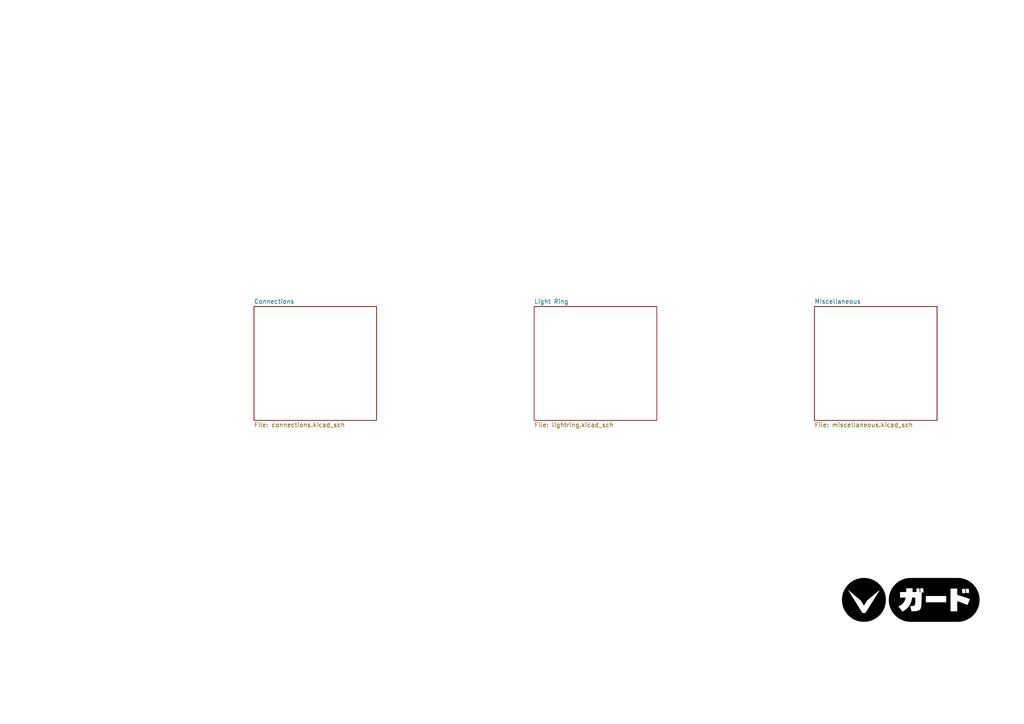
<source format=kicad_sch>
(kicad_sch
	(version 20231120)
	(generator "eeschema")
	(generator_version "8.0")
	(uuid "0e4ddce5-5c0a-41d1-ab67-e7bad6d98362")
	(paper "A4")
	(title_block
		(title "Master Sheet")
		(date "2024-08-01")
		(rev "1")
		(company "Sentinels Robotics")
		(comment 1 "Created By: Vincent Cayadi")
	)
	(lib_symbols)
	(image
		(at 264.16 173.99)
		(scale 0.133286)
		(uuid "ac14d1c1-be0c-4214-926c-5d0eb8d3ba68")
		(data "iVBORw0KGgoAAAANSUhEUgAADTgAAAQ4CAYAAACXXVIKAAAABHNCSVQICAgIfAhkiAAAAAlwSFlz"
			"AAAsJAAALCQBvvpcTgAAIABJREFUeJzs3d1VXEm6LdD1yQHwADyAtgDaAulaAO2BPLi6HuCBKAuK"
			"skApC4QsKOQBWBD3YadKSCUkfjIz9s+cY2ioT53zsJ7q5F69IqJaawEA5qmq9pMc//CPj5Ps//DP"
			"Dtd/fuY4yd5Ggz3dXZLrB/53N+s/993+5P/+urV2u9lYAAAAAH3NqP8BAAAAYN7sfwCAXyoHnABg"
			"Gqrq9N7/eP8/3x+s7Cc52lGkqfucoQhJ/l2IrL7+h9baKgAAAAA7oP8BAAAAgCex/wGAGXHACQA6"
			"qqrDfLs593T99/1/5vbc8bh/i8xNvt0as/r6z1prNwEAAAC4R/8DAAAAAKNh/wMAI+aAEwBsSVXt"
			"ZxioJN/GK1//NlyZr/tFyOqHvz2TDQAAADOi/wEAAACAWbL/AYAOHHACgBeoqtP1fzxN8nXQsp/k"
			"qFMkpuHr89jX679XieewAQAAYIz0PwAAAADAT9j/AMCGOeAEAL+xHrF8Ha8crv+4gZdt+XoDzM36"
			"z3WSW+UHAAAAbI/+BwAAAADYIPsfAHgGB5wAIElVfR2wfB2xfP37oF8q+Jcv+VZ6fP3bs9cAAADw"
			"CPofAAAAAGAE7H8A4AEOOAGwKA8MWdzGy9R9vfVF8QEAAMDi6X8AAAAAgAmy/wFg8RxwAmC2qur+"
			"kOU0hiwsz9fiY5V18dFau+4ZCAAAADZJ/wMAAAAAzJz9DwCL4YATALNQVaf5dhvvcZKjroFg3D7n"
			"240v1621Vd84AAAA8Hv6HwAAAACAf9j/ADA7DjgBMDn3xixf/z7omQdm4nOGW15WUXoAAADQmf4H"
			"AAAAAODJvu5/rpOs7H8AmBoHnAAYtaq6P2RxMy/s1v2bXlaetwYAAGAb9D8AAAAAAFtj/wPAZDjg"
			"BMBoVNVhvr+Z96RjHODnPmZdeGR46emmaxoAAAAmRf8DAAAAANCd/Q8Ao+SAEwDd3Lud9zTDoOWg"
			"Zx7gWb7kW+HhlhcAAAC+o/8BAAAAABg9+x8ARsEBJwB2pqpO823Q4nZemK+P+VZ4rPpGAQAAYJf0"
			"PwAAAAAAs2D/A8DOOeAEwFZU1X6GW3lPY9ACS/dP4ZHhWevbrmkAAADYiHX/c5pvHZD+BwAAAABg"
			"nux/ANg6B5wA2Jh7N/S+SXLUNQwwZp+TXMUNLwAAAJOz7n/eZOiA9D8AAAAAAMtk/wPAxjngBMCz"
			"3TvQdBo39ALP50lrAACAkdL/AAAAAADwCPY/ALyYA04APFpVHebbDb2nSfb6pQFm6i7fnrO+aq3d"
			"9AwDAACwNFV1nG/dz2n0PwAAAAAAPM39/c+qtXbdNQ0Ak+GAEwAPqqr9DEOWr4eaDnrmARbpS9aH"
			"nTIUHrd94wAAAMyL/gcAAAAAgC2z/wHgURxwAuA761t636z/HHWOA/CjzxnKjiu3uwAAADyP/gcA"
			"AAAAgI7sfwD4KQecABbuh1t63yTZ6xoI4PHusi474nYXAACAB+l/AAAAAAAYKfsfAP7hgBPAAlXV"
			"YYYxy2mS1z2zAGzQX1k/Z91au+kbBQAAoK97/c+bJCddwwAAAAAAwON8zLfXnW46ZwFgxxxwAliI"
			"qjpOcp7hUNNR1zAA2/c5w2GnS09ZAwAAS6H/AQAAAABgRux/ABbGASeAGauqr7f0niY56JsGoJsv"
			"+fay01XnLAAAABul/wEAAAAAYAHsfwAWwAEngBmpqv0MY5avw5a9roEAxucu62esk6xaa7ed8wAA"
			"ADyJ/gcAAAAAgIWz/wGYKQecACZuPWr5Omh53TkOwNT8lXXhoewAAADGSv8DAAAAAAAPsv8BmAkH"
			"nAAmyKgFYCuUHQAAwGjofwAAAAAA4MnsfwAmzAEngIkwagHYKWUHAACwc/ofAAAAAADYGPsfgIlx"
			"wAlg5Krq66jlrHcWgIX6I0PRcdU7CAAAME/6HwAAAAAA2Cr7H4AJcMAJYITujVreJNnrHAeAwV2+"
			"3eqi7AAAAF5E/wMAAAAAADtn/wMwYg44AYxEVR0nOc8wajnomwaA3/iSoey4bK1d9w4DAABMg/4H"
			"AAAAAABGw/4HYGQccALoqKoOMwxa3saoBWCqviS5yHCzy03nLAAAwMjofwAAAAAAYPTsfwBGwAEn"
			"gB2rqv0Mo5Y3SV53jgPAZv2Vb89Y3/YOAwAA9KH/AQAAAACAybL/AejEASeAHamq0yTnGYYte13D"
			"ALBtdxmKjgtPWAMAwHLofwAAAAAAYDa+7n8uW2urzlkAFsEBJ4AtqqrDDIOWt0kOuoYBoBdPWAMA"
			"wIzpfwAAAAAAYPbsfwB2wAEngC2oqjcZbut93TkKAOPyV4ZbXa56BwEAAF5G/wMAAAAAAItk/wOw"
			"JQ44AWzI+rbe8/Uft/UC8CtfklxmKDtu+kYBAAAea93/vM3wYpP+BwAAAAAAlutLkqskF/Y/AJvh"
			"gBPAC1XVeYZDTSd9kwAwUR8zHHS67B0EAAD4Of0PAAAAAADwC/Y/ABvggBPAM3itCYAt8KoTAACM"
			"yL3+522SvZ5ZAAAAAACASbD/AXgBB5wAnqCq3mQYtrzuHAWAefsrQ9Fx1TsIAAAsjf4HAAAAAADY"
			"APsfgCdywAngN6pqP99u6/VaEwC79CXJRYay47Z3GAAAmCv9DwAAAAAAsCX2PwCP5IATwAOq6jjD"
			"qOWsdxYASPJHkovW2nXvIAAAMBf6HwAAAAAAYIfsfwB+wQEngB9U1XmGG3tP+iYBgJ/6mOFGl8ve"
			"QQAAYKr0PwAAAAAAQEf2PwA/4YATQJKq2s9wW+95koO+aQDgUb4kucxwq4vnqwEA4Df0PwAAAAAA"
			"wMjY/wDc44ATsGhVdZjkXZI3SfZ6ZgGAZ7pLcpXkXWvtpnMWAAAYHf0PAAAAAAAwcvY/AHHACVio"
			"qjrNcGPv685RAGCT/spwo8uqdxAAAOhN/wMAAAAAAEyQ/Q+wWA44AYtSVecZhi1HnaMAwDZ9zlB0"
			"XPYOAgAAu6b/AQAAAAAAZsD+B1gcB5yA2auq/STnGYYtB33TAMBOfUlykeSytXbbOwwAAGyL/gcA"
			"AAAAAJgp+x9gMRxwAmarqg7zbdiy1zMLAHR2l6HouFB0AAAwJ/ofAAAAAABgIex/gNlzwAmYnfWw"
			"5V2Ss65BAGCc/kjyrrV20zsIAAA8l/4HAAAAAABYMPsfYJYccAJmo6qOM9zWa9gCAL/3R4YbXa57"
			"BwEAgMfS/wAAAAAAAPzD/geYFQecgMmrqtMMN/ae9E0CAJP0McONLqveQQAA4CH6HwAAAAAAgAfZ"
			"/wCz4IATMFmGLQCwUYoOAABGR/8DAAAAAADwaPY/wKQ54ARMjmELAGyVogMAgO70PwAAAAAAAM9m"
			"/wNMkgNOwGQYtgDATik6AADYuap6k+Rt9D8AAAAAAAAvZf8DTIoDTsDoOdgEAF0pOgAA2Dr9DwAA"
			"AAAAwNbY/wCT4IATMFqGLQAwKooOAAA2Tv8DAAAAAACwM/Y/wKg54ASMjmELAIyaogMAgBfT/wAA"
			"AAAAAHRj/wOMkgNOwGgYtgDApCg6AAB4Mv0PAAAAAADAaNj/AKPigBPQnWELAEyaogMAgN/S/wAA"
			"AAAAAIyW/Q8wCg44Ad1U1WGSyxi2AMAcfExy3lq76R0EAIDxqKrjJBfR/wAAAAAAAIyd/Q/Q1ave"
			"AYDlqarDqrpM8neMWwBgLk6S/F1Vl+tDzAAALNi9/udT9D8AAAAAAABTYP8DdOUFJ2Bnqmo/w429"
			"Z72zAABb90eSt621295BAADYHf0PAAAAAADAbNj/ADvlgBOwdethy9v1n73OcQCA3bnLMG69UHQA"
			"AMyb/gcAAAAAAGCW7H+AnXHACdiqqjrP8MPGsAUAlusuw20ul72DAACwefofAAAAAACA2bP/AbbO"
			"ASdgK6rqTYZhy0HvLADAaHzJUHRc9Q4CAMDL6X8AAAAAAAAWx/4H2JpXvQMA81JVp1W1SvJnjFsA"
			"gO8dJPmzqlZVddo7DAAAz6P/AQAAAAAAWCz7H2BrvOAEbERVHSZ5l+SsaxAAYEr+SPKutXbTOwgA"
			"AL+n/wEAAAAAAOAH9j/AxjjgBLxIVe0neZvk//bOAgBM1v9LctFau+0dBACAf9P/AAAAAAAA8Bv2"
			"P8CLOeAEPFtVnSe5SLLXOQoAMH13Sd621i57BwEA4Bv9DwAAAAAAAI9k/wO8iANOwJNV1WmGYctR"
			"5ygAwPx8zlB0rHoHAQBYMv0PAAAAAAAAz2T/AzyLA07Ao1XVYYZhy+u+SQCABfgrQ9Fx0zsIAMCS"
			"6H8AAAAAAADYEPsf4EkccAJ+q6r2k7xd/9nrHAcAWI67DOPai9babe8wAABzpv8BAAAAAABgC+x/"
			"gEdzwAn4pap6k+GHxUHvLADAYn3JcJvLVe8gAABzpP8BAAAAAABgy+x/gN9ywAn4qao6THKZ5KRr"
			"EACAbz4mOfdsNQDAZuh/AAAAAAAA2DH7H+BBr3oHAMalqvar6l2Sv2PcAgCMy0mSv6vqXVXt9w4D"
			"ADBV+h8AAAAAAAA6sf8BHuQFJ+AfVfUmyUWSg95ZAAB+w7PVAADPoP8BAAAAAABgJOx/gO844ASk"
			"qg6TXMaNvQDA9Hi2GgDgEfQ/AAAAAAAAjJT9D5AkedU7ANBXVb1L8neMWwCAafrn2ereQQAAxkr/"
			"AwAAAAAAwIjZ/wBJvOAEi1VVpxlu7T3omwQAYGO+ZLjNZdU7CADAGOh/AAAAAAAAmBj7H1gwB5xg"
			"YapqP8Ow5XXnKAAA2/JXhqLjtncQAIAe9D8AAAAAAABMnP0PLNCr3gGA3amqt0luYtwCAMzb6yQ3"
			"698+AACLov8BAAAAAABgBux/YIG84AQLUFWHGW7tPekaBABg9z5muM3lpncQAIBt0v8AAAAAAAAw"
			"U/Y/sBBecIKZq6p3Sf6OcQsAsEwnSf5e/yYCAJgl/Q8AAAAAAAAzZv8DC+EFJ5ipqjrOcGvvUeco"
			"AABj8TnDbS7XvYMAAGxCVZ0muYj+BwAAAAAAgGX4nORta23VOwiweV5wgpmpqv2qukjyKcYtAAD3"
			"HSX5VFUXVbXfOwwAwHPd638+RP8DAAAAAADAchwl+WD/A/PkBSeYkfWtvZdJDvomAQAYvS8ZXnNa"
			"9Q4CAPAU+h8AAAAAAABIYv8Ds+MFJ5iBH27tNW4BAPi9g7jNBQCYEP0PAAAAAAAAfMf+B2bGC04w"
			"cW7tBQB4Mbe5AACjpv8BAAAAAACAX7L/gRnwghNMlFt7AQA2xm0uAMAo6X8AAAAAAADgUex/YAa8"
			"4AQT5NZeAICtcZsLADAK+h8AAAAAAAB4FvsfmCgvOMGEuLUXAGDr3OYCAHSl/wEAAAAAAIAXsf+B"
			"ifKCE0yEW3sBAHbObS4AwE7pfwAAAAAAAGCj7H9gQrzgBBPg1l4AgC7+uc2ldxAAYN682gQAAAAA"
			"AABbYf8DE+IFJxixqjrOcGvvUecoAABL9znDbS7XvYMAAPOi/wEAAAAAAICdsP+BkfOCE4xUVb1L"
			"8inGLQAAY3CU5NP6NxoAwEbofwAAAAAAAGBn7H9g5LzgBCNTVYcZbu096RoEAICHfMxwm8tN7yAA"
			"wDTpfwAAAAAAAKAr+x8YIS84wYhU1XmS6xi3AACM2UmS6/VvNwCAJ9H/AAAAAAAAQHf2PzBCXnCC"
			"Eaiq/Qy39r7uHAUAgKf5K8NtLre9gwAA46b/AQAAAAAAgFGy/4GR8IITdFZVpxlu7TVuAQCYntcZ"
			"bnM57R0EABgv/Q8AAAAAAACMlv0PjIQDTtBRVb1L8iHJQecoAAA830GSD+vfdgAA39H/AAAAAAAA"
			"wOjZ/8AIVGutdwZYnKo6THKV5KhvEgAANuxzkjettZveQQCAvvQ/AAAAAAAAMEn2P9CJF5xgx6rq"
			"TZLrGLcAAMzRUYYnq9/0DgIA9KP/AQAAAAAAgMmy/4FOHHCCHamq/aq6TPJnkr3OcQAA2J69JH9W"
			"1WVV7fcOAwDsjv4HAAAAAAAAZsH+Bzqo1lrvDDB7VXWc5DJu7QUAWJrPSc5ba9e9gwAA26X/AQAA"
			"AAAAgFmy/4Ed8YITbFlVnSdZxbgFAGCJjpKs1r8JAYCZ0v8AAAAAAADAbNn/wI54wQm2ZP0c4UWS"
			"s95ZAAAYhT+SvG2t3fYOAgBshv4HAAAAAAAAFsX+B7bIASfYgqo6TnIZt/YCAPA9T1YDwEzofwAA"
			"AAAAAGCR7H9gS171DgBzs35+cBXjFgAA/s2T1QAwA/ofAAAAAAAAWCz7H9gSLzjBhlTVfpKLJGe9"
			"swAAMAmerAaAidH/AAAAAAAAAPfY/8AGOeAEG1BVh0mu4tZeAACe5nOSN621m95BAIBf0/8AAAAA"
			"AAAAP2H/AxvyqncAmLqqepPkOsYtAAA83VGS6/VvSgBgpPQ/AAAAAAAAwAPsf2BDHHCCF6iqd0n+"
			"TLLXOQoAANO1l+TP9W9LAGBkquoi+h8AAAAAAADgYV/3Pxe9g8CUVWutdwaYnKraT3KV5KR3FgAA"
			"ZuVjhierb3sHAYCl0/8AAAAAAAAAz2D/A8/kBSd4oqo6TnId4xYAADbvJMOT1ce9gwDAkul/AAAA"
			"AAAAgGey/4FncsAJnqCqzpN8SnLQOQoAAPN1kOTT+rcnALBj+h8AAAAAAADghex/4BmqtdY7A0xC"
			"VV0mOeudAwCARfmjtXbeOwQALIX+BwAAAAAAANgw+x94JAec4Deqaj/JKslR5ygAACzT5ySnrbXb"
			"3kEAYK70PwAAAAAAAMAW2f/AI7zqHQDGrKqOk9zEuAUAgH6Oktysf5sCABum/wEAAAAAAAC2zP4H"
			"HsEBJ3hAVZ1nuLl3r28SAADIXpLV+jcqALAh6//f+in6HwAAAAAAAGC79pJ8sv+BhzngBD9RVRdJ"
			"3se4BQCA8dhL8n79WxUAeKF7/Q8AAAAAAADArtj/wAOqtdY7A4xGVe0nuUpy0jsLAAD8wsckb1pr"
			"t72DAMDU6H8AAAAAAACAEbD/gR94wQnWquo4ySrGLQAAjN9JktX6NywA8Ej6HwAAAAAAAGAk7H/g"
			"B15wgiRVdZrh5t69zlEAAOAp7jLc5LLqHQQAxk7/AwAAAAAAAIyQ/Q+secGJxauq8yQfYtwCAMD0"
			"7CX5sP5NCwA8QP8DAAAAAAAAjJT9D6x5wYlFq6rLJGe9cwAAwAb80Vo77x0CAMZG/wMAAAAAAABM"
			"hP0Pi+aAE4tUVftJrpKc9M4CAAAb9DHDk9W3vYMAQG/6HwAAAAAAAGCC7H9YrFe9A8CuVdVhklWM"
			"WwAAmJ+TJKv1b14AWCz9DwAAAAAAADBR9j8slhecWJSqOs4wbtnrHAUAALbpLslpa+26dxAA2DX9"
			"DwAAAAAAADAD9j8sjhecWIyqOo9xCwAAy7CX4SaX895BAGCX9D8AAAAAAADATNj/sDgOOLEIVfU2"
			"yfsYtwAAsBx7Sd6vfwsDwOzpfwAAAAAAAICZsf9hUaq11jsDbFVVXSY5650DAAA6+qO1dt47BABs"
			"i/4HAAAAAAAAmDn7H2bPASdmq6r2k1wmed05CgAAjMFfSc5ba7e9gwDApuh/AAAAAAAAgAWx/2HW"
			"HHBiltbjllWSo85RAABgTD4nOVVyADAH+h8AAAAAAABggex/mK1XvQPAplXVcZLrGLcAAMCPjpJc"
			"r38zA8Bk6X8AAAAAAACAhbL/Yba84MSsrP9FvUqy1zkKAACM2V2Gm1yuewcBgKfS/wAAAAAAAADY"
			"/zA/XnBiNqrqPMYtAADwGHtJVlX1pncQAHgK/Q8AAAAAAABAkm/7n/PeQWBTvODELKz/xfy+dw4A"
			"AJig/7XWLnuHAIDf0f8AAAAAAAAA/JT9D7PgBScmr6rexbgFAACe631Vve0dAgB+Rf8DAAAAAAAA"
			"8KD36/9OFSbNC05MWlVdJjnrnQMAAGbgj9baee8QAPAj/Q8AAAAAAADAo9j/MGlecGKyjFsAAGCj"
			"zta/sQFgNPQ/AAAAAAAAAI9m/8OkecGJyamq/SRXSU56ZwEAgBn6mORNa+22dxAAlkv/AwAAAAAA"
			"APBs9j9MkgNOTMp63LJKctQ5CgAAzNnnJKdKDgB60P8AAAAAAAAAvJj9D5PzqncAeCzjFgAA2Jmj"
			"JKv1b3AA2Bn9DwAAAAAAAMBG2P8wOQ44MQlVdRzjFgAA2KWvJcdx7yAALIP+BwAAAAAAAGCj7H+Y"
			"lGqt9c4Av3Rv3LLXOQoAACzRXYbnqq97BwFgvvQ/AAAAAAAAAFtj/8MkeMGJUTNuAQCA7vbiJhcA"
			"tkj/AwAAAAAAALBV9j9MggNOjJZxCwAAjIaSA4Ct0P8AAAAAAAAA7IT9D6PngBOjZNwCAACjo+QA"
			"YKOq6jT6HwAAAAAAAIBd+br/Oe0dBH7GASdGp6rOk3yKcQsAAIzNXpJP69/sAPBs6/9f8iH6HwAA"
			"AAAAAIBd2kvywf6HMXLAiVFZ/4vyfe8cAADAL71XcgDwXPofAAAAAAAAgO7sfxgdB5wYDeMWAACY"
			"FCUHAE+m/wEAAAAAAAAYDfsfRsUBJ0bBuAUAACZJyQHAo+l/AAAAAAAAAEbH/ofRcMCJ7oxbAABg"
			"0pQcAPyW/gcAAAAAAABgtOx/GAUHnOjKuAUAAGZByQHAg/Q/AAAAAAAAAKNn/0N3DjjRjXELAADM"
			"ipIDgH/R/wAAAAAAAABMhv0PXTngRBfGLQAAMEtKDgD+of8BAAAAAAAAmBz7H7pxwImdM24BAIBZ"
			"U3IAoP8BAAAAAAAAmC77H7pwwImdMm4BAIBFUHIALJj+BwAAAAAAAGDy7H/YOQec2BnjFgAAWBQl"
			"B8AC6X8AAAAAAAAAZsP+h51ywImdMG4BAIBFUnIALIj+BwAAAAAAAGB27H/YGQec2DrjFgAAWDQl"
			"B8AC6H8AAAAAAAAAZsv+h51wwImtMm4BAACi5ACYNf0PAAAAAAAAwOzZ/7B1DjixNcYtAADAPUoO"
			"gBnS/wAAAAAAAAAshv0PW+WAE1th3AIAAPyEkgNgRvQ/AAAAAAAAAItj/8PWVGutdwZmpqpOk3zo"
			"nQMAABit/7TWrnuHAOD59D8AAAAAAAAAi/bf1tqqdwjmxQtObFRVHSe56p0DAAAYtdX62wGACdL/"
			"AAAAAAAAACzelf0Pm+aAExuz/hfUKsle5ygAAMC47cUhJ4BJ0v8AAAAAAAAAEPsftsABJzbCuAUA"
			"AHgiJQfAxOh/AAAAAAAAALjH/oeNcsCJFzNuAQAAnknJATAR+h8AAAAAAAAAfsL+h42p1lrvDExY"
			"Ve1nGLccdY4CAABM1+ckp621295BAPi3df9zneSgdxYAAAAAAAAARsn+hxfzghPP5nATAACwIUcZ"
			"bnLZ7x0EgO/d638cbgIAAAAAAADgIfY/vJgDTjyLw00AAMCGKTkARkb/AwAAAAAAAMAT2P/wIg44"
			"8VxXMW4BAAA26yjDtwYA46D/AQAAAAAAAOAp7H94NgeceLKqukxy0jsHAAAwSyfrbw4AOtL/AAAA"
			"AAAAAPBM9j88iwNOPMn6XzRnvXMAAACzdqbkAOhH/wMAAAAAAADAC9n/8GQOOPFoVfU2xi0AAMBu"
			"nK2/QQDYoap6F/0PAAAAAAAAAC93tv7voOFRqrXWOwMTUFXnSd73zgEAACzO/1prl71DACyB/gcA"
			"AAAAAACALbD/4VG84MRvGbcAAAAdvV9/kwCwRfofAAAAAAAAALbE/odH8YITv1RVx0lWSfY6RwEA"
			"AJbrLslpa+26dxCAOdL/AAAAAAAAALBl9j/8lheceJBxCwAAMBJ7SVbrbxQANkj/AwAAAAAAAMAO"
			"2P/wW15w4qeqaj/JdZKD3lkAAADWviQ5bq3d9g4CMAf6HwAAAAAAAAB2zP6HB3nBiX9Zj1tWMW4B"
			"AADG5SDDTS77vYMATJ3+BwAAAAAAAIAO7H94kANO/MxlkqPeIQAAAH7iKMM3CwAvcxn9DwAAAAAA"
			"AAC7Z//DTzngxHeq6jLJ6945AAAAfuH1+tsFgGfQ/wAAAAAAAADQmf0P/+KAE/+oqrdJznrnAAAA"
			"eISz9TcMAE+g/wEAAAAAAABgJOx/+E611npnYASq6jzJ+945AAAAnuh/rbXL3iEApkD/AwAAAAAA"
			"AMAI2f+QxAEnklTVcZJVkr3OUQAAAJ7qLslpa+26dxCAMdP/AAAAAAAAADBS9j8kccBp8arqMMl1"
			"jFsAAIDpukty3Fq76R0EYIz0PwAAAAAAAACMnP0PedU7AP1U1X6Sqxi3AAAA07aX5Gr9jQPAPfof"
			"AAAAAAAAACbA/gcHnBbuKslR7xAAAAAbcJThGweA7+l/AAAAAAAAAJgC+5+Fc8BpoarqMslJ7xwA"
			"AAAbdLL+1gEg+h8AAAAAAAAAJsf+Z8EccFqgqjpPctY7BwAAwBacrb95ABZN/wMAAAAAAADARNn/"
			"LFS11npnYIeq6jTJh945AAAAtuy/rbVV7xAAPeh/AAAAAAAAAJgB+5+FccBpQarqOMkqyV7nKAAA"
			"ANt2l+S0tXbdOwjALul/AAAAAAAAAJgJ+5+FedU7ALtRVftJLmPcAgAALMNeksv1txDAIuh/AAAA"
			"AAAAAJgR+5+FccBpOa6SHPUOAQAAsENHGb6FAJZC/wMAAAAAAADAnNj/LIgDTgtQVRdJTnrnAAAA"
			"6OBk/U0EMGv6HwAAAAAAAABmyv5nIaq11jsDW1RV50ne984BAADQ2f9aa5e9QwBsg/4HAAAAAAAA"
			"gAWw/5k5B5xmrKqOk3zqnQMAAGAE7pKcttauewcB2CT9DwAAAAAAAAAL8h/7n/lywGmmqmo/yU2S"
			"vc5RAAAAxuIuyWFr7bZ3EIBN0P8AAAAAAAAAsDD2PzP2qncAtmYV4xYAAID79jJ8KwHMxSr6HwAA"
			"AAAAAACWw/5nxhxwmqGqukxy1DsHAADACB2tv5kAJk3/AwAAAAAAAMBC2f/MlANOM1NV50nOeucA"
			"AAAYsbP1txPAJOl/AAAAAAAAAFg4+58ZqtZa7wxsSFUdJ/nUOwcAAMBE/Ke1dt07BMBT6H8AAAAA"
			"AAAA4B9lGWA4AAAgAElEQVT2PzPigNNMVNV+kuskB72zAAAATMSXJMettdveQQAeQ/8DAAAAAAAA"
			"AN+x/5mRV70DsDFXMW4BAAB4ioMM31IAU6H/AQAAAAAAAIBv7H9mxAGnGaiqd0lOeucAAACYoJP1"
			"NxXAqFXVRfQ/AAAAAAAAAPCjk/V/p87EVWutdwZeoKreJPmzdw4AAICJ+z+tNbe5AKOk/wEAAAAA"
			"AACA37L/mTgHnCasqg6TXCfZ65sEAABg8u6SHLfWbnoHAbhP/wMAAAAAAAAAj2L/M3Gvegfgeapq"
			"P8lVjFsAAAA2YS/J1fpbC2AU9D8AAAAAAAAA8Gj2PxPngNN0XSQ56h0CAABgRo4yfGsBjIX+BwAA"
			"AAAAAAAez/5nwhxwmqCqOk9y1jsHAADADJ2tv7kAutL/AAAAAAAAAMCz2P9MVLXWemfgCarqOMkq"
			"w/NpAAAAbN5dktPW2nXvIMAy6X8AAAAAAAAA4EXsfybIC04TUlX7SS5j3AIAALBNe0ku199gADul"
			"/wEAAAAAAACAF7P/mSAHnKblIslR7xAAAAALcJThGwxg1/Q/AAAAAAAAAPBy9j8T44DTRFTVeZKz"
			"3jkAAAAW5Gz9LQawE/ofAAAAAAAAANgo+58JqdZa7wz8RlUdJ1lleCYNAACA3blLctpau+4dBJg3"
			"/Q8AAAAAAAAAbIX9z0R4wWnkqmo/yWWMWwAAAHrYS3K5/jYD2Ar9DwAAAAAAAABsjf3PRDjgNH4X"
			"SY56hwAAAFiwowzfZgDbov8BAAAAAAAAgO2x/5mAaq31zsADqupNkj975wAAACBJ8n9aa1e9QwDz"
			"ov8BAAAAAAAAgJ2x/xkxB5xGqqoOk1xneA4NAACA/u6SHLfWbnoHAeZB/wMAAAAAAAAAO2X/M2Kv"
			"egfgQVcxbgEAABiTvQzfagCbov8BAAAAAAAAgN2x/xkxB5xGqKreJTnqnQMAAIB/OVp/swG8iP4H"
			"AAAAAAAAALqw/xmpaq31zsA9VXWa5EPvHAAAAPzSf1trq94hgGnS/wAAAAAAAABAd/Y/I+OA04hU"
			"1X6S6yQHvbMAAADwS1+SHLfWbnsHAaZF/wMAAAAAAAAAo2D/MzKvegfgO5cxbgEAAJiCgwzfcABP"
			"dRn9DwAAAAAAAAD0Zv8zMg44jURVnSd53TsHAAAAj/Z6/S0H8Cj6HwAAAAAAAAAYFfufEanWWu8M"
			"i1dVh0muk+z1TQIAAMAT3WV4qvqmdxBg3PQ/AAAAAAAAADBK9j8j4QWncbiMcQsAAMAU7cVT1cDj"
			"XEb/AwAAAAAAAABjY/8zEg44dVZV75Kc9M4BAADAs52sv+0Afkr/AwAAAAAAAACjZv8zAtVa651h"
			"sarqOMmn3jkAAADYiP+01q57hwDGRf8DAAAAAAAAAJNh/9ORF5z6uuwdAAAAgI257B0AGKXL3gEA"
			"AAAAAAAAgEe57B1gyRxw6qSqLpIc9c4BAADAxhytv/UAkuh/AAAAAAAAAGBi7H86qtZa7wyLU1Wn"
			"ST70zgEAAMBW/Le1tuodAuhL/wMAAAAAAAAAk2X/04EDTjtWVftJrpMc9M4CAADAVnxJctxau+0d"
			"BOhD/wMAAAAAAAAAk2b/08Gr3gEW6F2MWwAAAObsIMO3H7Bc76L/AQAAAAAAAICpsv/pwAtOO1RV"
			"p0k+9M4BAADATniqGhZI/wMAAAAAAAAAs2H/s0MOOO1IVe0nuY7bewEAAJbCU9WwMPofAAAAAAAA"
			"AJgV+58detU7wIK8i3ELAADAkniqGpbnXfQ/AAAAAAAAADAX9j875AWnHaiq0yQf/j97d3vdxpWs"
			"C7j2rPkvnQiIiUC8EbAdgekIBEVw5AgER3DoCA4UwbUjGCqCS0YwUAZkBHV/oD1j65MgGqj+eJ61"
			"vNaII3S/i6TI3RtVu6pzAAAAUMKoalgA+z8AAAAAAAAAMFvqf85Ag9OJtdZeRsRdOL0XAABgqYyq"
			"hpmz/wMAAAAAAAAAs6b+5wz+Vh1gATahuAUAAGDJjKqG+duE/R8AAAAAAAAAmCv1P2dggtMJtda6"
			"iPhndQ4AAABGwahqmCH7PwAAAAAAAACwGOp/TkiD04m01l5GxF04vRcAAIA9o6phZuz/AAAAAAAA"
			"AMCiqP85ob9VB5ixTShuAQAA4D+Mqob52YT9HwAAAAAAAABYCvU/J2SC0wm01rqI+Gd1DgAAAEbp"
			"/2TmXXUI4Dj2fwAAAAAAAABgsX7IzNvqEHOjwekEWmt3EfGqOgcAAACjdJ+Zl9UhgOPY/wEAAAAA"
			"AACAxVL/cwJ/qw4wN621TShuAQAA4Ote9c+OwETZ/wEAAAAAAACARVP/cwImOA2otbaKiH8VxwAA"
			"AGAa/pGZu+oQwGHs/wAAAAAAAAAAPfU/AzLBaVjb6gAAAABMxrY6APAs2+oAAAAAAAAAAMAobKsD"
			"zIkJTgNprb2NiP+pzgEAAMCk/JyZN9UhgKex/wMAAKP2MSJ2n3zs9pM/30XEw5/+fBMRr04XCQAA"
			"AABYAPU/A9HgNIDW2svYb5a/KI4CAADAtDxGxCozH777N4FS9n8AAOCkPm1Oeoh9M9Kf3X7y57tj"
			"n6dba5uIeHfMNQAAAACAxVP/M5C/VweYiW0obgEAAOBwL2L/THldnAP4vm3Y/wE4ucxsh/z9vgH1"
			"8kRxvmep946IuCq8NzA+9/HXqUi7eMIkpZG82T+GDAAAAADAtKn/GYgJTkdqrXUR8c/qHAAAAEza"
			"D5l5Wx0C+DL7PwDnc2iDE8vT/14e0k1EvBr4mjAl32tO+myS0pyeX631AQAAAIABqf85kganI7XW"
			"dhFxUZ0DAACASfuYmavqEMCX2f8BOB8NTpxba+02TKRiXj7G/qTQiC9MUvLm+l+11lYR8a/iGAAA"
			"AADAPKj/OdLfqwNMWWttE4pbAAAAON5Fa22TmZvqIMBf2f8BAOBAn05E+sPdEz9+GRH/c8T9d54t"
			"ny4zd63prQUAAAAABqH+50gmOD2T07wAAAA4gX9k5q46BLBn/wfg/Exw4txMcFqkD1/5+O2BH7/L"
			"zC81LB2ltXYZEf/vmGv4WXqY1tpdRLyqzgEAAAAAzIb6n2cywen5ttUBAAAAmJ1tRHTFGYD/2FYH"
			"AABYmMfYTzT6kttDPp6ZX/v7o5aZd8dOFGqtvTxF89WM+VwBAAAAAEPahvqfZ9Hg9Ayttetwmh8A"
			"AADDu2qtXWfmb9VBYOns/wAADOZ9fN44/pCZX2tkYt/o9eKI11/G1xvC+NxtWPsDAAAAAMNR//NM"
			"GpwO1Fp7GRE31TkAAACYrZvW2q3TtqGO/R8AWJSX1QGWYKrTlArdxXENN6uBciyF528AAAAAYGjq"
			"f55Bg9Ph3kbERXUIAAAAZusi9s+em+IcsGT2fwBgOV5VB1iAVXWABVpVB5gY08QAADi3H6oDwCcu"
			"I+J/qkMAwMyo/3mGlpnVGSajtbaKiH8VxwAAAGAZ/pGZu+oQsDT2fwBqZWarzsCytNa8UXZ6j5lp"
			"UtYBWmubiHh3xCXeZ+Z6mDTz5xkAAIBzs//B2LTWuoj4Z3UOYLQ+fPLnu/jrROxd/98fHjLzLwfK"
			"2Idl4dT/HMAEp8NsqwMAAACwGNuI6IozwBJtqwMAAMzMi+oAC7SqDjAlmblrTX0pAAAAMDuP8fnk"
			"6ttP/ryL7zQnDeRj7KfZwBJtQ/3Pk2lweqLW2nVEXFXnAAAAYDGuWmvXmflbdRBYCvs/AACn0Vq7"
			"PFFhxFzdxnETnC4HyrEk9xHxqjoEAAAAQO8pzUmfTVIa8ZSYXWhwYrnU/xxAg9MTtNZeRsRNdQ4A"
			"AAAW56a1dpuZD9//q8Ax7P8AAJzUy+oAC2Nq1uE8dwMAAABD+RifTEWKJ0xSGnFz0hDuwkGTLJv6"
			"nyfS4PQ0b0PXKAAAAOd3Eftn0k1xDlgC+z8AAKfTxedFG3zd0dOuTM062G0osgEAAACe7pf4z37X"
			"naaF7/L5YenU/zyRBqfvaK2tYv/NBAAAABXetta2Mz+tCUrZ/wEAYEwy86G1duxlTM06jCIbAAAA"
			"GJ/H+PJBMF+aiPSH2y99MDP/8vHW2k1E/PcR2T67Jt90GxHvqkNAMfU/T6DB6ftuIuJFdQgAAAAW"
			"60Xsn02vq4PAjNn/ARiH++oAwMl01QEm6GMcN2G0C1OzDmHaFQAAABzuY0TsvvDxrzUgffXjBZOo"
			"jz3s5HKQFMvhcBlQ//MkGpy+obXWRcSP1TkAAABYvB9ba50ToGB49n8ARsUbnAD/sYvjGpw4zK46"
			"AAAAAJzA1xqQdod+fIYTR27juIlCpmcfIDPvBphYDnOg/uc7NDh92011AAAAAOjdhFOg4BTs/wAA"
			"nN5VdYAJ2sVxn7dumBjLkJk7RTYAAABM3A8K5s/Kftfhjp1YDnOh/ucb/lYdYKxaa+uIeFWdAwAA"
			"AHqv+mdVYCD2fwBg2Vprq+oMS9Jac6rtYXbVARbovjoAAAAAcB5DNIPZ7zrYrjoAjIT6n2/Q4PQF"
			"/S8cp/cCAAAwNjc2SWEY9n8AgIhYVQdYGCdSHubhyNc7Rfhwx37OAQAAoFJXHWCB7Hcd5q46AIyI"
			"+p+v0OD0ZW8j4kV1CAAAAPjEi9g/swLHs/8DAHBe3qw9jIKP87utDgAAAACc1YcjX78aIsSCOFwG"
			"/kP9z1docPpEa20VEe+KYwAAAMDXvOufXYFnsv8DAFDCibZn1lrrqjMAAAAAZ9NVB1igVXWAibmt"
			"DgAjo/7nCzQ4fW5THQAAAAC+Y1MdACZuUx0AAGCBTHA6QGbeVmdYoNvqAAAAAMBZ3R75egf6HMYE"
			"J/jcpjrA2Ghw+pP+FLPX1TkAAADgO147iRuex/4PAEAZBR/n11UHmBhFNgAAAEzZVXWABXKgzwEy"
			"8646A4yQ+p9PaHD6q011AAAAAHiiTXUAmKhNdQAAgIVS8HG4++oAS6LIBgAAABbn9sjXayo73Mfq"
			"ADBCm+oAY6LBqddauw6/aAAAAJiOq/5ZFngi+z8AAKVeVQeYoGMnCnVDhFgYRTYAAABMlikgTMCu"
			"OgCMkPqfP9Hg9B831QEAAADgQJ5l4TD+zQAAFGqtmeJ0mF11gAXaVQcAAAAAzuboac6ayg5mgjZ8"
			"mVqGnganiGitvY2Ii+ocAAAAcKCL1tq6OgRMgf0fAIBRuKwOMDG7I19veunhdtUBAAAA4AhddYAp"
			"ycxjp2dHRDjQ5zBDfM5hjtT/9Bbf4NSfFLepzgEAAADPdOMUdPg2+z8AAEyUgo/z21UHAAAAAM7q"
			"/sjXO9DnMLfVAWDE1P+EBqeIiLcR8aI6BAAAADzTi9g/2wJfZ/8HAPgSxQfn11UHmJi7Yy/QWusG"
			"yLEkR3/OAQAAoFBXHWCCjj1gZvHNCAdyoA98nfqfWHiDU9/htvhvAgAAACbvrVNc4Mvs/wAA32AN"
			"DXxKkQ0AAAAsy7GHnThE6QCZ6XAZ+LbF1/8susEpIm7C6b0AAABM34vYP+MCn7P/AwAwHl11gCnJ"
			"zNsBLqPI5jCKbAAAAJiyq+oAE3TsYSerIUIszMfqADBii6//WWyDU2ttFRGvi2MAAADAUF73z7pA"
			"z/4PAACYVHaIzDTBCQAAAJZld+TrL4YIsTC76gAwcouu/1lsg1NEbKoDAAAAwMA21QFgZDbVAQAA"
			"+AunCB/u/sjXm+B0uGM/5wAAAFCmtdZVZ5iY3bEXWHIjwjPtqgPABGyqA1RZZIOT03sBAACYqUWf"
			"4gJ/Zv8HYJJuqwMAjNCxE4VMcDqcKU4AAACwHLsBrrEa4BpLsqsOABOw2PqfRTY4RcS2OsDMvK8O"
			"AAAATJpnimFtqwPASGyrAwAA8LnWmolChzm22WY1RIiFua0OAAAAAEfoqgNMSWbuBrjMaoBrLMld"
			"dQCYiG11gAqLa3DqRy9eVeeYmVVEvImIx+IcAADAtDzG/lliVZxjbq76Z19YLPs/AACjZqLQYY4t"
			"+LgYJAUAAADAfB1b/7waIsSCmJ4NT7PI+p/FNThFxKY6wAz9UTDUhSYnAADgaR7jPydHaUIY3qY6"
			"ABTbVAcAAOCrTHA6s9aaprLD3FYHAAAAgCN01QEm6NgDZlZDhFgQE5zg6TbVAc5tUQ1OTu89qZuI"
			"2MX+Tan72igAAMDI3cf+2WEX+2cJhrfIU1wgwv4PAMAEaLY5zO0A19BUBgAAAHA6q+oAU5KZJjjB"
			"0y2u/mdRDU6xwA62M3oRETeZuYt99/fvpWkAAICx+j0iuv7Z4Sb2zxKcxqY6ABTZVAcAACajqw6w"
			"UKvqAPAtmXlbnQEAAACO4KCTw90e+frVABmW5kN1AJiQTXWAc1pMg5PTe8/idWuty8yHzLyOiF+r"
			"AwEAAKPya2ZeZ+ZD/4z2ujrQzC3uFBew/wMAMAmr6gATczfANboBrgEAAABMg0NGz++iOgAwa4uq"
			"/1lMg1MsrHOt0PaP/5GZbyPiTV0UAABgRN70zwh/2FYFWZhNdQA4s011AAAAvutldYApycyH6gwL"
			"5RRhAAAAJqu1ZorTYY4+YKa1tjo+xqLcVgeAidlUBziXRTQ4Ob33rC5aa5s//pCZ24j4ISIeqwIB"
			"AAClHiPih/7ZICIi+mcGJxidx6JOcWHZ7P8AAEzGq+oAE3Ts+2yKmgAAAGBZHDBzmCEOmFkNcI0l"
			"cagPHGYx9T+LaHCKBXWsjcS7P3ciZ+ZtRHQRcV8TBwAAKHIfEV3/TBAR/z616F1RnqXaVAeAM9lU"
			"BwAA4Glaa4psDnPsKcI+34e7rQ4AAAAAR1hVB5iY3QDXWA1wjSU5emoWLNCmOsA5zL7BqbV2HU7v"
			"rbD98x8y8y72TU4fKsIAAABn9yH2zU2fbkptC7Is3WJOcWG5WmvrsP8DADAlJgqd16o6AAAAAHBW"
			"q+oAU5KZuwEusxrgGktighMcbhH1P7NvcIqIm+oAC3XVFxf9W2Y+ZGYXEe9LEgEAAOfyPjO7zPzL"
			"hpQGhFKb6gBwYpvqAAAAcELHnmh7MUiKZXGKMAAAAFO2qg4wQY9Hvt4E7QN84bBc4Gk21QFObdYN"
			"Tn2Hmg37Ojettc9+YWfmOiJ+Pn8cAADgDH7u1/x/0T8bOICiziJOcWGZ7P8AAExSVx1gYo4+0fZL"
			"79nxTU4RBgAAYMpW1QEm6NiGGxPLD3dsUxks0ezrf2bd4BQL6FAbuRfxlQLGzLyJiJ/CLycAAJiL"
			"x4j4qV/rf8lN7J8RqLOpDgAnsqkOAMBgnNgI8GW7Aa6hyOYwficBAAAwZQ46OT+f88PZf4Hn2VQH"
			"OKXZNjj1nWlX1TmI11/rEszM32J/Qt/HcwYCAAAG9zEiun6N/5n+meD1WRPxJbM/xYXlsf8DMDum"
			"ZXBuig7qrKoDTMyuOsDSZKbfSQAAAEzZq+oAE3R75Ot9zg9n/wWeZ9b1P7NtcIqZd6ZNzPZr/0dm"
			"3sX+xLj7s6UBAACGdB8Rl/3a/mu2Z8rC922qA8DANtUBAIBJU3RQZ1UdYIFMcDqc9y8BAAAATscE"
			"J3i+TXWAU5llg5PTe0fnorW2+dr/2Z+A1kXE+3MFAgAABvE+9pObvnqqTv8scHG2RHzPrE9xYVns"
			"/wAATJrpWQfIzNsBLuNzfjinCAMAADBZ3hc+2O7YC/icH2xXHQAmbLb1P7NscIoZd6RN2LvW2upr"
			"/2dmPmTmOiJ+OVcgAADgKL9k5vo7zU2riHh3tkQ81aY6AAxkUx0AAIBnMz3r/FbVASZoVx0AAAAA"
			"OJtddYAF2lUHgInbVAc4hdk1ODm9d9S23/sLmbmJiDcR8XjqMAAAwLM8RsSbfu3+PdvTRuGZZnuK"
			"C8th/wcAgAX6eOTrV0OEWJhddQAAAAA4QlcdYGKGmOR8OcA1lmRXHQAmbpb1P7NrcIqZdqLNxFVr"
			"bf29v5SZ29gvrDQ5AQDAuDxGRNev2b+pX/trPhivTXUAONKmOgAAAMeZ4xuvJ7arDrBAQxQ2AQAA"
			"ABOQmXcDXOblANdYjMzcVWeAGdhUBxjarBqcWmuXoYBu7G5aa9/9Bd4vFC4j4v70kQAAgCe4j4jL"
			"p2zq9Wv+m9NH4ghX/TM0TI79HwAAeBZr6MMNUdgEAAAAVbwffH6r6gATZBgGHGd29T+zanCKiLfV"
			"AfiuF/HEQse+M7eLiN9PmAcAAPi+32M/uWn3xL9/E/u1P+PmGZqp8r0LADAPq+oAE3NbHWCBTHAC"
			"AABgykwTOtyxQxlWQ4RYGAfMwPFmVUMxmwan1toqIl4Xx+BpXrfWuqf8xcx8yMzriPj1tJEAAICv"
			"+DUzrzPzSUU9/Vrfs9k0vO6fpWEy7P8AAMzKqjrA0ngGPMxTplgDAADAiK2qA0zQsYedaCo7nANm"
			"4Hizqv+ZTYNTRGyqA3CQ7SF/OTPfRsSb00QBAAC+4k2/Fj/E9hRBOJlNdQA40KY6AAAwD3N6s4/F"
			"2A1wjdUA1wAAAACm4aI6wATtjnz9qyFCLIwDZmAYm+oAQ5lFg1Nr7WU4vXdqLlprm0NekJnbiPgh"
			"Ih5PEQgAAPi3x4j4oV+DP1m/xrdJOi2v+2dqGD37PwDzl5m31RlYlFV1AKKrDjAxuwGu4fnvcPfV"
			"AQAAAICz2VUHWCATnGAYs6n/mUWDU0QceqI44/Du0BMS+ze4u/BmAgAAnMp9RHSHFpf2a/t3J8jD"
			"6XmmZip8rwIAwHEuqwNMkCIbAAAAJqu11lVnWBqf84OZ4ATDmUVNxeQbnPpOs1l8MRZqe+gLMvMu"
			"9k1OH4YOAwAAC/ch9s1Nz9lA2g6chfN5O5dTXJgv+z8AALO0qg4wJabcldlVBwAAAADO5rY6AMAR"
			"ZlH/M/kGp4hYR8SL6hA821VrbX3oizLzITO7iHg/eCIAAFim95nZZebBJxP3a/qr4SNxJi9i/2wN"
			"Y/Y27P8AAMzNRXWABVpVB5igXXUAAAAAOIJpzue3qg4wJQ71gUHNov5nDg1OTu+dvpvndgtm5joi"
			"fh42DgAALM7P/dr6YP1a/mbYOBTwbM3YrasDAADACHw88vWrIUIszMEHwQAAAMCITH6Sx5ntBrjG"
			"aoBrADzX5Ot/Jt3g1J8S7nS36XsRRxREZuZNRPwUEY+DJQIAgGV4jIif+jX1c92EqSpzcPGc6bpw"
			"DvZ/AADmq7XWVWeYmF11gAW6qw4AAAAAR1hVB5iSzNxVZ1ioD9UBYEYmX/8z6QanmEGHGf/2+pg3"
			"sTLzt4jo4viT6wAAYCk+RkTXr6WfpV/Dvx4sEdU8YzNWvjcBAGAYV9UBAAAAgLNaVQdYoK46ALB4"
			"k66xmGyDU19I96o6B4PaHvPizLyLiMuIuB8kDQAAzNd9RFz2a+hjbAfIwni8cno6Y2P/BwA4oZfV"
			"AYgIX4dDmSZ0fj7nAAAAsCymCZ2f/RcY1qTrfybb4BQT7yzjiy5aa5tjLpCZD7Hvfn4/RCAAAJih"
			"97Gf3PRwzEX6tfvFIIkYE8/ajI3vSQDgVC6rAxARvg6HOupZPiKitbY6PsZyHLt/AgAAAMVMcz4/"
			"+12Hs/8Cw5tsrcUkG5z6jfcfi2NwGu+OfWMlMx8ycx0RvwwRCAAAZuSXzFwP0Ny0ioh3gyRibH5U"
			"7MZY2P8BWJyP1QEAJmCIYo/VANdYmsfqAAAAAMDZHLv/8mKQFMuyqw4AMzTZ+p9JNjhFxKY6ACe1"
			"HeIimbmJiDfhTQcAAHiMiDf9GnkI24GuwzhtqgNAb1MdAICz2lUHAEo40fYwd9UBFsrnHQAAgMma"
			"aoF7oaP3AVprL4cIsiC76gAwU5vqAM8xuQan/of+dXUOTuqqtbYe4kKZuY2ILjQ5AQCwXI8R0fVr"
			"46P1a3Vj7Oft2oYr1ez/AAAshmeP89NUBgAAAMuyqg6wQPZfDjPE1HLgc5Os/5lcg1NEvA3j+5bg"
			"Zqh/UJl5F/vFwv0Q1wMAgAm5j4jLfk18tH6NfjPEtRi1F7F/9oZK9n8AAOBzuwGuMbk3tEfABCcA"
			"AACmzF7AYewDnNlQNS3AZyZZ/zPFBqd1dQDO4kUMWDiZmbvYT3L6fahrAgDAyP0e+8lNuwGveRMa"
			"DpZiXR2AxVtXBwAA4CxMCD7AQM/4ipoO5xRhAAAApsw0ocMMsQ/gcw6Mxbo6wKEm1eDUWltHxEV1"
			"Ds7mdWutG+pimfmQmdcR8etQ1wQAgJH6NTOvM3OwApx+bf56qOsxehf9Mzicnf0fAAA4KQU2h9Pg"
			"BAAAAMsxxD6AA2YO96E6AMzU5Op/JtXgFBPsIONo26EvmJlvI+LN0NcFAICReNOveYe2PcE1Gbd1"
			"dQAWa10dAABYBE0eTNV9dYAFuqsOAAAAAEewD3aAzLQPAMzNujrAISbT4NRau4yIq+ocnN1Fa20z"
			"9EUzcxsRP0TE49DXBgCAIo8R8UO/1h1UvyY3TWV5rvpncTgb+z8AwBk5RXUk+onBPN2xpwivhggB"
			"AAAATIZ9sPPrqgNM0K46AMzYpOp/JtPgFBGnOIGcaXjXWlsNfdHMvI39IsJJdwAATN19RHT9GndQ"
			"/Vr83dDXZTI8i3NuvucAluvYgn0AnsYBJofbVQcAAAAAzupjdYAF2lUHgJmbTC3GJBqcWmsvI+J1"
			"dQ5KbU9x0X6UZBcRH05xfQAAOIMPsW9uOtWY9O2Jrss0vO6fyeHk7P8ALN6p1rPA+HnmOMxtdYCl"
			"ycxddQYAAAA4wlV1gAnaHfn61QAZAIY0mfqfSTQ4RcS6OgDlrlpr61NcODMfMrOLiPenuD4AAJzQ"
			"+8zsMvMkp933a3CbnayrA7AY6+oAAACUuKwOsDStNZ9zAAAAgNMxQftwt9UBYAHW1QGeYioNTpMZ"
			"icVJ3ZyyczAz1xHx86muDwAAA/u5X8OeRL/2vjnV9ZkUz+Sci+81AAD4viEOOZnESZ0jc18dAAAA"
			"AJ6rtbaqzjAxd9UBAE5gEjUZo29waq1dh05W9l7EiQssM/MmIn6KiMdT3gcAAI7wGBE/9WvXU7qJ"
			"/RocLvpnczgZ+z8AAIum2eYwCmxqnGR6NgAAAJzJqjrAxBy9D2CC9sF21QFgASZR/zP6BqeYyCgs"
			"zptiD3sAACAASURBVOZ1a6075Q0y87eI6CLi4ynvAwAAz/AxIrp+zXoy/Zr79SnvweSsqwMwe+vq"
			"AADA4qyqA/Bvij3Or6sOAAAAADBzDvU5QGbuqjPAQqyrA3zPqBuc+pGIPxbHYHy2p75BZt7F/g21"
			"+1PfCwAAnug+Ii77teqpbc9wD6blx/4ZHQZn/wcAKGJ6JFO1qw6wULfVAQAAAOAIDpg5zG11AIAT"
			"GX39z6gbnGICHWKUuGitbU59k8x8iP0Jdu9PfS8AAPiO97Gf3HT0GPTv6dfaCv34knV1AGZrXR0A"
			"AACmYqDTbJ0gDAAAAMtiL+D8uuoAE/ShOgAsxLo6wLdocGKq3p2jezAzHzJzHRG/nPpeAADwFb9k"
			"5vpMzU2riHh36vswWevqAMzWujoAAKNwjkmlwDhdVQdYIKc2AwAAwLJocDrMyeszAAqtqwN8y2gb"
			"nFpr63BqON+2PdeNMnMTEW8i4vFc9wQAYPEeI+JNvxY9l+0Z78X0XPTP6jAY+z8A/Ik3jAGe7r46"
			"wALdVgcAAACAIzjs5ACZOcSBXJrKDrerDgALMer6n9E2OMXIO8MYhatz/uPKzG3sR0ZqcgIA4NQe"
			"I6Lr16Bn0a+tnZrN96yrAzA76+oAAAAwQcc2hSqwAQAAADgtTWWH21UHgAVZVwf4mlE2OLXWVqGw"
			"jqe5aa2d7U2Yviv7MpyMBwDA6dxHxOVAJwI9Sb+mvjnX/Zi0q/6ZHY5m/wcAgD+01hR8nNer6gAA"
			"AADAWa2qA0zQx+oAACc02vqfUTY4xYg7whidF3HmQszM3MV+ktPv57wvAACL8HvsJzftznzfm9iv"
			"reEp1tUBmI231QEAgGXSTDNKJgod5myHovBvPucAAABM2UV1gAnaHfn61QAZlsb+C5zXKGs2NDgx"
			"B69ba905b5iZD5l5HRG/nvO+AADM2q+ZeZ2ZD+e8ab+Wfn3OezJ56+oAzMZ1dQAAYLE00zB1R+8d"
			"9NOceaJz79cAAAAAk6ep7HD2X+C8RlmzMboGp9badfihzuG2FTfNzLcR8abi3gAAzMqbfm1ZYVt0"
			"X6bron92h2ez/wPAF3jjEpZtVR1ggUwyAwAAgAVpra2qM0zMrjoAwImNsv5ndA1O4SRonueitbap"
			"uHFmbiPih4h4rLg/AACT9hgRP/RryrPr19AaDHiOdXUAJm9dHQCAccnMu+oMQKlVdYCJua0OsFAf"
			"qwMAAADAEVbVASZmd+wFNJUdJjNvqzPAAq2rA3xqVA1O/Q/yH4tjMF3vqhYD/S/VLiLuK+4PAMAk"
			"3UdEV7VB06+d31Xcm1n40WYsz2X/BwAARmFVHWCCdtUBAAAAgElZVQcA+I7R1f+MqsEpIkY34orJ"
			"2VbduD9htIuID1UZAACYjA+xb26qPKV+W3hv5sEzPM/lewcAAOqtqgMAAAAAZ3VZHWBiKus5AM5p"
			"VDUcf68O8Im31QGYvKvW2joztxU3z8yHiOhaa9uIeF2RAQCA0XufmevKAK21dURcVWZgFt5GxE11"
			"CCbJ/g9MWGa26gwAx+on6fp5xmRl5m1rvoUBAACAg7ysDjAxDwNc4zIibge4zpJ8CPUscG6jqv8Z"
			"zQSn1tplRFxU52AWblprpQuxvmD158oMAACM0s8jaG56GSN6KGXSLvpneXiy1loX9n8AAGAMVtUB"
			"Jui2OgAAAAAwKZrKgCm46Gs5RmE0DU7h9F6G8yJGULCZmTcR8VNEPFZnAQCg3GNE/NSvEavdxH7N"
			"DEPwLM+h1tUBAACAiNDgBAAAAEvj8MrD3FUHADijdXWAP4yiwak/Qfy6Ogez8noMnYSZ+VtEdBHx"
			"sTgKAAB1PkZE168NS/Vr5NfVOZiV6+oJukyH/R8AABjUh+oAAAAAwKR4X/cAmfkwwGU0lR3utjoA"
			"LNRo6n9G0eAU++IWJ4gztG11gIiIzLyL/SLlvjoLAABndx8Rl/2acAy21QGYnRehYYWns/8DAADj"
			"saoOMEFDFDYBAAAAyzGKZgGAJxhN/c+YGpxgaBettU11iIh/d3J3EfG+OAoAAOfzPvaTm0ZR/NKv"
			"jS+qczBLnul5Kt8rAAAwHvYIDjeWA2wAAADgOVbVASbIYANgSUZR01He4NRaW0XEj8UxmK93/fdY"
			"ucx8yMx1RPxSnQUAgJP7JTPXI2puWkXEu+IYzNePY3nuYrzs/wAAwOBuqwMAAAAAk+Kwk8MdW/Nx"
			"OUiKZXHADNQZRf3P36sDxEg6vZi1beynJ41CZm5aa7uIuIn9ODcAAObjMSLeZua2OsgnttUBmL3r"
			"2D/jwNfY/wEAgGHdVgcAAAAA4JvUCB9uFAcJw4KV1/+0zKy8f/SNHrqCObU3Yysyba1dxv7NJwsY"
			"AIB5eIyILjNHdZpMa20dEf9bnYPZ+5iZq+oQjJf9H5iPzGzVGQAAKvTv7f2/6hwAAEyfPTbGprXW"
			"RcQ/q3NwFv+VmRpInqi1dhMR/33MNfzMP4yfR1CuvP7nb5U37zeBFbdwDjettZfVIf6sL3y9jIj7"
			"6iwAABztPiIuR9jc9DJM1eE8LvpnfPiM/R8AAGAOxrbvAwAAAM/gPd3DHN0M5n30g+2qA8DCldf/"
			"/L3y5hGxLr4/y/Ei9oWd6+Icf5GZu77beBsRP9amAQDgmX6PiPVITzm6CRNDOZ91RLytDsEorasD"
			"AAAAPEVrbRURq08+3J07BwAAADAboxrOMHZ9XXV1DFi6dRTW/1Q3OF0X359led1a22bmbXWQP+sL"
			"Ya+HGGUJAMDZ/ZqZo2zo6BvpX1fnYFGuQ4MTX2b/BwAAOKl+H+TPXsbnp1Jfxl+Lil5GxKsTxgIA"
			"AACmbVcdAKBAaf1PWYNTa+06Ii6q7s9ibePzU9dGITPfttbuIuJ/q7MAAPAkbzJzWx3iG7bVAVic"
			"i9badWb+Vh2E8bD/AwAAfE1r7SlNSBGfT1BahecMAAAAeI4uIm6LM0zJboBrrAa4BsA5ldb/VE5w"
			"cnovFS5aa5vM3FQH+ZLM3LbWdhHxW0S8KI4DAMCXPUbE9dgmg/5Za20TCn2ocR375xn4g/0fAADg"
			"L/p9i3fVOQAAAADOYFUdYII+RMRVdQhYuLL6n79V3LSnwIUq71prq+oQX9MXynYRcV+bBACAL7iP"
			"iG7kzU2rUCREHc/6fMr3BAAAAAAAADBFu+oAAEXKaj1KGpxaa9dhOg21ttUBviUz72Lf5PShOAoA"
			"AP/xIfbNTXfVQb5jWx2ARXvRP/OD/R8AAAAAAAAYl1V1gCnJzN0Al1kNcA2Acyur/6ma4KTYiWpX"
			"rbV1dYhvycyHzOwi4n11FgAA4n1mdpn5UB3kW/o1rjHdVPPMzx98LwAAAAAAAMB4rKoDLNCqOgDA"
			"My2jwam19jIiXp/7vvAFN/3346hl5joifq7OAQCwYD/3a7JR69e2N9U5ICJeT+FZi9Oy/wMAAAAA"
			"AADMwGN1gAW6rQ4ARERR/U/FBCen9zIWL2IiBaCZeRMRP4WFEgDAOT1GxE/9WmwKbmK/xoUx8OyP"
			"7wEAAAAAAABg6u6OfL3DQYEpO3vthwYnlu51a62rDvEUmflbRHQR8bE4CgDAEnyMiK5fg41ev6Y1"
			"KYUx8eyP7wEAAAAAAAAYl6vqAAv0qjoAwBHm3eDUj6j68Zz3hCfYVgd4qsy8i4jLiLivzgIAMGP3"
			"EXHZr72mYlsdAD7xY8WYasbB/g8AAAAAAAAAwOSdvf7n7+e8WTi9l3G6aK1tMnNTHeQpMvOhP6H/"
			"JpzSDwAwtPcR8TYzH6qDPFVrbRMRF9U54AuuQ/PdUtn/AQAAAAAAAObgNky+Olpr7TIi/twkser/"
			"+8PL2A+AiE/+HlDvrPU/Gpxg711rbZuZu+ogT9EX3K5ba7uIeFccBwBgLn6ZStP7H1prq7AeZLw0"
			"OC2X/R8AAAAAAAAYodbayykd+joHrbUuM2+rczxXP5Thz77XrBShKQzmZJ4NTv1oqh/PdT94hm1E"
			"dMUZDpKZm77J6SYiXhTHAQCYqsfYT23aVgd5hm11APiGH22OL4/9HwAAAAAAABi1y9hPJWLm+kNz"
			"V598uPvkz19qVro4USRgms5a/3POCU5O72Xsrlpr66kVtmbmtrV2F/sFpyYnAIDDPEZEl5l31UEO"
			"1VpbhxNvGD9TnJbH/g8AAAAAAAAwFyX1JK21TxuPXsa+GenPuk/+fBnqiIHTOFv9jwYn+Kub1tpv"
			"UzthPDPv+sXMbxHxqjoPAMBE3EfEdWbuqoMcqp+QclOdA55Ag9Py2P8BAAAAAAAA5mKIeuK3rbXu"
			"T3/+UrOSA26BMZtXg1NffPfjOe4FR3oR+0LRdXGOg2Xmrl8AbcO/NwCA7/k9ItZTa2z/k5tw6g7T"
			"cNYx1dSy/wMAAAAAAACMWf+e5qfNRd/62Ms43o/hfVRg2s5W/3OuCU7dme4DQ3jdWttm5m11kEP1"
			"PzSuW2s3EfHf1XkAAEbq18x8Wx3iufqm9tfVOeAAXeynzTJ/XXUAAAAAAAAA4Ju6iLgtzvBkrbVV"
			"RKw++fAhH7sYOBLAUnVxhvqfczU4XZ/pPjCUbXy+0JmMzHzbWruLiP+tzgIAMDJvMnNbHeJI2+oA"
			"cKDr0OC0FPZ/AAAAAAAAYMFaa1+aevSlj61CQxLAlJyl/keDE3zZRWttk5mb6iDPlZnb1tou9j9I"
			"XhTHAQCo9hgR11Oc0vlnrbVN2MxjeuwJLIevNQAAAAAAAEzIAQ1JX/uY+lSAZThLTUjLzNPeoLXr"
			"iPi/J70JnM4/MnNXHeIY/eJzGxGviqMAAFS5j4h1Zt5VBzlGP3b9X8Ux4Ll+ykxTnGbM/g8sR2a2"
			"6gwAwLT1B7i8q84BAABV7LExNq21LiL+WZ0DABi9k9f//O2UF+85vZcp21YHOFZfyNtFxIfiKAAA"
			"FT5ERDf15qbetjoAHMHewPz5GgMAAAAAAAAAzNfJa0PO0eDUneEecCpXrbV1dYhjZeZDZnYR8b46"
			"CwDAGb3PzC4zH6qDHKtfk15V54AjdNUBOLmuOgAAAAAAAAAAACfTnfoGJ21waq1dRsTFKe8BZ3DT"
			"WntZHWIImbmOiJ+rcwAAnMHP/dpn8vq16E11DjjSRb9HwAzZ/wEAAAAAAAAAmL2T1/+ceoLT+sTX"
			"h3N4ETMqKM3Mm4j4KSIeq7MAAJzAY0T81K955uIm9mtSmLp1dQBOZl0dAAAAAAAAAACAk1uf8uKn"
			"bnDqTnx9OJfXrbWuOsRQMvO32P/7/FgcBQBgSB8jouvXOrPQr0FfV+eAgXTVATiZrjoAAAAAAAAA"
			"AAAn153y4idrcGqtrSLi1amuDwW21QGGlJl3EXEZEffVWQAABnAfEZf9GmdOttUBYECv+r0CZsT+"
			"DwAAAAAAAADAYpy0/ueUE5yuT3htqHDRWttUhxhSZj7EvovyfXEUAIBjvI/95KaH6iBD6teeF9U5"
			"YGD2CubH1xQAAAAAAAAAYDlOViuiwQkO825uJ45n5kNmriPil+osAADP8EtmrmfY3LSKiHfFMeAU"
			"uuoADM7+DwAAAAAAAADAckyrwam19jIirk5xbRiBbXWAU8jMTUS8iYjH4igAAE/xGBFv+jXMHG2r"
			"A8CJ/NjvGTAD9n8AAAAAAAAAABbn6lT1P6ea4NSd6LowBlettXV1iFPIzG3s//1qcgIAxuwxIrp+"
			"7TI7/VpTwwBz1lUHYDBddQAAAAAAAAAAAM6uO8VFT9XgdLKRUzASN3M9dTwz7yLiMiLuq7MAAHzB"
			"fURc9muW2enXmDfVOeDE7BnMh68lAAAAAAAAAMDynKRmxAQneJ4XMePC08zcxf7f8e+1SQAA/uL3"
			"2E9u2lUHOaGb2K81Yc666gAMRoMTAAAAAAAAAMDyTKPBqbV2GREXQ18XRuh1a62rDnEqmfmQmdcR"
			"8Wt1FgCAiPg1M68z86E6yKn0a8vX1TngDC76vQMmrP8aasgEAAAAAAAAAFieF6eo/znFBCen97Ik"
			"2+oAp5aZbyPiTXUOAGDR3vRrkrnbVgeAM7J3MH2+hgAAAAAAAAAAyzV47YgGJzjORWttUx3i1DJz"
			"GxE/RMRjcRQAYFkeI+KHfi0ya/2a0iRclqSrDsDR7P8AAAAAAAAAACzXuBucWmsvI+LVkNeECXjX"
			"WltVhzi1zLyNfRHifW0SAGAh7iOi69cgs9avJd8Vx4Bzu+r3EJgg+z8AAAAAAAAAAIv3auj6n6En"
			"OHUDXw+mYlsd4Bwy8y72/84/FEcBAObtQ+ybm+6qg5zJtjoAFOmqA/BsXXUAAAAAAAAAAADKdUNe"
			"bOgGp8FHTMFEXLXW1tUhziEzHzKzi4j31VkAgFl6n5ldZj5UBzmHfg15VZ0DithDmC5fOwAAAAAA"
			"AAAABq0hMcEJhnMz9Ii1McvMdUT8XJ0DAJiVn/s1xiL0a8eb6hxQqKsOwLN11QEAAAAAAAAAACjX"
			"DXmxwRqcWmuXEXEx1PVggl7EwgpUM/MmIn6KiMfqLADApD1GxE/92mJJbmK/hoSlumitrapDcBj7"
			"PwAAAAAAAAAA9Aat/xlyglM34LVgql631rrqEOeUmb/F/t//x+IoAMA0fYyIrl9TLEa/ZnxdnQNG"
			"YNAx1ZxFVx0AAAAAAAAAAIDRGKz+R4MTDG9bHeDcMvMuIi4j4r46CwAwKfcRcdmvJZZmWx0ARqKr"
			"DsDBuuoAAAAAAAAAAACMRjfUhTQ4wfAuWmub6hDnlpkPsf858L44CgAwDe9jP7npoTrIufVrxYvq"
			"HDASXXUADtZVBwAAAAAAAAAAYDS6oS40SINTa62LiBdDXAtm4l1rbVUd4twy8yEz1xHxS3UWAGDU"
			"fsnM9UKbm1YR8a44BozJi35PgQmw/wMAAAAAAAAAwCcGq/8ZaoJTN9B1YE621QGqZOYmIt5ExGNx"
			"FABgXB4j4k2/VliqbXUAGKGuOgBP1lUHAAAAAAAAAABgdLohLqLBCU7nqrW2rg5RJTO3sf/ZoMkJ"
			"AIjYrwm6fo2wSP3a8Ko6B4xQVx2AJ+uqAwAAAAAAAAAAMDrdEBcZqsFJkR582U1r7WV1iCqZeRcR"
			"lxFxX50FACh1HxGX/dpgkfo14U11DhgpewrT4WsFAAAAAAAAAMCnBqkpObrBqbXWDZAD5upFLLyQ"
			"NTN3se/I/L02CQBQ5PfYT27aVQcpdhP7tSHwBfYWxs/XCAAAAAAAAACArxmitmSICU5Hh4CZe730"
			"QrDMfMjM64j4tToLAHBWv2bmdWY+VAep1K8FX1fngJHrqgPwXV11AAAAAAAAAAAARqs79gJDNDhd"
			"D3ANmLttdYAxyMy3EfGmOgcAcBZv+t/9WAvCU9hbGD9fIwAAAAAAAAAAvubo2pKjGpxaay8j4tWx"
			"IWABLlprm+oQY5CZ24j4ISIei6MAAKfxGBE/9L/zF69fA15U54AJeNXvMTBC9n8AAAAAAAAAAPiO"
			"o+t/jp3gdHnk62FJ3rXWVtUhxiAzb2M/gu6+NgkAMLD7iOj63/WL16/93hXHgCmxxzBeXXUAAAAA"
			"AAAAAABG76j6n2MbnLojXw9Ls60OMBaZeRf7nyEfiqMAAMP4EPvmprvqICOyrQ4AE9NVB+CrNJ8B"
			"AAAAAAAAAPA93TEv1uAE53XVWltXhxiLzHzIzC4i3ldnAQCO8j4zu8x8qA4yFv2a76o6B0xMVx2A"
			"r+qqAwAAAAAAAAAAMHrdMS8+tsFJwR4c7qa19rI6xJhk5joifq7OAQA8y8/973J6/VrvpjoHTJA9"
			"hvHytQEAAAAAAAAA4HuOqjF5doNTa6075sawYC9CwetnMvMmIn6KiMfqLADAkzxGxE/973D+6ib2"
			"az7gQPYaxsfXBAAAAAAAAACApzqm1uSYCU7PvikQrxWJfS4zf4v9z5aPxVEAgG/7GBFd/7ubP+nX"
			"eK+rc8CEddUB+ExXHQAAAAAAAAAAgMnonvtCDU5QZ1sdYIwy8y4iLiPivjoLAPBF9xFx2f/O5nPb"
			"6gAwcV11AD7TVQcAAAAAAAAAAGAyuue+8JgGp6sjXgtEXLTWNtUhxigzH2L/g+19cRQA4K/ex35y"
			"00N1kDHq13YX1Tlg4uw1jI+vCQAAMLSuOgAAAAAAACfz7FqTZzU4tdYun3tD4C/etdZW1SHGKDMf"
			"MnMdEb9UZwEAIiLil8xca276sn5N9644BsyCPYfx8LUAAAAAAAAAAOBQz605ee4Ep+6ZrwM+t60O"
			"MGaZuYmINxHxWBwFAJbqMSLe9L+T+bptdQCYka46AP/WVQcAAAAAAAAAAGByuue8SIMT1Ltqra2r"
			"Q4xZZm5j/3NHkxMAnNdjRHT972K+ol/LPXusLvCZrjoA/9ZVBwAAAAAAAOC0MvM2In6IiF8i4r42"
			"DQAwE91zXtQy8/AXtbaLiIvn3BD4oseIWGXmQ3WQMWutrSLit4h4VZsEABbhPiKuM3NXHWTMWmsv"
			"I2IXES+Ko8CcfMzMVXUI7P8AX5aZrToDADBtrbXbcFgMAAALZo+NsevfB+/6/67D+0UAwOGeVf9z"
			"8ASnvsHAYgWG9SIibqpDjF1fYN1FxO+1SQBg9n6P/eSmXXWQCbgJzU0wtIt+74FC9n8AAAAAAACW"
			"KTMfMvO3zHzbFyb/IyLexL6W4LE0HAAwFc+q/zm4wSkiLp/xGuD7XrfWuuoQY9c/PF1HxK/VWQBg"
			"pn7NzGuTJb+vX7u9rs4BM2XvoZ6vAQAAAAAAAJGZu8zc9rUELyPi/0TELxHxoTgaADBuB9eePKfB"
			"qXvGa4Cn2VYHmIrMfBv7UyEAgOG86X/H8jTb6gAwY111AHwNAAAAAAAA+Fxm3mXmJjO7iPiviPgp"
			"9geW35cGAwDGpjv0BSY4wbhctNY21SGmIjO3EfFDGHsLAMd6jIgf+t+tPEG/ZruozgEzZu+hnq8B"
			"AAAAAAAA35SZD5n5W2a+zczLiPhH7A8ufx/q+gBg6Q6uPWmZedgLWjvsBcBz/CMzd9UhpqK1dhn7"
			"CQqviqMAwBTdR8Q6M++qg0xFa20VEf8qjgGzl5mtOsOS2f8BvsbPZwDgWK2124i4qs4BAABV7LGx"
			"JH1t33XsJzh4FgSAhTl07XvQBKd+oQGc3rY6wJT0BdldRHwojgIAU/MhIjrNTQfbVgeAJbAHUcfn"
			"HgAAAAAAgCFk5l1mbjKzi4j/ioifIuLXiPhYGgwAOItDa1AOanCKfQMBcHpXrbV1dYgp6UfddrEf"
			"bQsAfN/7zOwy86E6yJT0azSnSsF5dNUBFqyrDgAAAAAAAMC89DV+v2Xm28xcRcQ/IuJNRPweEY+l"
			"4QCAU+kO+cuHNjg5wRfO56a19rI6xNRk5joifq7OAQAj93P/O5MD9Guzm+ocsCD2IOr43AMAAAAA"
			"APD/2bvf4yiyNO3D9yH2O4wF1FjQaguotmCEBQgLXtoChAUjLNjCggULVliwkgUrLFjJguf9UNkz"
			"NM0fSVTpyaq6roiJ6JlWTPwikSpTyXnO2aqquqqqVVUdV9WTJL8leZPksjkNANicrZ7gZIELPJzH"
			"sYD2XqrqLOujbO3qAAB/dpPk+XSv5O7Osn5GAx6GdxB9XHsAAAAAAAAeVFWdV9VpVR0l+VvWpzu9"
			"S/KptwwA+Al3WoMyqur2XzzG7b8Y2JTfquq8O2IXjTGOkrxP8rS7BQBm4FOS46q66A7ZRWOMZZL/"
			"7u6AQ1NVo7vhEHn/A3yPz2YA4GeNMc6TPOvuAACALt6xwd1NawGXSY7jd0oA2Cl3ef699QlO04I+"
			"4OGtugN21bSA+yiOrAWAyyRHhpt+yqo7AA6RdxEPzzUHAAAAAABgbqrqoqrOqmo5LZJ+nuRtnO4E"
			"ALN3l7Uotx5wyh2PhgI25ukY47Q7YldV1XXWOze8a04BgC7vkiyneyL3MD2LORESengX8fBccwAA"
			"AAAAAGatqt5X1auqWiT5e5Lfk3zorQIAvuHWa1HuMuC0vHsHsCGvxxiL7ohdVVXXVXWS5E13CwA8"
			"sDdVdWK46f6mZ7DXzRlwyJbdAQdo2R0AAAAAAAAAt1VVV9PpTsfT6U6/ZX2602VzGgCwtrztF95l"
			"wGlx5wxgk1bdAbuuqk6TvExy05wCANt2k+TldO/j56y6A+DALboDDtCiOwAAAAAAAADuq6rOp9Od"
			"jrI+3ell1qc7WTcIAD0Wt/3CUVW3+8IxbveFwDa9rKpVd8SuG2McJTlP8rg5BQC24SbJsqouukN2"
			"3RjjJMl/dnfAoZt2WeOBeP8D/IjPZQDgZ40xzpM86+4AAIAu3rFBnzHGMslx1idJ/NIaAwAH5LbP"
			"wLc6wWm6oQP9zsYYT7ojdt204PsojqAFYP9cJjky3PTzpmeus+4OwDuJh+RaAwAAAAAAsM+c7gQA"
			"PW67JuVWA05ZDwIA/R7HQtuNqKqrrHdh+NBbAgAb8yHrk5uuukP2xFmc9ghz4Z3Ew3GtAQAAAAAA"
			"OAhVdVVVq6o6rqonSX5L8jY2TgeAbbjVmhQDTrB7XthVezOq6rqqjrP+pQQAdtnb6YXbdXfIPpie"
			"tV50dwD/4p3Ew3GtAQAAAAAAOEhOdwKArTLgBHts1R2wT6rqVda/jADALno53cvYnFV3APAn3kk8"
			"HNcaAAAAAACAg/ed050+NacBwK661ZqUUVU//qIxfvxFwEN7U1Wn3RH7ZDqt4X2Sx80pAHAbN0mO"
			"q+q8O2SfjDFOk7zu7gD+rKpGd8Mh8P4HuA2fyQDAzxpjnCd51t0BAABdvGOD3TbGWCQ5TrJM8o/O"
			"FgDYJbd5Dv7hgNMY4yjJ/2wqCtiov1fVVXfEPpk+81ZJfmlOAYDvuUxyUlUX3SH7ZHoJ+b/NGcDX"
			"/eozb7u8/wFuy+ILAOBnGXACAODQeccG+2WM8cew03GSp701ADBrP1z/8+gW/ye3OgoKaLHqDtg3"
			"04fmMsnH5hQA+JaPSZYW+m/FqjsA+CbvJrbPNQYAAAAAAIA7qqr3VfWqqhZJfk3ye6w/BICv+eHa"
			"lNsMOC1+vgPYkmdjjJPuiH1TVddVtUzyrrsFAL7wrqqWVXXdHbJvpmcqOwfDfC26Aw7AojsAk7cI"
			"/AAAIABJREFUAAAAAAAAdllVXVTV2bT+8G9Jnme9DvGmNQwA5mHxoy8YVfX9LxjjPBb6wZzdJFlY"
			"6LwdY4xXSf7Z3QEASX6vqrPuiH00xniS5CrJ4+YU4Ns+Tn8JwJZ4/wPcVlWN7gYAYLf5/WO2LpO8"
			"6o4AAH7aSZIX3RF8n3dscJjGGEdJjqf//NKcAwAdfrj+5z9u8X/yw2OggFaPk5xl/YKCDauqszHG"
			"VZJVLHoGoMdNkpOqet8dssfO4j4Pc+fdxPa5xgAAAIftuqrOuyMAgJ8zxlh2NwDwdVV1keQiyekY"
			"Y5FkmfWw0zLWLABwGH64NuXR9/7ltJO5mybM3wsvKLZnWlC+TPKpOQWAw/MpydJw0/ZMz1B2sYP5"
			"ezy9o2ALvP8BAAAemNObAAAAOGhVdVVVq6o6rqonSZ4neRtrFAHYbz9c//PdAafYvRd2yao7YJ9N"
			"uyccJbnsbgHgYFwmOZruQWzPqjsAuDXvKLbHtQUAAAAAAIAmVfW+ql5V1SLJr0l+j7WKAOyn765R"
			"MeAE++PpGOO0O2KfVdV11ic5vWtOAWD/vcv65Kbr7pB9Nj07Pe3uAG7NO4rtcW0BAAAAAABgBqrq"
			"oqrOquooyd+SvEzyIclNbxkAbMRPDTgtNtcBPIDXY4xFd8Q+q6rrqjpJ8qa7BYC99aaqTgw3bdf0"
			"zPS6OQO4m0V3wB5bdAcAAAAAAAAAfzatV1xV1XFVPUnyPMnbJJ+a0wDgvhbf+5dOcIL9s+oOOARV"
			"dZr1zgh2RQBgU26SvJzuMWzfqjsAuDPvKLbHtQUAAAAAAICZq6r3VfWqqhZJfk3ye5LL3ioAuJOf"
			"OsHJAhfYPc/GGCfdEYegqlZJljHkBMDPu0mynO4tbNn0rPSsuwO4M+8otse1BQAAAAAAgB1SVRdV"
			"dVZVR0n+lvWG7R9iPSMA83a/AacxxpMkjzeeAzyEs+lnmC2rqousP2jtggDAfV0mOZruKWzZ9Ix0"
			"1t0B3Mtjv+dsnvc/AAAAAAAAsNuq6rqqVlV1XFVPkjxP8jbJp+Y0APjSd9f/fO8EJ7v3wu56HAt3"
			"H0xVXWV9ktOH3hIAdtCHrE9uuuoOOSBnsZAfdpl3FZvnmgIAAAAAAMAeqar3VfWqqhZJfk3yJjZx"
			"B2A+vrlWxYAT7K8XY4xld8ShmHZAOM561wMAuI230845190hh2J6NnrR3QH8FO8qNs81BQAAAAAA"
			"gD1VVRdVdVpVR0n+nuRlbOYOQK97DTgtNt8BPLBVd8ChqapXWf8CAADf83K6Z/CwVt0BwE9bdAfs"
			"oUV3AAAAAAAAALB9VXVVVatpM/e/JXme5F2Sm94yAA7M4lv/wglOsN+ejjFOuyMOTVWtkvwWD/0A"
			"/NVNkt+mewUPaHometrdAfw07yo2zzUFAAAAAACAA1NV11X1vqpOqupJ1mse3yb51JwGwP5zghMc"
			"sNdjjEV3xKGpqvMkyySXvSUAzMhlkuV0j+ABTc9Cr5szgM1YdAfsoUV3AAAAAAAAANCrqs6r6lVV"
			"LZL8muT3WP8IwHYsvvUvvjfgZHdz2B+r7oBDVFUXWQ85fWxOAaDfx6yHmy66Qw7UqjsA2BjvKjbP"
			"NQUAAAAAAAD+paouquqsqo6S/D3rYacPzVkA7I9vrlX56oDTGGO5tRSgw7Mxxkl3xCGajnFdJnnX"
			"3QJAm3dVtayq6+6QQzQ9Az3r7gA2xzuLzXEtAQAAAAAAgO+pqqtp2Ok4yd+SvMx62OmmtwyAXfat"
			"NSvfOsHpyfZSgCZnYww/202q6iTrXQwAOCy/T/cAGkzPPmfdHcDG+b1mc1xLAAAAAAAA4FamDd9X"
			"VXVcVU+SPM9683fDTgDc1VfXrHxrwOloiyFAj8exwLdVVZ1l/UDvYR5g/90keT599tPnLOtnIGC/"
			"eGexOa4lAAAAAAAAcC9V9b6qTqZhp1+TvE3yqTkLgN3w1TUr3xpwWmyvA2j04lvHufEwqup9kmU8"
			"xAPss09JltNnPk2mZ54X3R3AViy6A/bIojsAAAAAAAAA2H1VdVFVr6pqkfWw0+9JLnurAJixxdf+"
			"RwNOcHhW3QGHrqousp469fAOsH8ukxxNn/X0WnUHAFuz6A7YI4vuAAAAAAAAAGC/TMNOZ1V1lOTv"
			"MewEwF8tvvY/fmvA6avHPQF74ekY47Q74tBV1XXWJzm9a04BYHPeZX1y03V3yKGbnnWedncAW+Od"
			"xea4lgAAAAAAAMDWVNXVZ8NOf0vyMsmH5iwA+n11zcq3BpwebzEE6Pd6jLHojjh0VXVdVSdJ3nS3"
			"APDT3lTVieGmftMzzuvmDGC7vLPYHNcSAAAAAAAAeBDTmslVVR3nz8NON71lADT46pqVvww4jTGW"
			"W08B5mDVHcBaVZ1m/aDuIR1g99wkeTl9ljMPq+4AYPu8u/h5riEAAAAAAADQ5fNhp6p6kuR5knex"
			"jhLgYHxt7cq3TnAC9t+zMcZJdwRrVbVKsoyHc4BdcpNkOX2GMwPTs82z7g4AAAAAvm6M8aS7AQAA"
			"AJifqnpfVSeGnQAO29cGnJYPHQG0OfMXSfNRVRdJjpJcdrcA8EOXSY6mz25mYHqmOevuAB7Msjtg"
			"Dyy7AwAAgIN01B0AAAAAzNsXw06/Jnmb5FNzFgCbt/zyf/jagJNhBzgcj2Mh8KxU1VXWH9YfeksA"
			"+I4PWZ/cdNUdwp+cZf1sAxwG7y5+nmsIAAAAAAAAzFpVXVTVq6paxLATwL75y9qVrw042TULDsuL"
			"McayO4J/q6rrqjrO+kEcgHl5W1XHVXXdHcK/Tc8yL7o7gAfl3cXPcw0BAAAAAACAnWHYCWDv/GXt"
			"ihOcgCRZdQfwV1X1KsnL7g4A/uXl9NnM/Ky6A4AH593Fz3MNAQAAAAAAgJ30lWGn35Nc9lYBcEe3"
			"OsHplwcIAebl6RjjtDuCv6qqVZLfktw0pwAcspskv02fyczM9AzztLsDeHDeXfw81xAAAAAAAADY"
			"edOw01lVHSX5eww7AeyKv6xd+dOA0xjD7r1wuF6PMRbdEfxVVZ0nWcYDN0CHyyTL6bOYmZmeXV43"
			"ZwBNvMO4P9cOAAAAAAAA2EdVdWXYCWB3fLmG5csTnI4esAWYn1V3AF9XVRdZDzl9bE4BOCQfsx5u"
			"uugO4ZtW3QFAK+8w7s+1AwAAAAAAAPaaYSeAnfCnNSxfDjgBh+3ZGOOkO4Kvq6rrqlomedfdAnAA"
			"3lXVsqquu0P4uumZ5Vl3BwAAAAAAAAAA82bYCWA3fDngtOyIAGbl7Muj3piXqjrJ+uEagO34ffqs"
			"ZaamZ5Wz7g6g3bI7YIctuwMAAAAAAAAAOhh2ApiV5ef/xQlOwJcex4Lh2auqsyTPk9x0twDskZsk"
			"z6fPWObtLOtnFgAAAAAAAAAAuBfDTgDz4gQn4GtejDGW3RF8X1W9z/pz+1NzCsA++JRkOX22MmPT"
			"M8qL7g5gFpbdATts2R0AAAAAAAAAMCeGnQBaLD//L05wAr5l1R3Aj1XVRZKjeIgG+BmXSY6mz1Tm"
			"b9UdAAAAAAAAAADA/jLsBNDjywGno5YKYI6ejjFOuyP4saq6znp69V1zCsAuepf1yU3X3SH82PRs"
			"8rS7A5gN7zDuz7UDAAAAAAAAuIWvDDu9SfKpOQtgX/xpDcuXA06PHzAEmL/XY4xFdwQ/VlXXVXWS"
			"9YMzALfzpqpODDfthumZ5HVzBjAv3mHcn2sHAAAAAAAAcEfTsNNpVS2S/JrkbQw7AfyMP61h+deA"
			"kyEG4BtW3QHcXlWdJnmZ5KY5BWDObpK8nD4z2R2r7gBgfrzLuDvXDAAAAAAAAODnVdVFVb0y7ATw"
			"cz5fy/L5CU6LL78QIMmzMcZJdwS3V1WrJMsYcgL4mpsky+mzkh0xPYs86+4AZmnRHbCDFt0BAAAA"
			"AAAAAPvkG8NO1nAC3M7ij3/4j8YIYHecjTHeV9V1dwi3U1UXY4yjJO+T/NLdAzATl0mOq+qqO4Tb"
			"G2M8SXLW3QEAwNoYo7ob2AlvnJpLhzHGVZKn3R27qKpGdwMAAAAA7IOqukjyKsmrMcZxkj/+87g1"
			"DGAHfH6C07IrApi9x7GweOdMC/iXST70lgDMwoesT2666g7hzs7iBQ/wbcvugB207A4A4CBcdAdw"
			"sAw3wfwtugMAAAAAHkpVva+qk6p6kuR5kndxshPAl5Z//MOj73wRwOdejDGW3RHcTVVdV9Vx1sed"
			"Ahyqt1V17CTC3TM9e7zo7gAAAO7MgBMPbjrRHpi/RXcAAAAAQIc/hp2yfj/yMjavB/iLzwecFl0R"
			"wM5YdQdwP1X1KusHYoBD83L6DGQ3rboDgNlbdAfsoEV3AAB778bpuTR50h0AAAAAAPAj08b1q2nz"
			"+r/FsBPA4o9/MOAE3MXTMcZpdwT3U1WrJL/F8abAYbhJ8tv02ccOmp45nnZ3ALO36A7YQYvuAAD2"
			"ntOb6OIEJwAAAABgp3wx7PT3JL8nuWzOAnhoiz/+4dF3vgjga16PMRbdEdxPVZ0nWcYDMLDfLpMs"
			"p888dtD0rPG6OQMAALif8+4ADpYTnAAAAACAnVVVV1V1VlVHWQ87vUnyqTkL4EF9PuBkZzvgtlbd"
			"AdxfVV1kPeT0sTkFYBs+Zj3cZMfw3bbqDgB2hncZd+eaAbBt590BHKxldwAAAAAAwCZMw06nVbVI"
			"8muStzHsBOyvf61l+XzA6XFDCLCbno0xTrojuL/pWNNlknfdLQAb9K6qllV13R3C/U3PGM+6O4Cd"
			"4V3G3blmAGybDSfo4gQnAAAAAGDvVNVFVb2ahp2eZ73u86a3CmCj/rWW5dH3vgrgO87GGP7CeMdV"
			"1UmS37s7ADbg9+kzjR02PVucdXcAAAD39smmEzT6pTsAAAAAAGCbqup9VZ1U1ZMkL5N86G4C2KRH"
			"STLGWDZ3ALvncSxA3gtVdZb1VL+JfmAX3SR5Pn2WsfvO4mQR4I6807g91wqAB3DeHcBhGmMsuhsA"
			"AAAAAB5SVa2q6jjJ37IedrpsTgK4tz/WtDjBCfgZLyyQ2w9V9T7JMsmn5hSAu/iUZDl9hrHjpmeK"
			"F90dAADAT7noDuBgLboDAAAAAAA6VNX1NOx0lOTvSd7EWlBgRxlwAn7WqjuAzaiqiyRHMcUP7IbL"
			"JEfTZxf7YdUdAAAA/LTz7gAO1lF3AAAAAABAt6q6qqrTqlok+TXJuyQ3vVUAt/fHgNOyMwLYaU/H"
			"GKfdEWxGVV1nfU9415wC8D3vsj656bo7hM2YniWedncAO2vZHbBDlt0BAOw3m1DQ6El3AAAAAADA"
			"nFTVRVWdVNWTJM+TfOhuAviOZeIEJ2AzXo8xFt0RbMZ0XOlJ1seUAszNm+kXb8NNe2J6hnjdnAEA"
			"APy8j90BHLRldwAAAAAAwFxV1fuqOk7ytyQvk1w2JwF8lQEnYFNW3QFsVlWdZv0g63hSYA5ukryc"
			"PpvYL6vuAAAAYCPOuwM4aIvugB33qTsAAAAAANi+aQP8VVUdJfl71hvhez8IzMYfA05HrRXAPng2"
			"xjjpjmCzqmqV9e6nhpyATjdJltNnEntkenZ41t0B7DzvNG7PtQJgm867AzhoT7sDdtxVdwAAAAAA"
			"8LCq6qqqTqtqkeTXJO9irSjQ5yj594DTk8YQYH+cjTF8nuyZqrrI+qbhSFKgw2WSo+mziD0yPTOc"
			"dXcAe8HvILfnWgGwTX5vo8UYwxA3AAAAAMBPqKqLqjqpqidJXib50N0EHJwnyb8HnAA24XEsVN5L"
			"VXWV9UlOHlqBh/Qh65ObrrpD2IqzrJ8dAACA3XdZVdfdERysRXcAcCeGEgEAAABmrKpWVXWc5O9J"
			"fk/yqTkJOCBOcAI27cUYY9kdweZV1fX00Pq2uwU4CG+r6tgCuf00PSu86O4A9oZ3GrfnWgGwLefd"
			"ARw0wxKwW/xeAgAAALADquqqqs6qapHk16zXjt70VgF77E8nOP3SGALsn1V3ANtTVa+yPoIUYFte"
			"Tp817K9VdwCwV7zTuD3XCoBtOe8O4KAZcAIAAAAA2KKquqiqV1X1JMnzJB+6m4C980vy7wEngE16"
			"OsY47Y5ge6pqleS3mMYHNusmyW/TZwx7anpGeNrdAQAAbNR5dwAHzWkwAAAAAAAPpKreV9Vxkr8l"
			"+T3Jp+YkYI8YcAK25fUYY9EdwfZU1XmSZZLL3hJgT1wmWU6fLeyp6dngdXMGAACwWZdVdd0dwUF7"
			"1h0AAAAAAHBoquq6qs6qapHk1yTvYtN84Cc9GmPY2Q7YllV3ANtVVRdZDzl9bE4BdtvHrIebLrpD"
			"2LpVdwCwn7zb+DHXCIAtOu8O4HDZZAsAAAAAoF9VXVTVSVU9SfIyyYfuJmD3jDGePEpy1B0C7K1n"
			"Y4yT7gi2a5rCX2Y9fQ9wV++qamm37/03PRPYVRvYFu82fsw1AmBbzrsDOGiL7gAAAAAAAP6tqlZV"
			"dZzk70neJPnUnATsjqNH3QXA3juzU/hhqKqTJL93dwA75ffps4M9Nz0LnHV3AAAAm1dV77sbOGjL"
			"7gAAAAAAAP6qqq6q6rSqFkl+i030gVsw4ARs2+NY0HwwquosyfMkN90twKzdJHk+fWZwGM6yfiYA"
			"AAD2y8fuAA7eojsAAAAAAIDvq6rzaSPsvyV5meSytwiYKwNOwEN4McZYdkfwMKZde5dxrCjwdZ+S"
			"LO3wfTimZ4AX3R0AAMBWnHcHcPAW3QEAAAAAANxOVV1X1aqqjpL8muRtbKgPfOZRkqPuCOAgrLoD"
			"eDhVdZH1/cWUPfC5yyRH02cEh2PVHQAcBO82fsw1AmAbbF5Bt2fdAQAAAAAA3F1VXVTVq6p6kvWp"
			"Th+7m4B2R4+SPOmuAA7C0zHGaXcED6eqrrM+yeldcwowD++yPrnpujuEhzPd+592dwAHwbuNH3ON"
			"ANi0GxtY0GmMYYAbAAAAAGAPTKc6LZP8PetTnT71FgFNnjzqLgAOyusxxqI7goczHSd6kuRNdwvQ"
			"6k1VnRhuOizTPf91cwYAALA9Tm+i26I7AAAAAACAzamqq+lUp0WS50k+NCcBD8yAE/DQVt0BPLyq"
			"Os36CNGb5hTgYd0keTl9BnB4Vt0BAADAVp13B3DwnOAEAAAAALCnqup9VR1nfarTmzjVCQ6CASfg"
			"oT0bY5x0R/DwqmqVZBlDTnAobpIsp599Dsx0r3/W3QEAAGyVE5zoZsAJdpN3RgAAAADc2nSq06lT"
			"neAwPEqy6I4ADs7ZGONJdwQPr6ousl54cNndAmzVZZKj6WeeAzPd48+6O4CDs+gO2AGL7gAA9spl"
			"VV13R3DwDDgBAAAAABwQpzrB3lsYcAI6PI6Fzwerqq6yPsnJFD3spw9Zn9x01R1Cm7Os7/UAD2nR"
			"HbADFt0BAOwVpzcxB0+7AwAAAAAAeHhfnOr0W5J3zUnAZiwedRcAB+vFGGPZHUGPqrqepujfdrcA"
			"G/W2qo7t4n24pnv7i+4OAABg6ww40cq7ZQAAAAAAkqSqzqvqJE51gr1gwAnotOoOoFdVvUrysrsD"
			"2IiX0880h23VHQAAAGzdp6q66I7g4B11BwAAAAAAMB9fnOr0PMmH5iTgHgw4AZ2ejjFOuyPoVVWr"
			"rI8IvWlOAe7nJslv088yB2y6pz/t7gAAALbuvDsAkiy6AwAAAAAAmKeqel9Vx3GqE+wcA05At9dj"
			"jEV3BL2q6jzJMsllbwlwR5dJltPPMAdsupe/bs4AAAAexvvuAIgTnAAAAAAA+IEvTnV6090D/JgB"
			"J2AOVt0B9Kuqi6yHnD42pwC38zHr4aaL7hBmYdUdAAAAPIibqjLgxBw86w4AAAAAAGCn2DgLdsCj"
			"+GEF+j0bY5x0R9Cvqq6rapnkXXcL8F3vqmpZVdfdIfSb7uEWlgHdvNv4MdcIgE0w3ES7MYbnGgAA"
			"AAAAbm2MsUjyj+YM4MeOHiV53F0BkORsjPGkO4J5qKqTJL93dwBf9fv0MwqZ7t1n3R0A8W7jNlwj"
			"ADbhvDsAYnAbAAAAAIC7Oe0OAG7l8aPuAoDJ41ggzWeq6izJ8yQ33S1AkvXP4vPpZxP+cBYL5gEA"
			"4JA4wYk5MOC0eefdAQAAAAAA2zBt4Hzc3QHcjgEnYE5ejDGW3RHMR1W9T7JM8qk5BQ7dpyTL6WcS"
			"kiTTPftFdwcAAPBgPlTVdXcExIATAAAAAAC39yo2cIadYcAJmJtVdwDzUlUXWS9auOxugQN1meRo"
			"+lmEz626AwAAgAdl0wvm4ll3AHA/YwwDigAAAAA8tJPuAOD2DDgBc/N0jHHaHcG8TLsDL5O8a06B"
			"Q/Mu65Ob7NDNn0z36qfdHQAAwIMy4EQ7wxGw8550BwAAAABwOMYYJ7HGCXaKASdgjl6PMRbdEcxL"
			"VV1X1UmSN90tcCDeVNWJ4Sa+NN2jXzdnAAAAD+uD3w+ZCQNOAAAAAADc1qvuAOBuDDgBc7XqDmCe"
			"quo0ycskN80psK9ukrycftbga1bdAQAAwINzehNzYcAJAAAAAIAfGmMsk/zS3QHcjQEnYK6eTUdD"
			"wl9U1SrJMoacYNNukiynnzH4i+ne/Ky7AwAAeFA3MeDEfBhwAgAAAADgNpzeBDvIgBMwZ2djjCfd"
			"EcxTVV1kvaDhsrsF9sRlkqPpZwv+Yronn3V3AAAAD+59VV13R8DEphsAAAAAAHzXGGOR5B/NGcA9"
			"GHAC5uxxLKTmO6rqKuuTnD70lsDO+5D1yU1X3SHM2lnW92YAAOCwOL2JWRhjOL0JAAAAAIDbOO0O"
			"AO7HgBMwdy/GGMvuCOarqq6r6jjJ2+4W2FFvq+rYbtx8z3QvftHdAQAAPLibqjLgxFwYcAIAAAAA"
			"4LvGGE+SHHd3APdjwAnYBavuAOavql4ledndATvm5fSzAz+y6g4AAABarLoD4DPL7gAAAAAAAGbv"
			"VZLH3RHA/RhwAnbB0zHGaXcE81dVqyS/JblpToG5u0ny2/QzA9813YOfdncAAAAtVt0B8BknOAEA"
			"AAAA8CMn3QHA/RlwAnbF6zHGojuC+auq86x3c73sLYHZukyynH5W4Lume+/r5gwAAKDHp6q66I6A"
			"z/zSHQAAAAAAwHyNMU5iI2fYaQacgF2y6g5gN0yLb5ZJPjanwNx8zHq4yQI1bmvVHQAAALQ56w6A"
			"P4wxlt0NwEYsugMAAAAA2GuvugOAn2PACdglz6bpavihqrquqmWSd90tMBPvqmpZVdfdIeyG6Z77"
			"rLsDAABo8747AD6z7A7Yc1fdARyMRXcAAAAAAPtp2ijrl+4O4OcYcAJ2zdkY40l3BLujqk6S/N7d"
			"Ac1+n34W4Fame63d2gEA4HB9qKqr7gj4zFF3wJ676g4AAAAAAPhJJ90BwM8z4ATsmsex4Jo7qqqz"
			"JM+T3HS3wAO7SfJ8+hmAuzjL+p4LAAAcplV3AHxh2R0AAAAAAMA8jTEWSV40ZwAbYMAJ2EUvpqMk"
			"4daq6n3WCyE+NafAQ/mUZDl978OtTfdYv/ADAMDhuvG7JHMyxjiKTTgAAAAAAPi2V90BwGYYcAJ2"
			"1ao7gN1TVRdJjpJcdrfAll0mOZq+5+GuVt0BAABAq1V3AHzhqDsAAAAAAIB5GmM8SXLS3QFshgEn"
			"YFc9HWOcdkewe6rqOuuTnN41p8C2vMv65Kbr7hB2z3RvfdrdAQAAtDrrDoAvLLsDAAAAAACYrZMk"
			"j7sjgM0w4ATsstdjjEV3BLunqq6r6iTJm+4W2LA3VXViuIn7mO6pr5szAACAXh+r6qo7Ar6w7A4A"
			"AAAAAGC2XnUHAJtjwAnYdavuAHZXVZ0meZnkpjkFftZNkpfT9zTc16o7AAAAaOf0JmZljPEkThoG"
			"AAAAAOArxhgn8Q4Z9ooBJ2DXPZseUOBeqmqV9S6whpzYVTdJltP3MtzLdC991t0BAAC0+lRV77sj"
			"4AvL7gAAAAAAAGbrpDsA2CwDTsA+OJt28oR7qaqLJEdJLrtb4I4ukxxN38NwL9M91C7tAADAqjsA"
			"vmLZHQBslL/LAQAAAGAjxhjL2NAZ9o4BJ2AfPI6F2fykqrrKesHEh94SuLUPWZ/cdNUdws47y/pe"
			"CgAAHDbv15ijZXcAsFFH3QEAAAAA7I2T7gBg8ww4AfvixTSNDfdWVddVdZzkbXcL/MDbqjququvu"
			"EHbbdO980d0BAAC0e+d3TOZmOnH4l+6OA+F0cAAAAABgZ4wxFrHmCfaSASdgn6y6A9gPVfUqycvu"
			"DviGl9P3KGzCqjsAAACYBac3MUfL7oBDYcARAAAAANgx1s/BnjLgBOyTp2OM0+4I9kNVrZL8luSm"
			"OQX+cJPkt+l7E37adM982t0BAAC0+1hVTm9hjpbdAQAAAAAAzMsY40mSk+4OYDsMOAH75vV09CT8"
			"tKo6z3ohxWVvCeQyyXL6noSfNt0rXzdnAAAA87DqDoBvWHYHAAAAAAAwOydJHndHANthwAnYR6vu"
			"APbHtIPxMsnH5hQO18esh5vsps0mrboDAACAWfjkpGDmaNqB85fuDgAAAAAAZudVdwCwPQacgH30"
			"bIxx0h3B/qiq66paJnnX3cLBeVdVy6q67g5hf0z3yGfdHQAAwCycdQfANyy7AwAAAAAAmJdp3dPT"
			"7g5gex4luemOANiCs2mXT9iYqjpJ8nt3Bwfj9+l7DjZmujdawAjsI+82fsw1AuBLN3G6K/O17A4A"
			"AAAAAGB2TroDgK26eZTkorsCYAsexwJutqCqzpI8jwWibM9NkufT9xps2lnW90iAfePdxo+5RgB8"
			"6cyJwczYsjsAAAAAAID5GGMskzzr7gC26uJRdwHAFr2YHmhgo6rqfdaLLD41p7B/PiVZTt9jsFHT"
			"PfFFdwcAADAbNtZglqbTh3/p7gC2wgIUAAAAAO7rpDsA2D4DTsC+W3UHsJ+q6iLJUZLL7hb2xmWS"
			"o+l7C7Zh1R0AAADMxjunNzFjy+6AA2MTJwAAAABg1sYYi9jYGQ6CASdg3z0dY5x2R7CfpoVAyyTv"
			"mlPYfe+yPrnJ4jK2YroXPu3uAAAAZuO0OwC+Y9kdcGCuugMAAAAAAH7gVXcA8DAMOAECys9NAAAg"
			"AElEQVSH4PU0vQ0bV1XXVXUSJzlxf5dVdWK4iW2Z7oGvmzMAAID5eFdVV90R8B3H3QEAAAAAAMzD"
			"GONJkpPuDuBhGHACDsWqO4C9Z4cA7sv3Dtu26g4AAABm5bQ7AL5l2qTDCcQAAAAAAPzhJMnj7gjg"
			"YTxKctUdAfAAno0xTroj2F9VdZ7kXXcHO+fd9L0DWzHd+551dwA8gKvugB1w1R0AwCw4vYm5W3YH"
			"AAAAAAAwKzYQh8NxZcAJOCRn01GVsC2vktx0R7AzbuKXL7ZouueddXcAPJCr7oAdcNUdAMAsnHYH"
			"wA8cdwcAAAAAADAP0+bOT7s7gAdz9ai7AOABPY6F3mxRVV3HQiFu73T6noFtOYvjmQEAgH9zehO7"
			"YNkdAAAAAADAbJx0BwAPy4ATcGhejDGW3RHsr6o6S3LZ3cHsXU7fK7AV073uRXcHAAAwK6fdAfA9"
			"Y4yj2KgDAAAAAID8a/3Ts+4O4GEZcAIO0ao7gL33qjuA2fM9wratugMAAIBZcXoTu+C4O+BAXXQH"
			"cBhsPgcAAADAHZ10BwAP71GS6+4IgAf2dIxx2h3B/qqq8yQfujuYrQ/T9whsxXSPe9rdAfDAvNv4"
			"MdcI4LCddgfALRhw6uE5EQAAAACYlTHGIsmL5gzg4V0/ip3ZgMP0enoAgm15leSmO4LZuYnTm9ii"
			"6d72ujkDoIN3Gz/mGgEcLqc3MXtjjCdJfunuAAAAAABgFqyxg8N08ai7AKDRqjuA/TUtHDrr7mB2"
			"ziwqY8tW3QEAAMDsnHYHwC04vQkAAAAAgD82xDrp7gB6GHACDtmzMcZJdwT7q6pOk3zq7mA2Pk3f"
			"E7AV0z3tWXcHAAAwK29stMGOWHYHAAAAAAAwCydJHndHAD0MOAGH7mya9oZtOekOYDZOugPYX9O9"
			"zKlxAADA527i9wR2hxOcAAAAAABIklfdAUCfR0kuuiMAGj2OhR5sUVWdJ/nQ3UG7D9P3AmzLWexc"
			"Ahw27zZ+zDUCODxnVXXdHQE/MsY4it9pAQAAANqMMZZjjIsxxqsxxqK7BzhcY4yTJE+7O4A2F4/8"
			"BSdAXowxlt0R7LVXWe+azGG6iV0l2KLpHvaiuwOgk3cbP+YaARycT1V12h0Bt3TSHXDgDMIDAAAA"
			"SfJLkn8m+d9p2Ols2pgG4CGddAcAfarq+lF3BMBMrLoD2F9VdRUnhR2ys+l7ALZl1R0AAADMzml3"
			"ANzBsjvgwBmE56EsuwMAAAC4tV+S/L8k/zPGuJqGnZbNTcCemz5nnnV3AL0MOAGsPR1jnHZHsNfO"
			"knzqjuDBfYrhNrZounc5lhkAAPjcx6padUfAbYwxFlkvmAEAAABgnp5mPez032OM6zHGaoxx3B0F"
			"7KWT7gCg3x8DTpetFQDz8Hr6C3XYuKq6TvKqu4MH92r6s4eNm+5Zr5szAObAO43bc60ADsNpdwDc"
			"gcUwAAAAALvjcZIXSf7r82GnMcaT7jBgt03roF40ZwC9LpN/DzhZeAuwtuoOYH9V1fskH7s7eDAf"
			"pz9z2JZVdwDATHincXuuFcD+e1dV590RcAfL7gAAAAAA7uVfw05J/m+M8X6McWLYCbgnm8cD18m/"
			"B5wAWHs2xjjpjmCvnXQH8GBOugPYX9O96ll3BwAAMCs3cXoTO2Ra7PKP7g4AAAAANuIfSf4zhp2A"
			"O5o+K066O4B5cIITwF+d+eWKbamqqyRvujvYujfTnzVs3HSPOuvuAJgR7zRuz7UC2G9nfhdlxxx3"
			"B5AkuegOAAAAAPbOl8NOr8YYi94kYMZOsj4VDjhsfzrByV9eAPzb41g4znadJfnUHcHWfIrPELbr"
			"LH6pB/icdxq351oB7K9PVXXaHQF3ZMBpBqrKEDwAAACwTf9I8s8k/zvGuDDsBHzFq+4AYBYukn8P"
			"OAHwZy/GGMvuCPbTtGjAQ/n+emVhCNsy3ZtedHcAAACz4z0Du2jZHQAAAADAg/olhp2Az4wxTpI8"
			"7e4A5sOAE8C3rboD2F9V9T7Jx+4ONu7j9GcL27LqDgAAAGbng99F2TVjjOM4nRgOzbI7AAAAgFkx"
			"7AQkyUl3ADAvfww4nXdGAMzU0zHGaXcEe83uyvvHnylbM92T7FgC8Ffn3QE75Lw7AICNu4nfRdlN"
			"x90BAAAAAMyGYSc4QGOMoyTPujuA2ThPnOAE8COv/bLEtlTVRZK33R1szNvpzxQ2broXvW7OAAAA"
			"5uesqq66I+AeDDgBAAAA8DWGneBw2MAN+AsDTgA/tuoOYK+dZr3bMrvtJus/S9iWVXcAAAAwO5dV"
			"ddodAXc1xjhO8ri7gyTJx+4AAAAAgO8w7AR7avpZftGcAczQoySpqvPmDoA5ezbGOOmOYD9V1XXs"
			"RLAPXk1/lrBx0z3IccwA3+Cdxu25VgB7x/sEdpXTmwAAAAC4K8NOsF9OugOAefljTYsTnABu52yM"
			"8aQ7gv1UVavYLXWXfZz+DGHjpnvPWXcHAAAwO28NrrLDDDgBAAAA8DMMO8EOm9ZD2cQN+KrPB5xu"
			"2ioA5u9xLDBnuzyw7y5/dmzTWdb3IAC+zruMu3PNAHbfpySn3RFwH2OM4/g9FwAAAIDNMewEu8d7"
			"YuBL/1rL8vmA00VDCMAueTHGWHZHsJ+q6iLJ2+4O7uzt9GcHGzfdc150dwDMnPvw3blmALvvVVVd"
			"d0fAPTm9CQ7Xs+4AAAAA9p5hJ9gNp90BwOz8ay3Lo+99FQB/seoOYK+dxo76u+Qmftliu1bdAQAA"
			"wOx8qKr33RHwEww4zct5dwAAAADAlnxt2OlJdxQcujHGcZKn3R3AfH0+4HTVFQGwQ56OMU67I9hP"
			"0+7Lp90d3NqpHbPZlule45d5gB+76g7YQVfdAQDc202Sk+4IuK/pL64fd3cAAAAAcHD+GHb6vzHG"
			"+zHGiWEnaPOqOwCYpas//sGAE8DdvXZ0LdtSVWdJLrs7+KHL6c8KNm66x7xuzgDYFVfdATvoqjsA"
			"gHs7sdEGO87pTQAAAAB0+0eS/4xhJ3hwY4yjJM+6O4BZuvrjHx5954sA+LZVdwB7zS4F8+fPiG1a"
			"dQcAAACz86Gq3ndHwE8y4AQAAADAnHw57OT9FWyXNXfAD30+4HTeFQGwg56NMU66I9hPVXWe5F13"
			"B9/0bvozgo2b7i12KgG4vfPugB103h0AwJ19SnLSHQE/Y1oc8ri7g79wKhwAAADA2j+S/NcY43qM"
			"sTLsBJs1xlgkedGcAczX+R//4AQngPs7czwtW/QqyU13BH9xEztJsCXTPeWsuwMAAJidk6oyhMCu"
			"O+kO4KsuugM4DP4uBQAAgB3yOOshjM+HnY66o2APnHQHALvh8wGnq64IgB31OBaisyXTwqXT7g7+"
			"4tSiMrboLHazBrirq+6AHXTVHQDAnbx1ijC7bhps+Ed3B9DKQjAAAAB20R/DTv8zxrgaY5wZdoK7"
			"m94R21Qc+J6rP/7hXwNOVXX1ta8E4LtejDGW3RHsp6o6S3LZ3cG/XE5/JrBx073EMcwAd+Rdxt25"
			"ZgA75TI2P2E/HHcHAAAAAMBPeprk/+Xfw06nY4xFbxLsjOPY9Bn4js/XsvzHF//uJj5AAO5qlWTR"
			"3MD+epXkv7sjSGIXCbZr1R0AsINuugN2mPc/ALvhxCnC7ImT7gAAbuWJTf0AYC8sugMADsDTJK+T"
			"vB5jXGa95uO9jQbhm067A4BZ+9P6ny8HnC6SPHu4FoC98HSMcVpVp90h7J+qOh9jfEjyj+6WA/eh"
			"qs67I9hPY4zTrF9+AXA3F90BO8z7H4D5+72q3OvYedMutp475svnDPC5X2LDNQAAgLv6Jck/k/xz"
			"WuP1PuthJ5tXQZIxxnGsiwK+709/V/GoqwJgz7x25Cxb9CpOKOh0E6c3sSXTveN1cwYAADAvH6rq"
			"rDsCNuSkO4Bvs9AGAAAAYKP+keQ/k/zfGGM1DXbAobPuDriTLweczjsiAPbEqjuA/TQdX2xhU58z"
			"R0izRavuAIAddt4dsMPOuwMA+KabGAhhv5x0BwAAAABAgxdJ/muMcT0NOy27g+ChjTGOkjzr7gBm"
			"7/zz/+IEJ4DNeTbGOOmOYD9V1WmST90dB+jTdO1h46Z7hl/iAQCAzx07UYV9MS3aeNrdAczCojsA"
			"AAAAmjzOetjpv8cYV2OMs2noAw6B05uAO3OCE8BmnY0xnnRHsLdOugMO0El3APtpulc4mQ3g55x3"
			"B+yw8+4AAL7qTVWdd0fABp10B/Bdl90BHJRFdwAAAADMwNMk/y/J/4wxLsYYr8YYi94k2I7pe/tF"
			"cwawG84//y9OcALYrMexYJ0tmRY5fejuOCAfLCxji86yvmcAAAAkyUcnCLNPpo09jrs7+C6nxQEA"
			"AAD0+SXJP5P87xjj/RjjxMbq7JmT7gBgN3054HTRUgGwX16MMZbdEeytV0luuiMOwE0ckcuWTPcI"
			"O5QA/DzvMO7PtQOYl08xCML+OY6NPQAAAPj/7N3tcRzX0T/s7qf+34E7AsARkI4AcASiIwAUgeAI"
			"sIpAqwg4jEBkBFpGYDICLSIQEcF5PmBk0xJB4mVme16uq8pVLopY/LjYPdg5030agIf4LiJeR8Tv"
			"mdllpv1iZq1v1lN7BzzU/9Sw/E+DU2vNaW0Aw+iqA7BMrbV9mBJ2CNv+uYYxdNUBAJbAHsbTee4A"
			"JueVtZkFuqwOAAAAAAAzdBERv2Tmp8zcZubL6kDwBA7AAh7sz/dJ/zzBKSLi44GyACzZSWZuqkOw"
			"WNu4O92ZcdyEJjJG0v9uOKnOAbAA9i6ez3MIMA3ft9ZM1mNRMvM0Is6KY/Bt1h4AAACA6TqKiB8i"
			"4t+Zuc/Mq37fDeZgUx0AmI2/1K58qcHJSZEAw7h2UcEY+m5lI1zHc+XkbMbQ/064Lo4BsBR+Vz+f"
			"5xCg3pvWWlcdAkZg32oefB7kkE6rAwAAAMCMnUTETxHxW2buMvMyM4+rQ8GXZOarcPgz8HB/uVfx"
			"pQYnJ7YBDKerDsAytdbeRsT76hwL9L5/bmEMXXUAgAWxd/F8nkOAWh9DEwjLdVkdAJic0+oAAAAA"
			"sBBnEfE6IvaZ2fXNJDAl7n0Aj/GX2hUTnADGdZaZl9UhWKzL6gALdFkdgGXqfxecVecAWBB7F8/n"
			"OQSocxsRr0wPZon669+j6hw8iDUIAAAAYL6OIuIiIn7JzH1mbjPztDYSa5eZL0N9FPA4D5rgtBs/"
			"B8CqbI2EZQyttX1E/FidY0F+7J9TGFT/O2BbnQNgYXbVARZgVx0AYMXOXX+yYJfVAXgwEz0BAAAA"
			"luEkIn6IiN8y80NmXqlXpIjpTcBj7f78B19qcAJgWEehsJ3xbCPipjrEAtyE9ynj2YbTqwEAgDvf"
			"t9Y0FbBI/QmxTucEAAAAgDovIuKniPg9M99m5qvqQKxDvz98URwDWIC/NDi11nYFOQCW7iIzz6tD"
			"sDyttU/h5IMhXPXPJQyqX/tdvAMMzN7F83kOAUq8aa111SFgRPaoAAAAAGA6vouIXzLzU2ZuM/Nl"
			"dSAW7bI6ADA/X6pdydbaX/5iZn4Kp8wDDO2mtXZaHYJlysxdOCH3qd631s6rQ7BMmbmPu1HgAAzn"
			"trV2XB1iCez/AByUa08Wz2eL2fk/B/5wKNYHAAD4X621rM4An+sPb/21OgcH8TEiuojo7A0xlMw8"
			"joh92P8BHueL9T9/meDU+zByGIA1OsnMTXUIFssJuU/nuWMU/ZqvuQlgePYshuO5BDiMjxHxqjoE"
			"jCkzL8PN61lRwMKBWR8AAABgGl5ExE8R8Xtmvs1Me9cM4VXY/wEe74s1K/c1OO3HywGwateZeVod"
			"guVprX2IiJ+rc8zQz/1zB4Pq1/rr4hgAS7WvDrAg++oAACtwGxGvNBKwApfVAQAAAACAR/kuIn7J"
			"zE+Zuc3Ml9WBmK1NdQBglvZf+kMNTgCH11UHYLE2cVc4xcPchosrxtNVBwBYsH11gAXZVwcAWLjb"
			"iDhvre2rg8CY+sKHs+ocPMpNdQAAAAAAJuMoIn6IiH9n5ofMvMrM4+pQzEM/BeykOgcwS/sv/eF9"
			"DU4mGQCM5ywzL6tDsDz9adBX1Tlm5MoJ2oyhX+MVdgGMx57FcDyXAOO6MjWYlbAfNT/76gAAAAAA"
			"TNKLiPgpIn7PzK5vXoGvsT8MPNUX76Pe1+Ck2BdgXFunHDCG1loXEe+rc8zA+/65gkH1a/u2OgfA"
			"wtmzGI7nEmA837vuZA366+CL6hzAdLkXAgAAALN1ERG/ZOY+M7eZeVqch4nJzJfhEGjg6b5Ys/LF"
			"BqfW2m7UKAAchQJ4xuNUhG/zHDGWbdyt8QCMxJ7FcDyXAKP5WXMTK2KPZZ721QFYlZfVAQAAAIBn"
			"OYmIHyLit8zcZealA03o2R8Gnuy+mpX7JjhFRNyMEwWA3kVmnleHYHlaax8i4ufqHBP2c/8cwaD6"
			"Nd2p1QDjslcxPM8pwLDetNbc0GNNLqsD8CT76gAAAAAAzNJZRLyOiH1mdv0EH1aon+ilTgp4qntr"
			"Vb7W4LQfPgcAf9JVB2CxNhFxWx1igm7j7rmBMXTVAQBWYF8dYIH21QEAFuRda+2yOgQcSmZext3p"
			"rQAAAADAuhzFXXPLvzNzn5lXpjqtzmV1AGDW9vf9h681OJlsADC+k8zcVIdgeVprn0Ijz5ds+ucG"
			"BtWv5Yq6AMZnr2J4nlOAYXwMN/NYn8vqADyZz4AAAAAADOUkIn6KiN8z821mvqoOxLj6Zrar6hzA"
			"rN17n8IEJ4B61/24ThhUa20bdwVW3PnYPycwqH4Nvy6OAbAW++oAC7SvDgCwAB8j4tyBGqxJZp5H"
			"xFl1Dp7MegUAAADAGL6LiF/6qU4bdZGL9SrupngBPNX+vv9gghPANHTVAVgsJyX8l+eCsXTVAQBW"
			"xF7F8DynAM+juYm1uqwOAMzGeXUAAAAA4OBO4u6w4N/6qU6XxXkY1qY6ADB7T5rgpMAF4HDOfIhn"
			"DK21XUS8qc4xAW/65wIG1a/dTqwGOBx7FcPznAI83W1EvNLcxNr0p65eFMfgGeyTAQAAAHBA30XE"
			"68z8lJlbU53mLTNfxV0DG8BzPL7Bqb8peztKHAC+ZJuZx9UhWKSrWPfv9NswvYkR9Gv2tjoHwIrc"
			"KiAfnv0fgCe7jbvJTfvqIFBgUx0AAAAAAJido4j4Ie6mOu0y81K95CypwwOe66v1P1+b4BThFF+A"
			"QzoKhfKMoP8gsKnOUWijGJqRbONu7QbgMOxRjMdzC/A4fzQ3WT9Znb7g4FV1Dp7lY3UAAAAAAFbv"
			"LCJeR8Q+M7vMfFkdiG/rp2+dFccA5u+r91g1OAFMy0VmnleHYHlaa9tYZ/HCx/7fDoPq1+qL6hwA"
			"K2OPYjyeW4CH09zE2l2Fwz7mzkFAAAAAAEzFUdzV3/w7Mz+Y6jR5m+oAwCI8q8FpP1wOAB6oqw7A"
			"Yq1xPOwa/80cRlcdAGCF9tUBFmxfHQBgJjQ3gb2WJdhXB2B1zqsDAAAAALPwIkx1mqy+8cxh0MAQ"
			"9l/7jyY4AUzPSWZuqkOwPK21XUS8q85xQO/6fzMMql+jT6pzAKyQPYrxeG4Bvk1zE6uXmZdhetMS"
			"7KsDAAAAAMBXmOo0TQ6/Aoby1fut2Vq7/z/e/UL4fehEADzI31pr++oQLEtmnsbdh4OlF6PcRsRL"
			"7yGG1r+HfiuOAbBW/9da+1QdYons/wB8k+YmiIjM3IcDP5bg+9ZaVx2C9cjMXUScVecAAIApaa1l"
			"dQb4XGaeR8Sv1TngK24j4m1EbO3V18jMT7H8mkPgML5a//PVCU79F94OHgmAh+iqA7A8fcPPtjrH"
			"AWw1NzGSrjoAwErdam4aj/0fgK/S3ATxn+lNmpuWYV8dAAAAAAAeyVSnQv3+sOYmYAjfrP/5aoNT"
			"z41bgBpn/QdDGFRrbRMRN9U5RnTT/xthUP2a7LRZgBr2JsbnOQb4K81N8F+b6gAMZl8dgNVRbAQA"
			"AAAM6UVEvI6IfWZuM/O0Ns4qbKoDAIvxzfuuD2lw2j0/BwBPtHXSACO5rA4wosvqACxPvxavYfoZ"
			"wFTtqgOswK46AMDEaG6CXma+CtObFsPUcwq8qA4AAAAALNJRRPwQEb9l5s5h8uPIzPOwPwwMZ/et"
			"v/CQBqf9s2MA8FRHoaCeEbTWdhHxrjrHCN71/zYY2jaMWgaotK8OsAL76gAAE/IxNDfB566qAzCY"
			"j9UBAAAAAGAEZxHxOjM/meo0uE11AGBR9t/6Cw9pcHITF6DWRd8FD0O7irsTqZfiNhTcMIJ+Db6o"
			"zgGwcvYmxuc5BrijuQk+018Tn1XnYDCfqgMAAAAAwIg+n+r0tp9OzxP1jWL2h4EhffMe7DcbnNzI"
			"BZiErjoAy9Na28eyJoRt+38TDK2rDgCwdvYmxuc5BoiI/zY3aQCA/9pUB2BQu+oAAAAAAHAg30XE"
			"L5m5z8xNZh5XB5qhTXUAYFkeUpvykAlOEXc3dgGoc5KZm+oQLNI2Im6qQwzgJpbVrMVE9GvvSXUO"
			"gJWzJ3E4nmtgzTQ3wZ+Y3rRI++oArEtmvqzOAAAAAKzeSURcR8Tvmdn1+558Q98QdlGdA1iUB9Wk"
			"PLTBySm+APWu+5GfMJi+cOuqOscArhShMbR+zb0ujgGAPYlD8lwDa/WmtfbSdSX8xaY6AIPbVwdg"
			"dZyMDAAAAEzJRUT82k91ujTV6auWUFMITMuDalI0OAHMS1cdgOVprb2NiPfVOZ7hff9vgKF11QEA"
			"iAh7EofkuQbW6E1r7bI6BEyN6U3L1FrbVWcAAAAAgAk4iYjXEbHvpzqd1saZJA1OwNA0OAEs0Flm"
			"XlaHYJEuqwM8w2V1AJanX2sVcgFMgz2Jw/FcA2vzL81NcK9NdQAGd1MdAAAAAAAm5ijupjr9lpm7"
			"zHxVHWgK+rqpo+ocwOIM1+DkRDeASdkajcrQWmv7iPixOscT/Nhnh8H0a+y2OgcAd+xJHI7nGliZ"
			"71trPvfDF5jetFia2alwWh0AAAAA4IHOIuKXzNxn5mblNZqb6gDA8jy0JuWhE5winOwGMBVHofCe"
			"cWxjXr/vb8J7gXFswykkAFPxsTrACs3p8yDAU9xGxD9aa111EJiwTXUARqHBiQqn1QEAAAAAHukk"
			"Iq4j4vfM7DLzZXWgQ+oPwDqpzgEszoPrfx7T4OTGB8B0XPQfJGEwrbVPEXFVneMRrvrMMJh+bb2o"
			"zgHAf9iLODzPObBkNxFxbmId3C8zX4XpTUu1qw4AAAAAADNzERH/zsxdZl5WhzmQTXUAYJEeXIvy"
			"mAan3eNzADCirjoAy9NaexsR76tzPMD7PisMrasOAMD/0GxzeLvqAAAj+RgRL1trfrfA15mWvVzW"
			"PwAAAAB4mrOIeJ2Z+8zcZOZxdaAxZOZpOAALGMcoDU5ufABMy0lmbqpDsEhzmOI0h4zMTL+mGrEM"
			"MC32Ig7Pcw4s0Zu4m9xkCjB8RX8CqeviZbqxBlJkkcU+AAAAwGqdRMR1RPyemV1mvqwONLBNdQBg"
			"sR5ci5KttQc/amY+/C8DcCh/a63tq0OwLJm5jYgfqnPc4+fWmgYnBtWfQPJbcQwA/qS1ltUZ1sj+"
			"D7AwP7bWNtUhYA4ycx8anJbqTWvtsjoE65OZu3DqLwAA/IX7H0xNZp5HxK/VOWCm3kdE11rrqoM8"
			"Rz+V6vfqHMAyPebz72MmOEVEfHzk3wdgfF11ABZpExG31SG+4DacFME4uuoAAPyFPYg6nntgCW4j"
			"4nvNTfAwmXkVmpuWbFcdAAAAAAAW6iwiXmfmPjM3faPQHDlwHBjLo2pQHtvg9ODRUAAczFlmXlaH"
			"YFlaa59imhctV302GEy/hjpJFmB67EHU8dwDc3cbEedzPy0RDqW/4b6pzsGodtUBAAAAAGDhTiLi"
			"OiL2mdll5mltnEebYq0gsAyPqkHR4ASwDNsZd/4zUX0h2PvqHJ95rziNofVr57Y6BwBfZA+ijuce"
			"mLOPEXHaWrOWwcNdRcRRdQhGc9Na21eHYLVOqwMAAAAAHNhRRFxExG+ZucvM8+I839QfDm2PGBjL"
			"qA1Ou0f+fQAO4ygU6DOOKZ3MMKUsLMc2XKADTNWuOsCK7aoDADzRm9baS5N/4eH6gz/suSzbrjoA"
			"q3ZSHQAAAACg0FlE/JqZ+76JaKo21QGARds95i8/qsHJqZcAk3Yxh25/5qX/3f9zdY6I+NnnEIbW"
			"r5kX1TkA+DK/++t47oGZ+r61dlkdAmbIwR/L97Y6AAAAAACs3ElEvM7MT5m56Q+emoS+fsohNcBo"
			"HluD8tgJThER75/wNQAcRlcdgEXaRMRt4fe/DadEMI6uOgAA97L3UM/PAJiL24j4e2utqw4Cc5OZ"
			"p+HgjzXYVQcAAAAAACLi7rCp64j4PTO7fo+22qY6ALBoj649eUqDk1N8AabrJDM31SFYltbap6i9"
			"kNn0GWAw/Vrp9BGA6bL3UM/PAJiD9xFxavIcPFlXHYDRvbOvRpXMfFmdAQAAAGDCLiLit8zc9VOU"
			"Dq5vsDqr+N7Aajz6Pu5TGpx2T/gaAA7neiKd/SxIa20bER8LvvXH/nvDYPo18ro4BgBft6sOgJ8B"
			"MHk/ttbOFe7D0/Q3zN24Xr631QFYtePqAAAAAAAzcBYRv2bmPjMvD/y9Nwf+fsD67B77BSY4ASxT"
			"Vx2ARbpayfdk+brqAAB8k72Hen4GwFTdRsQ/W2ub6iAwc111AA5CgxMAAAAAzMNJRLzuG502mTnq"
			"4TH941+M+T0A4hATnFpr+4i4eezXAXBQZwXd/Cxca20XEW8O+C3f9N8TBtOvjU6oBpi2m37vgUL2"
			"f4CJ+hgRL1trCvbhGTLzKu5ulrNs70y5o5gJTgAAAACPdxIR1xGxz8xtZp6O9H0cPA6M7Un1P0+Z"
			"4BThFF+AOdiO3cXPKl3F3WnZY7sNF1EMrF8Tt9U5APgmew7T4WcBTMnPrbWXmmDhefpr4011Dg6i"
			"qw7A6r2sDgAAAAAwY0cR8UNE/JaZ3QiNTmrzgLE9qebkqQ1Ouyd+HQCHcxQK+aMXqywAACAASURB"
			"VBlYf+rr5gDfauOEWUawjbu1EYBp21UH4D921QEA4u4AjH+21txog2FswrXxGtyYdgcAAAAAi3ER"
			"d41Ou8w8f+6DZeZl2CcGxrd7yhdpcAJYtoshPtDC51pr24j4OOK3+Nh/DxhMvxZeVOcA4EF21QH4"
			"j111AGD13kfEqSJ9GEZ/wucPxTE4jK46AAAAAAAwuLOI+LVvdHr1jMfZDJQH4Gt2T/miJzU4tdae"
			"NC4KgBJddQAWacyTs53KzRi66gAAPIw9h+nwswCK/dhaOzfdFwbVVQfgIG7jboo1VHtZHQAAAABg"
			"oc4i4pfM3PfTmB6sPyT6ZIxQAJ97as3JUyc4RdydngnA9J1k5qY6BMvSWttFxLsRHvpd/9gwmH4N"
			"dGEOMA/2GqbHzwQ4tJuI+HtrbVMdBJakP83zrDoHB7HVHMpEHFcHAAAAAFi4k4h4/UejU2Y+ZD9m"
			"M3ImgIhn1Jo8p8Fp94yvBeCwrjPztDoEi3MVdyfCDuU2TG9iYP3ad10cA4CH21UH4C921QGAVfk5"
			"Il6aIAfD6m9qm+izDqY3AQAAAMD6nETE64jYZ+bmvkanvo7KQVjAIeye+oUanADWo6sOwLK01vYx"
			"bMHEtn9MGFJXHQCAR9lVB+AvdtUBgFW4jYh/ttauTB2BUVyFycZrYXoTU3JaHQAAAABgZY7i7iDo"
			"+xqdNoePBKzU7qlfmK21J3/XzHz6FwNQ4fvWWlcdgmXJzH08v0jmprV2+vw08F+ZeRl3p5MAMBOt"
			"tazOwF/Z/wFG9i4iLhXkwzj6Ezl/K47BYdxGxKn1lKlwHQEAAPdzP4SpyczziPi1OgcwuD8mvv9x"
			"iPnvhVmAFXnO593nTHCKiHj/zK8H4LC2940fhWe4nMhjwH/0a92QE8YAGJ89hunyswHG8MfUpleK"
			"8WFUXXUADkazKAAAAADwuT8mOv0ez5imAvBIz6oxeW6D0+6ZXw/AYR2Fgn8G1lrbxd2J20/1rn8M"
			"GNI27tY8AOZjVx2Ae+2qAwCL8z4iXrbW3lYHgSXLzFcRcVadg4N4b01lSvrpcQAAAABMx4vqAMBq"
			"7J7zxRqcANbnoh8rDEO6irvTtx/rtv9aGEy/xl1U5wDg0XbVAbjXrjoAsBi3EfGv1tp5a21fHQaW"
			"rJ9s3FXn4CBuI+JVdQj4k9PqAAAAAAAAlNg954uf2+D04ZlfD0CNrjoAy9IXpj1lOthWURsj6KoD"
			"APAk9himy88GGMIfU5tMlobD2ITJxmtx2Vr7VB0CAAAAAAAgnllj8qwGp/6GycfnPAYAJU4yc1Md"
			"gsXZRsTNI/7+TTytKQru1a9tJ9U5AHi094oyp8v+D/BMtxHxT1Ob4HD6ycY/VOfgIH5srb2tDgFf"
			"cFodAAAAAACAg3t2/c9zJzhFRLhxAjBP15l5Wh2C5eg/lFw94kuuFDIzpH5Nuy6OAcDT7KoD8E32"
			"f4CneBcRp4rv4eAcKLMOb1prm+oQcI/T6gAAAAAAABzc7rkPMESD07NDAFCmqw7AsvRFa+8f8Fff"
			"K3BjBF11AACebFcdgG/aVQcAZuUmIv7RWnvlYAs4rH6y8YvqHIzufWvtsjoEAAAAAADAZ3bPfYBn"
			"Nzi11p4dAoAyZ5l5WR2Cxbkc6O/Ag/Vr2Vl1DgCext7C9PkZAY/wc0S8tG7A4ZlsvBrvI+JVdQj4"
			"htPqAAAAAAAAHNYQ94iHmOAU8bBJDQBM0zYzj6tDsByttX1E/PiVv/Jj/3dgEP0atq3OAcCT2VOY"
			"Dz8r4Gs+RsTfW2tXpjZBma46AKN701o7t84yA6fVAQAAAAAAOKhBakqGanDaDfQ4ABzeUWgMYHjb"
			"iLj5wp/fhNcbw9vG3VoGwDztqgPwYLvqAMAk3UbEv1prL1trH6rDwFpl5lWYbLx0P7bWLqtDAAAA"
			"AAAAfMFuiAfR4ARARMRFZp5Xh2A5+lNkr77wn5zkzaD6teuiOgcAz7KrDsCD7aoDAJPzJiJOW2sO"
			"soBCmXkaEZvaFIzoNiL+0VrbVAeBR9BwCQAAAACwLrshHiRba0M8TmTmp3ByPsCc3bTWTqtDsCyZ"
			"uYv/3sx+31o7r0vDEmXmPiJOqnMA8GS3rbXj6hA8nP0foPcx7g6w2FUHAf6y/8KyvIuISwcGMTeZ"
			"OcwNaAAAWKjWWlZngM/1h8v+Wp0DAJitwep/hprgFOEUX4C5O8nMTXUIFufqnv8Pz9avWZqbAOZt"
			"Vx2AR9tVBwBK3UbEv1prLzU3wTRk5lVoblqim7ib2vRKcxNzk5kOsQAAAAAAWJfdUA+kwQmAz11n"
			"5ml1CJajtfYhIn6OiJ/7/w+D6Neq6+IYADzfrjoAj7arDgCUeRMRp621bXUQ4E5/bbypTcHAbiLi"
			"+9baqUZSZuxldQAAAAAAAA5qN9QDDdng9HbAxwKgTlcdgMXZhGIbhtdVBwBgEPYS5mdXHQA4uPcR"
			"8ffW2qUpIjA5XUQcVYdgEJ83NnXVYQAAAAAAAB5hsPqfwRqcWmv7uLsBA8C8nWXmZXUIlqO19kkR"
			"HEPq16iz6hwAPNtNv5fAjPRTOe3/wDr8UWx/biIvTE9mXoVr47m7jbvpeP/Q2MTCnFcHAAAAAADg"
			"YAat/xlyglOEU3wBlmKbmcfVIQD+rF+bttU5ABjErjoAT7arDgCM6jYifoyIl4rtYZoy8zRMy56r"
			"24h4FxHfR8RpPx1vVxsJAAAAAADgyXZDPtjQDU6DjZYCoNRRaCAApmkbd2sUAPNnD2G+/Oxgud7E"
			"XcH9xiRemLQuXBvPyceI+DnuJjUdt9ZetdY66ywLdlodAAAAAACAgxm0huT/Dflg4QRfgCW5yMzO"
			"CaLAVGTmeURcVOcAYDC76gA82a46ADC49xFx2VrbVwcBvi4zNxFxVp2De91ExIf+fzt7q6zUaXUA"
			"AAAAAAAOZjfkgw3a4NRa+5SZHyPixZCPC0CZLtyMBKajqw4AwGA+OrF+vuz/wKK8j4iNAnyYh8x8"
			"GRHX1TmIiLv1M+Lupt0+IvbWUviP4+oAAAAAAAAcxOD1P0NPcIq4GzGlwAVgGU4yc9Na21QHAdat"
			"P6H6pDoHAIMZdDw1Jez/wLzdxF1jU1cdBHiYzDwOB38cwseI+ONG3If+/3/q/39oYoIHcZ0AAAAA"
			"ALAOg9f/ZGtt2Ae8O0Hw34M+KADV/tZa21eHANYpM08j4rfiGAAM6++ttQ/VIXg6+z8wWxqbYKYy"
			"cxsRP1TnmKD39/z57oF/vrfvCcPpmzF/r84BAABT11rL6gzwucw8j4hfq3MAALMzeP3P4BOcWmsf"
			"MvM2Io6GfmwAynQRcV6cAVivrjoAAIO60dw0f/Z/YHZuI2IbEdvW2qdv/WVgWjLzVUyzuem+5qL7"
			"7J743z/5/Aiz8bI6AAAAAAAAB3E7xv2bwRucem8j4mKkxwbg8M4y89IJz8ChZeZlRJxV5wBgULvq"
			"AAzG/g9Mn8YmmLl+GkpXGMHkTeAxjqsDAAAAAABwEG/HeND/b4wHjZHCAlBq2xdUABxEv+Zsq3MA"
			"MDh7BsvhZwnTdRsRP0bEaWtto7kJZu1t1E5MPC/83sD8mOAEAAAAALAOs2pw2o30uADUOQqNBsBh"
			"baO2iAuAceyqAzCYXXUA4C80NsGCZOYm6qcaa1YAHsMhaQAAAAAA67Ab40FHaXDqb5y/G+OxASh1"
			"kZnn1SGA5evXmovqHAAM7p1i++Xof5bvq3MAEaGxCRYnM19GxHV1jjDBCXgcTZEAAAAAAMs3Wv3P"
			"WBOcIpziC7BUXXUAYBW66gAAjGJXHYDBjTJyHHgwjU2wQJl5HNP5HXvS5wF4iNPqAAAAAAAAjG43"
			"1gOP2eA0lZtvAAzrJDM31SGA5erXmJPqHACMwl7B8viZQg2NTbBsXUzruvi8OgAwG1NauwAAAAAA"
			"GMdotSKjNTi11vYR8XGsxweg1HVmnlaHAJanX1uui2MAMI6P/V4BC2L/Bw5OYxMsXGZeRcR31Tn+"
			"5GV1AGD6MtNaAQAAAACwfKPW/4w5wSlixNFTAJTrqgMAi9RVBwBgNLvqAIxmVx0AVuAmIv4VGptg"
			"0frmgJ+qc3zBeXUAYBaOqwMAAAAAADC63ZgPPnaDUzfy4wNQ5ywzL6tDAMvRryln1TkAGE1XHYDR"
			"dNUBYMFuIuL71tppa22rsQmWKzOPI+JtdY57uFYHHuK8OgAAAAAAAKPrxnzwURucWmsf4u4mPADL"
			"tO2LLwCepV9LttU5ABjNTb9HwALZ/4FRvI+If/aNTV11GOAguog4qQ5xn366FMDXuFcAAAAAALBs"
			"o9f/jD3BKWLkEVQAlDoKDQnAMLZxt6YAsEy76gCMblcdABbiXUT8o7V23lqb6iQXYGCZuYmI76pz"
			"fMN5dQBg8jRCAgAAAAAs227sb3CIBic34gGW7SIzz6tDAPPVryEX1TkAGJW9geXzM4bn+7m19qq1"
			"tqsOAhxOf018XZ3jATQuAN9inQAAAAAAWLbRa0OytTb294jM/BRO5AdYspvW2ml1CGCeMnMfESfV"
			"OQAYzW1r7bg6BOOz/wOD+KfJTbAemXkaER9iHr8/7f8B98rM44j4vToHAADMRWstqzPA5/pDeH6t"
			"zgEATNpB6n8OMcEpwim+AEt3kpmb6hDA/PRrh+YmgGWzJ7AeftbwfF1mmn4AK9A3A7yNeTQ3Rdzt"
			"/51WhwAmy+cXAAAAAIBlO0hNiAYnAIZyrcgBeIx+zbgujgHA+OwJrIefNTzfUUS87RsfgGXbRsSL"
			"6hCPpIEBuI/1AQAAAABg2RbV4LQ70PcBoFZXHQCYla46AAAHsasOwMHsqgPAQpyE9xMsWmZeRcRF"
			"dY4nOK8OAEzWaXUAAAAAAABGtTvENzlIg1Nr7VNEvDvE9wKg1FlmXlaHAKavXyvOqnMAMLp3/Z4A"
			"K2D/Bwb1IjO76hDA8DLzPCJ+qs7xRCa0APexPgAAAAAALNfB6n8ONcEp4kAjqQAot83M4+oQwHT1"
			"a8S2OgcAB2EvYH38zGE4Fw4RgWXJzNOY9+9KB5UA97E+AAAAAAAs18Hub2lwAmBoR6FxAfi6bdyt"
			"FQAsn72A9fEzh2G97qe9ADPXH/bxNmZ+PWxNAv6sb94EAAAAAGC5ltfg1I+keneo7wdAqQvFDsCX"
			"9GvDRXUOAA7iYOOpmQ77PzCKtwqHYRG2EfGiOsQAXlYHACbHugAAAAAAsFwHrf855ASnCKf4AqxJ"
			"Vx0AmKSuOgAAB2MPYL387GFYR3HX5HRcHQR4mszcxHIO+zivDgBMjgYnAAAAAIDlOmgNiAYnAMZy"
			"0hdvAETEfwq6TqpzAHAw9gDWy88ehvciHBYAs5SZlxFxXZ1jQBoZgD87rw4AAAAAAMBoltvg1I+m"
			"enfI7wlAqevMPK0OAdTr14IlFXQB8HUHHU/NtNj/gdF85yARmJfMfBkR2+ocAzux3wf8icZHAAAA"
			"AIBlOnj9z6EnOEU4xRdgbbrqAMAkdNUBADgo1/54DcA4rvtpMMDE9U1Au4g4Kg0yjvPqAMA09Gvd"
			"Etc5AAAAAAAKaj80OAEwtjPFV7Bu/RpwVp0DgINy7Y/XAIxn20+FASYqM4/j7nfhUov+rUHAH6wH"
			"AAAAAADLtfwGp35E1ZtDf18ASm37wg5gZfr3/rY6BwAH9ebQ46mZHvs/MKqjiNi5zoZJexsRL6pD"
			"jOi8OgAwGefVAQAAAAAAGEVJ/U/FBKcIp/gCrM1RaHCAtdrGck+sBuDLXPPzB68FGM9RROyqQwB/"
			"lZldLH+K8ZKbt4DHMcEJAAAAAGCZSmo+srVW8X0jMz+FYleAtflHa21XHQI4jMw8j4hfq3MAcFC3"
			"rTUTRfgP+z8wujettcvqEMCdzLyKiJ+qcxyIfT4gMrPmRjMAAMxcay2rM8Dn1HcAAH9SVv9TNcEp"
			"wim+AGvUVQcADqqrDgDAwbnW58+8JmBcF31DBVAsMy9jPc1NERHn1QGAWn3xGwAAAAAAy1NW66HB"
			"CYBDOsnMTXUIYHz9e/2kOgcAB+danz/zmoDx/aTAGGpl5suIeF2d48BeVgcAylkHAAAAAACWqazW"
			"I1trVd87MnMfCl8B1uhvrbV9dQhgHJl5GhG/FccA4PBuWmun1SGYHvs/cBC3EXHeWvtQHQTWpm9u"
			"2kXEUXGUQ7ttrR1XhwDqZObbiPiuOgcAAMxRay2rM8Dn+kO0fq3OAQBMQmn9T+UEpwin+AKsVVcd"
			"ABhVVx0AgBKu8bmP1waM7ygiuszUbAAH1L/ndrG+5qaIiKP+gBNgvc6rAwAAAAAAMLjSGo/qBqeu"
			"+PsDUOMsMy+rQwDD69/bZ9U5ACjRVQdgsrrqALASL0JDIRzMypub/nBeHQCo0U+vW/P6BwAAAACw"
			"VF3lNy9tcGqtfYiIm8oMAJTZOlkalqV/T2+rcwBQ4qa/xoe/sP8DB3WWmT6Tw8g+a256URyl2nl1"
			"AKDMeXUAAAAAAAAGV17/Uz3BKUIRLMBaHYXfAbA023ByK8Ba+VzHt3iNwOH8YGoyjG4bmpsiIl5W"
			"BwDKnFcHAAAAAABgcOW1Hdlaqw2QeRoRv5WGAKDSP1pru+oQwPNk5nlE/FqdA4Ayf2ut7atDMF32"
			"f6DE36tP14IlyswuIi6qc0zI/7XWPlWHAA4rM2tvMAMAwMy11rI6A3xOzQcA0Cuv/ymf4NQ/Ae+q"
			"cwBQpqsOAAyiqw4AQJl31ZsbTJ/9Hyixy8zj6hCwJJqbvsgUJ1iZvugNAAAAAIBlmUT9T3mDU+9t"
			"dQAAypxk5qY6BPB0/Xv4pDoHAGVc0/NQXitwWEehyQkGk5lXobnpS86rAwAH96o6AAAAAAAAg5tE"
			"TUe21qozRH+TfR93N90BWKfysYbA42XmaUT8VhwDgDq3EXHaWvtUHYTps/8DZd601i6rQ8CcZeZl"
			"RLyuzjFR71tr59UhgMPJzA8R8aI6BwAAzFlrLaszwOf6ab2/VucAAMpMpv5nEhOc+idiEh1fAJTp"
			"qgMAT9JVBwCg1NspbG4wD/Z/oMyFycnwdJqbvulldQDgcPrDjjQ3AQAAAAAsy2TqfybR4NTrqgMA"
			"UOqsLxgBZqJ/z55V5wCg1LY6ALPTVQeAlbrOzFfVIWBuNDc9yFFmanKC9fB5AgAAAABgebrqAH+Y"
			"TINTa20XETfVOQAotc3M4+oQwLf171VF7QDrdtNa+1Adgnmx/wOlOk0I8HCamx7F2gLrcV4dAAAA"
			"AACAQd30tRyTMJkGp54iWYB1Owq/C2AutnH3ngVgvXxu46m8dqDGUUS8dbAIfFvfDKi56eHOqwMA"
			"4+s/Q3xXnQMAAAAAgEFNqoZjag1Ob6sDAFDuIjPPq0MA9+vfoxfVOQAo5xqep/LagTon4T0IX9U3"
			"N+2qc8yMCU6wDq+qAwAAAAAAMLhJ3T+eVINTa20fEe+qcwBQrqsOAHxVVx0AgHLv+mt4eDT7P1Du"
			"LDO76hAwRZ81N5lY/DgvTIeDVdDgBAAAAACwLJOr/5lUg1Ovqw4AQLmTzNxUhwD+qn9vnlTnAKBc"
			"Vx2A2euqA8DKXWTmZXUImBLNTc92Xh0AGE/fxPhddQ4AAAAAAAbVVQf4s8k1OLXW3kbETXUOAMpd"
			"Z+ZpdQjgv/r35HVxDADq3fTX7vBk9n9gEl73DR2wepqbBmE9gWUzvQkAAAAAYFkmWf8zuQanXlcd"
			"AIBJ6KoDAP+jqw4AwCR01QFYjMltlMEK7RwuwtppbhrMeXUAYFQanAAAAAAAlqWrDvAl2VqrzvAX"
			"/U3134pjADAN37fWuuoQsHaZeRkRr6tzADAJf2ut7atDMH/2f2AyPkbEeWvtU3UQODTNTcNqrWV1"
			"BmB4mXkcEb9X5wAAgCVxDc3UZOZ5RPxanQMAOKhJ1v9McoJT/0S9r84BwCRs+xuoQJH+PbitzgHA"
			"JLyf4uYG82T/BybjRUz0dC4Yk+am4fXPKbA8l9UBAAAAAAAY1GTrfybZ4NTrqgMAMAlHobECqm1D"
			"wRcAd7rqACxOVx0AiIiI7zJzUx0CDkVz02jOqwMAo7isDgAAAAAAwKC66gD3ydZadYZ7ZeY+Ik6q"
			"cwAwCf9ore2qQ8DaGEMOwGduWmun1SFYHvs/MCnft9a66hAwJs1No3rTWrusDgEMp18z/12dAwAA"
			"lqa1ltUZ4HNqQwBgVSZd/zPlCU4RE+4MA+DguuoAsFJddQAAJqOrDsBiddUBgP/Y9oXMsEh9ocYu"
			"NDeN5bw6ADC4y+oAAAAAAAAMqqsO8DUanACYi5PM3FSHgDXp33OmKQDwh646AIvVVQcA/uMoIt5m"
			"5nF1EBhaZl7G3Sm0mpvGc2L9gMW5rA4AAAAAAMCguuoAXzPpBqfW2j4i3lXnAGAyrjPztDoErEH/"
			"XrsujgHAdLzrr9FhcPZ/YHJO4m7CDSxG39z0ujrHSpxXBwCG0a+dmkIBAAAAAJZj8vU/k25w6nXV"
			"AQCYlK46AKxEVx0AgEnpqgOweF11AOB/vMjMrjoEDEFz08GdVwcABnNVHQAAAAAAgEF11QG+ZfIN"
			"Tq21txFxU50DgMk46wtTgJH077Gz6hwATMZNf20Oo7H/A5N0kZkKm5k1zU0lXlYHAJ4vM88j4kV1"
			"DgAAAAAABjOL+p/JNzj1ttUBAJiUbWYeV4eAJerfWz57AfA5vxc4FK81mJ6f+gJnmJ3M3ITmpgoO"
			"TIFluKwOAAAAAADAoGZRkzGXBqeuOgAAk3IUM/lFCzO0jbv3GAD8oasOwGp01QGAL3qbmSayMCuZ"
			"2UXEdXWOtdIYCfOWmacRcVEcAwAAAACAYXXVAR5iFg1OrbVPEfGmOgcAk3KhWAKG1b+nFC8A8Lk3"
			"/TU5jM7+D0zWUUR0JikzF31zk2vbWpoiYd421QEAAAAAABjUbOp/ZtHg1DOpA4A/66oDwMJ01QEA"
			"mBzX4hya1xxM04twvcDEZeZxZr4NzU1TcF4dAHiavqH5VXUOAAAAAAAGNZtajNk0OLXWPkTE++oc"
			"AEzKSWZuqkPAEvTvpZPqHABMyvv+WhwOxv4PTNp3mTmbjW/WpS/I30XEd8VRuGOCE8zXVdxNbwQA"
			"AAAAYBlmVf8zmwanXlcdAIDJuc7M0+oQMGf9e+i6OAYA09NVB2C1uuoAwL1+yMzL6hDwuc+am14U"
			"R+G/TuzXwfz06+lVdQ4AAAAAAAbVVQd4jFk1OLXWuoi4qc4BwOR01QFg5rrqAABMzk1/DQ4HZ/8H"
			"Jm+bmaazMAn9a3EfmpumyDoB82N6EwAAAADAssyu/mdWDU69rjoAAJNz5gRpeJr+vXNWnQOAyemq"
			"A7B6XXUA4F5HEbHrpzxAmb65aReK8afqvDoA8HCmNwEAAAAALFJXHeCxsrVWneFR+g32fbhpCcD/"
			"uo2I09bap+ogMBc+VwFwD5+rKOdzCszCx4g49/uCCv1hHdvwe2LKPrbWTHGCmcjMLiIuqnMAAMBa"
			"tNayOgN8LjPPI+LX6hwAwKBmWf8zuwlO/RP8tjoHAJNzFHeFLcDDKQYD4Evezm1zg+Wx/wOz8CJc"
			"h1Ogb256Ha5np+5FdQDgYTLzNDQ3AQAAAAAszSzrf2Y3wSniPxvtvxXHAGCa/tFa21WHgKlz+g4A"
			"X/G31tq+OgTY/4HZ+FdrTaMTB2HCyOzYp4MZyMy3EfFddQ4AAFgTE5yYGjUkALBIs6z/md0Ep4iI"
			"/ol+V50DgEnqqgPATHTVAQCYpHdz3Nxgmez/wGz8lJmvqkOwbJl5rLlpls6rAwBf1xewaW4CAAAA"
			"AFiW2db/zLLBqedUUAC+5CQzN9UhYMr698hJdQ4AJsm1NlPjNQnz0GXmy+oQLFNmHkfELjQ3zZF1"
			"AabP520AAAAAgOWZ7d5vttaqMzxZZn6IiBfVOQCYpFmOVoSxZeZpRPxWHAOAafrYWlOEyuTY/4HZ"
			"+BgR5621T9VBWI6+ce5tOKRjrm5ba8fVIYAvy8yriPipOgcAAKxRay2rM8Dn+gm/v1bnAAAGMev6"
			"nzlPcIqYcWcZAKPrqgPARHXVAQCYLNfYTJXXJszDi7hrRIFB9EUVu9DcNGdH/UErwMT0781NbQoA"
			"AAAAAEYw6xqLWTc4tda6iLipzgHAJJ1l5mV1CJiS/j1xVp0DgEm66a+xYXLs/8CsnGVmVx2C+euv"
			"X3+NiKPiKDzfeXUA4Iu2YY0FAAAAAFia2df/zLrBqTfrDjMARrXNzOPqEDAF/XvB5yYA7uN3BFPn"
			"NQrzceHAEZ4jM7cR8bo6B4N5WR0A+F+Z+SoivqvOAQAAAADA4GZfW7GEBqcuIm6rQwAwSUexgF/W"
			"MBCnsgJwn9u4u7aGKevC/g/MyevM1NTAo2TmcWa+jYgfqrMwqPPqAMB/9YcgddU5AAAAAAAY3CLq"
			"f2bf4NRa+xSK1wG430VmnleHgEr9e+CiOgcAk7Xtr61hsuz/wCztMvO0OgTz0L9WdmGiyBK9qA4A"
			"/I8uHIIEAAAAALBEi6j/ydZadYZn629+/lYcA4DpummtnVaHgCqZuY+Ik+ocAEzW/y1hg4Pls/8D"
			"s/QxIs79nuFr+mlfu1Bwv2T/aK3tqkPA2mXmVUT8VJ0DAACIaK1ldQb4XH9w7q/VOQCAZ1lE/c/s"
			"JzhFRLTW9hHxpjoHAJN1kpmb6hBQoX/ta24C4D5vlrC5wTrY/4FZehGmr/EVmXkZEf8OzU1Ld14d"
			"ANaubybdVOcAAAAAAGAUi6n/WcQEpwin+ALwIH/riyJhFXw+AuABfD5iVny+gdn6sbW2qQ7BtGRm"
			"FxEX1Tk4iPettfPqELBWmXkcd5PyXhRHAQAAeiY4MTUmOAHA7C2m/mcRE5winOILwIN01QHgwLrq"
			"AABM2pulbG6wHvZ/YLau+0k9EJl5nJm70Ny0Ji+rA8DKbUNzEwAAAADAUi2q/mcxDU69bXUAACbt"
			"TEEVa9G/1s+qcwAwaZvqAPBE9n9gnraZqclh5frXwIdwvbo2R97/UCMzr0JDKQAAAADAki2qhmJR"
			"DU6ttQ8R8b46BwCTts3M4+oQMKb+Nb6oD60ADO79kk5vYV3s/8BsHUXEl9dSigAAIABJREFUW9fk"
			"69UfxLGLiJPaJBTR4AQHlpnnEfFTdQ4AAAAAAEbzvq+hWIxFNTj1NtUBAJi0o9D4wfJt4+61DgD3"
			"2VQHgGfaVAcAnuQk7hpcWJnM3EbE63Ctumbn1QFgTfqpaW+rcwAAAAAAMKpNdYChLa7BqbW2C6f4"
			"AvB1F/3plbA4/Wv7ojoHAJP2vr92htmy/wOz9iIzu+oQHEZmHmfmLiJ+qM5COROc4ED6aYldaCoF"
			"AAAAAFiyRdb/LK7BqbepDgDA5HXVAWAkXXUAACZvUx0ABrKpDgA82UVmXlaHYFz99JAPEXFWnYVJ"
			"eNE3XQAj6t9nu4h4URwFAAAAAIBxbaoDjGGRDU5O8QXgAU4yc1MdAobUv6ZPqnMAMGmLPL2FdbL/"
			"A7P32nTl5eob2P4drlH5X6Y4wfjehuYmAAAAAIClW2z9zyIbnHqb6gAATN51Zp5Wh4Ah9K/l6+IY"
			"AEzfpjoADGxTHQB4lreuy5clM48zs4uI19VZmKTz6gCwZP36a2oeAAAAAMDybaoDjGWxDU5O8QXg"
			"gbrqADCQrjoAAJO32NNbWC/7PzB7R3HX5HRcHYTny8yXEbGLiIviKEzXeXUAWKq+ucn6CwAAAACw"
			"fIuu/1lsg1NvUx0AgMk7y8zL6hDwHP1r2OmsAHzLpjoAjGRTHQB4lhfhwIbZy8xXcdfc9KI4CtNm"
			"7wJGoLkJAAAAAGBVNtUBxrToBien+ALwQFunRTNX/Wt3W50DgMlb9OktrJv9H1iE7zLTdc1M9T+7"
			"X+JuIhd8VT/pCxiI5iYAAAAAgFVZfP3PohucepvqAABM3lFoEGG+tqGIDIBv21QHgJFtqgMAz/aD"
			"CcvzkpmnmfkhIn6ozsKsnFcHgCXIzOPMfBuamwAAAAAA1mRTHWBsi29wcoovAA90kZnn1SHgMfrX"
			"rCIGAL5l8ae3gP0fWIyt6S7zkJmvIuJDRLyozsLseI/DM/UT3XcR8V1xFAAAAAAADmcV9T+Lb3Dq"
			"baoDADALXXUAeKSuOgAAs7CpDgAHsqkOADzbUUTs+sJtJioztxHxS5gmzNOcVweAOesbgXehwRQA"
			"AAAAYG021QEOYRUNTk7xBeCBTjJzUx0CHqJ/rZ5U5wBg8lZxegtE2P+BBTmKu8JtJiYzTzPzQ0T8"
			"UJ2FWTvRxAhPo7kJAAAAAGC1VlP/s4oGp96mOgAAs3CdmafVIeBr+tfodXEMAOZhUx0ADmxTHQAY"
			"xIvM7KpD8F+Z+SoiPoSieoZxXh0A5iYzLyPi32F6HgAAAADAGm2qAxzKahqcnOILwCN01QHgG7rq"
			"AADMwmpOb4E/2P+BRbnIzKvqEGuXmceZuY2IX0JRPcN5WR0A5qJfh7uIeF2dBQAAAACAEquq/1lN"
			"g1NvUx0AgFk460/EhMnpX5tn1TkAmIVNdQAosqkOAAzmp35yEAUy82VE7CLih+IoLM95dQCYg36K"
			"+y4iLkqDAAAAAABQaVMd4JCytVad4aAy/3/27va4qjPrFvaY1PkPbwTIEaCOgN0RmI4AEUHjCAwR"
			"HIjAIoLGEbSI4IgILDJAEcz3h5bb2OZDEtr7Xh/XVeV6nuru6h5liy2toTnXrLMYCgbg2y6THHX3"
			"x9FB4HdV9SDJRbw1G4Bve9fdu9EhYBT9D6zKZZJdd5+PDrIl0/WsF/H8yZ50d43OAHM2veToVXwO"
			"AwDAKnkuZm6qapfkv6NzAAB/s7n5n61dcEo2tsEGwK3dz9UvkGFODDUAcF0vRgeAwV6MDgDcmftJ"
			"TqcXPrBnVfWgqt4m+b/x/MkeTUMzwF988jn8S3wOAwAAAABs3YvRAQ5tcwtO3X2W5N3oHAAswlPD"
			"FszF9LX4dHQOABbh3fTsC5ul/4HVeZTk7egQazc9d14k+XFsEjbieHQAmJvpc/g8PocBAAAAANjo"
			"/M/mFpwmJ6MDALAYp6MDwOR0dAAAFuNkdACYiZPRAYA79biqXFrek+nv7X/jWgiHsxsdAOZiutp0"
			"mqvP4YeD4wAAAAAAMA8nowOMsMkFp+6+SPJmdA4AFuFhVb0YHYJtm74GDTcAcB1vpmde2Dz9D6zS"
			"v6vqZHSINamq46o6T/Lv0VnYHBecIElVPcnV9TyX2wEAAAAA+N1m53+qu0dnGKKqjpL8NjgGAMvx"
			"w1Z/WGAsP7MAcEN+ZoFP+FkKVusf3X0+OsTSVdXzJP93dA42zc+ubNb0c+ppksdDgwAAAEN0d43O"
			"AJ+qql2uLgsDAPOw2d+hbPKCU+ItvgDc2OnoAGzW6egAACzGZt/eAl+i/4HVOpsGw7mFqjqqqrNY"
			"bmI8V5zYnKp6UFWvcrWEb7kJAAAAAIC/2vT8z2YXnCbPk1yODgHAIjyuqpPRIdiW6WvOoAMA13GZ"
			"q2dc4O/0P7A+95O8raoHo4MsTVU9SXIez5rMw250ADikqnqR5CLJv8cmAQAAAABgpjY//7PpBafu"
			"/pjk1egcACzGK8NTHMr0tebnFACu69X0jAv8hf4HVutR/Nm+tuliyNsk/8nVghjMgQtObEJVnVTV"
			"RZKf4zMYAAAAAIAv2/z8T3X36AxDTcPDF/ELBQCu5013n4wOwfpV1WmSp6NzALAIl0mOtl5wwNfo"
			"f2DVXnb3i9Eh5qyqdknexmcgM9TdNToD7Mt0nf1FkodjkwAAAHPjeZi5mTrE/47OAQAbZ/4nG7/g"
			"lPzvLb6bPuMFwI08nR7qYW+mrzHLTQBc1/OtlxvwLfofWLWfq+rJ6BBzNF1tepWrwQTLTcySno01"
			"+uRi0y+x3AQAAAAAwPWY/4kLTv8z/aLBLxkAuI4P3X00OgTr5ecSAG7AzyVwA37OgtW6TLLr7vPR"
			"QeZiWho5jc885u+n7n41OgR8r+li6PMkJ/HZCwAAfIMLTsyNC04AMJz5n8nmLzh9wlt8Abiuh1X1"
			"YnQI1mn62jIEAcB1eZaFm/FnBtbpfpK303D5pv3lapNnS5ZgNzoAfI+qOqqq0yQXSX6Oz14AAAAA"
			"AG7OLMPEBadPVNVZksejcwCwGD9098XoEKxHVR0l+W1wDACW411370aHgKXR/8Cqbfp7o6tNLNRl"
			"d29+OZHlqaonufqFs58rAQCAG3PBiblxwQkAhtr07zj/ygWnP3sxOgAAi3I6OgCrczo6AACL8mJ0"
			"AFioF6MDAHvzeLqisSmuNrFw96cXvsDsTdeaXlXVRZL/xHITAAAAAADf78XoAHNiwekT3X2W5M3o"
			"HAAsxuOqOhkdgnWYvpYMRQBwXW+mZ1jghvQ/sHpPt/SsPr1Z9TzJvwdHge+xGx0AvmRaIj2ZroD+"
			"lqvPW8ukAAAAAADcBfM/f1HdPTrDrExvCvxtcAwAluMyyVF3fxwdhOWqqgdJLpLcHxwFgOX4obsv"
			"RoeApdL/wCb8c82/DJieI1/EYhPr8Lq7n48OAZ+almWfJPlxcBQAAGCFurtGZ4BPTS9S+u/oHACw"
			"QeZ//sIFp7+YvkBejs4BwGLcT/JqdAgW71UsNwFwfS+VG/B99D+wCW+nZcbVcbWJFdqNDgCfXGo6"
			"raqPSX6J5SYAAAAAAPbH/M9nuOD0Ga4oAHALq34zNPvjLTgA3JDrkXBH9D+wCe+T7NbyfXP63DqN"
			"gXtWyJurGWFahN3FpSYAAODAPAczN2ZXAODgzP98gQtOnzF9oTwfnQOARTkdHYDFOh0dAIBFea7c"
			"gLuh/4FNeJSVPHNV1ZNcLWUawGeVpiEa2Luq2lXVq6o6T/JbXGoCAAAAAODwzP98gQWnL+ju01y9"
			"4RMAruNhVb0YHYJlmb5mHo7OAcBivJ+eVYE7ov+BTfhxyc/rVXVUVW+T/CcuzrFuu9EBWKeqOq6q"
			"51X1tqo+5upt1P/O1RIsAAAAAAAcmvmfr6juHp1htpzdBOAWfujui9EhmL+qOsrVW2IB4Lr+2d1n"
			"o0PA2uh/YDOeLe0XBVX1PMmLWGxiG37t7iejQ7B8VXWcq4W53//yGQoAAMxOd9foDPApvysBgIMy"
			"//MVFpy+YXo75o+jcwCwGO+6ezc6BPNXVWdJHo/OAcBiGPiEPdL/wCZcJtl19/noIN8yDee/imdG"
			"tuWyux+MDsGyVNWDJJ8uNB3HQhMAALAAFpyYGwtOAHAw5n++wYLTN0zXFc7jFyIAXN/i3grNYVXV"
			"SZJfRucAYDEukxy7Egn7o/+BzbhMctTdH0cH+ZxpUP95kp9HZ4FB/rGEJUTGmYatjj/569HQQAAA"
			"ALdkwYm5seAEAAdh/uca/s/oAHPX3RdV9Sp+qQzA9b2qqrdzHZhirGlg7dXoHAAsyivlBuyX/gc2"
			"436Ss1wNxc/KNEBwmuTh2CQw1HGuFo7ZuL9cZjqKZSYAAAAAAJbP/M81uOB0DdMvUs7jl8sAXN+b"
			"7j4ZHYL5qarTJE9H5wBgMT7k6u0tFqdhz/Q/sCmzeWafPntOk/w4OArMwWz+bHIYnywyHeePRabj"
			"uKoJAACsnAtOzI0LTgCwd+Z/rsmC0zVV1ZMk/xmdA4BF+Wd3n40OwXwohAC4hX9199vRIWAr9D+w"
			"KT9199DrulX1PMmLGOSH373v7tldWOP7TZ3Y78tMR/ljmcnnHwAAsEkWnJgb8ywAsHfmf67JgtMN"
			"VNVZksejcwCwGB+6+2h0COajqi7iIgAA1/euu3ejQ8DW6H9gU4a8mKSqjpO8is8a+Jz/z9sLl6eq"
			"jvLH4tKnf1liAgAA+AwLTsyNBScA2CvzPzdgwekGpl/Q/DY4BgDL8rK7X4wOwXhV9SLJz6NzALAo"
			"P3T3xegQsDX6H9iUyyS77j4/xP9YVT3I1cWmfx/ifw8WykX0mflkeen3C0xJspv+rwUmAACAW7Dg"
			"xNxYcAKAvTL/cwP/Z3SAJenui6p6GcPJAFzfz1V16oeTbZsGQfz8AMBNvPTzA4yh/4FNuZ/ktKp2"
			"+74YU1VPkpzGIgB8yy7J2eAMq/fJ0lLyx7Wl5Gph6cH0/7syBwAAAAAA38f8zw254HRD01s2z5M8"
			"HJ0FgMVwXnLjquoshkIAuL4PSY73PWgNfJn+Bzbn1+5+so//4mmJ4DSeCeG69Gg3UFWfLiQlf15Q"
			"Sv64tPT7v2fJEgAAYAZccGJuXHACgL0w/3MLFpxuYXrb5n9G5wBgUZ519+noEBxeVZ0k+WV0DgAW"
			"5V/d/XZ0CNg6/Q9szuvufn5X/2XTouTzuAYHN3XZ3Q++/R9btmlo6K/++q8d5Y/LSr+zLAkAALAC"
			"FpyYGwtOALAX5n9uwYLTLbnEAMANXSY5som9LdNA20W8HReA6/PGepgR/Q9szp28nGRakHwVV+Dg"
			"tv7R3ecjA0zX146+8G//9UrS1/71B0ke3VUuAAAA1sGCE3NjwQkA7pz5n1uy4HRL0y+3fhscA4Bl"
			"edPdJ6NDcDhVdZrk6egcACzKD919MToEcEX/A5t068WK6TPjNBYj4Xv9muR7Fpx21/jPWDwCAABg"
			"GAtOzI0FJwC4c+Z/bsmC03eoqhdJfh6dA4BF+Wd3n40Owf4pfwC4hZfd/WJ0CODP9D+wOTe+wDxd"
			"732R5N/7CgUAAADAqrwbHQD+wstgAODumP/5DhacvlNVXSR5ODoHAIvxobuPRodg//yMAMAN+RkB"
			"ZszPdrA575PsrrPkVFUnSV4lub/vUAAAAAAAAMCsmf/5TvdGB1iBk9EBAFiUh9Mb4Fmx6Z+xAVgA"
			"buJkdADgq05GBwAO6lGulpa+qKp2VXWW5JdYbgIAAAAAAADMFnw3F5zuQFW9TfLj6BwALMoP3X0x"
			"OgR3r6qOkvw2OAYAy/Jrdz8ZHQL4Ov0PbNJP3f2nRaeqepCr5aenYyIBAAAAAAAAM2T+5w5YcLoD"
			"0y+1L+JNnQBc37vu3o0Owd2b3uD9eHQOABbjMslRd38cHQT4Ov0PbNa/uvtt8r9rvc/jcwAAAAAA"
			"AAD4g/mfO3JvdIA1mL4QX4zOAcCiPK6qk9EhuFvTP1PLTQDcxHPlBiyD/gc267SqnlfVRZKfY7kJ"
			"AAAAAAAA+DPzP3fEBac75GIDADdkY3tFvNEfgFtw0REWSP8DAAAAAAAAAEzM/9whF5zu1snoAAAs"
			"yv0kr0aH4M68iuUmAG7mZHQA4FZORgcAAAAAAAAAAGbhZHSANbHgdIe6+yLJy9E5AFiUp1W1Gx2C"
			"7zP9M3w6OgcAi/JyeoYEFkb/AwAAAAAAAADE/M+dq+4enWF1quo8yaPROQBYjA/dfTQ6BLdXVRdJ"
			"Ho7OAcBivO/u49EhgO+j/wEAAAAAAACAzTL/swcuOO3HyegAACzKw6p6MToEtzP9s7PcBMBNnIwO"
			"ANyJ56MDAAAAAAAAAABDnIwOsEYWnPagu8+TvB6dA4BF+bmqjkaH4Gamf2Y/D44BwLK8np4ZgYXr"
			"7rPofwAAAAAAAABga8z/7El19+gMq1RVD5Kcx0UHAK7vXXfvRofg+qrqLMnj0TkAWIwPSY67++Po"
			"IMDd0P8AAAAAAAAAwKaY/9kjF5z2ZPqCPRmdA4BFeVxVJ6NDcD3TPyvLTQDcxIlyA9ZF/wMAAAAA"
			"AAAAm2L+Z48sOO1Rd58leT06BwCL8mp6CzwzNv0zejU6BwCL8np6RgRWRv8DAAAAAAAAAJtg/mfP"
			"qrtHZ1i1aQD6PMnD0VkAWIw33X0yOgRfVlWnSZ6OzgHAYjhNDSun/wEAAAAAAACAVTP/cwAuOO3Z"
			"9AV8MjoHAIvytKp2o0PwedM/G8tNANyE09SwcvofAAAAAAAAAFg18z8HYMHpAKYzZK9H5wBgUU5H"
			"B+CLTkcHAGBRnKaGjdD/AAAAAAAAAMAqmf85kOru0Rk2oaoeJDlP8nB0FgAW42V3vxgdgj9U1Ysk"
			"P4/OAcBiOE0NG6P/AQAAAAAAAIBVMf9zQBacDqiqdkn+OzoHAIvyQ3dfjA5BUlVHSX4bHAOAZfmn"
			"t7fA9uh/AAAAAAAAAGA1zP8c0L3RAbZk+sJ+PToHAItyOjoA/3M6OgAAi+I0NWyU/gcAAAAAAAAA"
			"VsH8z4G54HRgVfUgyXmSh6OzALAYz7r7dHSILauqkyS/jM4BwGI4TQ0bp/8BAAAAAAAAgEUz/zOA"
			"BacBqmqX5L+jcwCwGJdJjvyQNMY0nHqR5P7gKAAsh9PUgP4HAAAAAAAAAJbL/M8A90YH2KLpC/31"
			"6BwALMb9JK9Gh9iwV7HcBMD1OU0NJNH/AAAAAAAAAMBCmf8ZxAWngarqPMmj0TkAWAzb4AfmrfsA"
			"3ND77j4eHQKYF/0PAAAAAAAAACyG+Z+BLDgNVFXHSf7f6BwALMaH7j4aHWJLquoiycPROQBYjH90"
			"9/noEMC86H8AAAAAAAAAYDHM/wx0b3SALZu+8F+OzgHAYjysqhejQ2zF9PfachMA1/VSuQF8jv4H"
			"AAAAAAAAABbB/M9gLjjNQFWdJXk8OgcAi/FDd1+MDrFmVXWU5LfBMQBYjnfdvRsdApg3/Q8AAAAA"
			"AAAAzJb5nxlwwWkeTpJcjg4BwGKcjg6wAaejAwCwGJe5eqYD+JaT6H8AAAAAAAAAYG7M/8yEBacZ"
			"mK5wPB+dA4DFeFxVJ6NDrNX099ab9QG4rucuKwLXof8BAAAAAAAAgFky/zMT1d2jMzCpqrdJfhyd"
			"A4BFuExy1N0fRwdZk6p6kOQiyf3BUQBYhl+7+8noEMCy6H8AAAAAAAAAYDbM/8yIC07zcpLkw+gQ"
			"ACzC/SSvRodYoVex3ATA9XyI09TA7ZxE/wMAAAAAAAAAo5n/mRkLTjMyXeE4GZ0DgMV4WlW70SHW"
			"Yvp7+XR0DgAW48QlReA29D8AAAAAAAAAMAvmf2bGgtPMdPdZkpejcwCwGKejA6zI6egAACzGy+nZ"
			"DeBW9D8AAAAAAAAAMJT5nxmq7h6dgc+oqvMkj0bnAGARXnb3i9EhlqyqXiT5eXQOABbhfXcfjw4B"
			"rIP+BwAAAAAAAAAOzvzPTFlwmqmqOkpynuT+2CQALMQP3X0xOsQSTd9zfxscA4BluExy7HsucFf0"
			"PwAAAAAAAABwUOZ/Zuze6AB83vQH5mRwDACW43R0gAU7HR0AgMU4UW4Ad0n/AwAAAAAAAAAHZf5n"
			"xiw4zVh3v03yZnQOABbhcVWdjA6xNNPfs8ejcwCwCK+nZzSAO6X/AQAAAAAAAICDMP8zc9XdozPw"
			"FVX1IMlZkkeDowAwf5dJjrr74+ggSzB9j71Icn9wFADm732Sne+xwL7ofwAAAAAAAABgr8z/LIAL"
			"TjM3/QE6ydXQOgB8zf0kr0aHWJBXsdwEwLdd5uo0tXID2Bv9DwAAAAAAAADsjfmfhbDgtADdfZ7k"
			"+egcACzC06rajQ4xd9Pfo6ejcwCwCM+nZzKAvdL/AAAAAAAAAMBemP9ZiOru0Rm4pqo6jWFsAL7t"
			"Q3cfjQ4xZ1V1keTh6BwAzN6b7j4ZHQLYFv0PAAAAAAAAANwZ8z8LYsFpQarqQZKzJI8GRwEAAFi7"
			"90l2TlMDh6b/AQAAAAAAAIA7Yf5nYe6NDsD1TX+wTpJcDo4CAACwZpdJTpQbwAj6HwAAAAAAAAD4"
			"buZ/FsiC08J093mS56NzAAAArNjz6dkLYAj9DwAAAAAAAAB8F/M/C2TBaYG6+zTJm9E5AAAAVujN"
			"9MwFMJT+BwAAAAAAAABuxfzPQlV3j87ALVTVgyRnSR4NjgIAALAW75PsnKYG5kL/AwAAAAAAAAA3"
			"Yv5nwSw4LVhVHSU5T3J/bBIAAIDFu0xy3N0Xo4MAfEr/AwAAAAAAAADXYv5n4e6NDsDtTX/wTgbH"
			"AAAAWIMT5QYwR/ofAAAAAAAAALgW8z8LZ8Fp4br7bZKXo3MAAAAs2Mvp2QpglqbPqNejcwAAAAAA"
			"AADATJn/WYHq7tEZuANVdZbk8egcAAAAC/Ouu3ejQwBch/4HAAAAAAAAAP7G/M9KWHBaiap6kOQ8"
			"ycPRWQAAABbiQ5Lj7v44OgjAdeh/AAAAAAAAAOBPzP+syL3RAbgb0x/IJ6NzAAAALMRlkifKDWBJ"
			"9D8AAAAAAAAA8Cfmf1bEgtOKdPd5kmejcwAAACzA8+kZCmBR9D8AAAAAAAAAkCR5Zv5nXSw4rUx3"
			"nyZ5MzoHAADAjL2Znp0AFkn/AwAAAAAAAMDGmf9Zoeru0RnYg6o6T/JodA4AAICZed/dx6NDANwF"
			"/Q8AAAAAAAAAG2T+Z6UsOK1UVT1IcpHk/uAoAAAAc3GZ5Ki7P44OAnAX9D8AAAAAAAAAbIz5nxW7"
			"NzoA+zH9gd3l6g8wAADA1l0m2Sk3gDX5pP8BAAAAAAAAgLUz/7NyFpxWrLvPkzwfnQMAAGAGnk/P"
			"SACrMn22PRudAwAAAAAAAAD2zPzPyllwWrnuPk3yenQOAACAgV5Pz0YAq6T/AQAAAAAAAGDlzP9s"
			"QHX36AwcQFWdJXk8OgcAAMCBvevu3egQAIeg/wEAAAAAAABghcz/bIQLTtvxJMn70SEAAAAO6H2u"
			"noUAtkL/AwAAAAAAAMCamP/ZEAtOG9HdH5OcJLkcHAUAAOAQLpOcTM9CAJug/wEAAAAAAABgRcz/"
			"bIwFpw3p7vPYXgQAALbhyfQMBLAp+h8AAAAAAAAAVsL8z8ZYcNqY7j5L8mx0DgAAgD16Nj37AGyS"
			"/gcAAAAAAACAhTP/s0EWnDaou0+TvBmdAwAAYA/eTM88AJum/wEAAAAAAABgocz/bFR19+gMDFJV"
			"Z0kej84BAABwR9519250CIA50f8AAAAAAAAAsCDmfzbMBadte5Lk/egQAAAAd+B9rp5xAPgz/Q8A"
			"AAAAAAAAS2D+Z+NccNq4qjpKcp7k/tgkAAAAt3aZ5Li7L0YHAZgj/Q8AAAAAAAAAM2f+Bxectm76"
			"ANjl6gMBAABgaS6T7JQbAF+m/wEAAAAAAABgxsz/kMSCE0m6+zzJ89E5AAAAbuH59EwDwFfofwAA"
			"AAAAAACYKfM/JLHgxKS7T5P8NDoHAADADfw0PcsAcA36HwAAAAAAAABmxvwP/1PdPToDM1JVp0me"
			"js4BAADwDW+6+2R0CIAl0v8AAAAAAAAAMAPmf/gTC078TVW9TfLj6BwAAABf8Gt3PxkdAmDJ9D8A"
			"AAAAAAAADGT+h7+x4MTfVNWDJGdJHg2OAgAA8Ffvk+y6++PoIABLpv8BAAAAAAAAYBDzP3yWBSc+"
			"axpyOU/ycHQWAACAyYckx8oNgLuh/wEAAAAAAADgwMz/8EX3RgdgnqYPjCdJLkdnAQAAyNWzyRPl"
			"BsDd0f8AAAAAAAAAcEDmf/gqC058UXefJ9nFkAsAADDWZa7OUp+PDgKwNvofAAAAAAAAAA7A/A/f"
			"ZMGJr5o+QJ6PzgEAAGzaiXIDYH/0PwAAAAAAAADs2XPzP3yLBSe+qbtPkzwbnQMAANikZ939dnQI"
			"gLXT/wAAAAAAAACwJ8+m30nDV1lw4lqmD5SfRucAAAA25SflBsDhTJ+5L0fnAAAAAAAAAGA1Xpr/"
			"4bqqu0dnYEGq6jTJ09E5AACA1XvT3SejQwBskf4HAAAAAAAAgDtg/ocbccGJG5k+YN6MzgEAAKya"
			"cgNgIP0PAAAAAAAAAN/J/A835oITt1JVZ0kej84BAACszrvu3o0OAYD+BwAAAAAAAIBbMf/Drbjg"
			"xG09SfJ+dAgAAGBV3ufqWQOAedD/AAAAAAAAAHAT5n+4NQtO3Ep3f0yyiyEXAADgbrxPspueNQCY"
			"Af0PAAAAAAAAADdg/ofvYsGJWzPkAgAA3BHlBsBM6X8AAAAAAAAAuAbzP3w3C058l+kD6CTJ5eAo"
			"AADAMl0mOVFuAMyX/gcAAAAAAACArzD/w52w4MR36+7zXL3J15ALAABwE5e5enPL+eggAHyd/gcA"
			"AAAAAACAzzD/w52x4MSdMOQCAADckHIDYGH0PwAAAAAAAAB8wvwPd8qCE3fGkAsAAHBNyg2AhdL/"
			"AAAAAAAAABDzP+xBdffoDKxMVR0n+X+jcwAAALP1D+UGwLJV1S7Jf0fnAAAAAAAAAGAI8z/cORec"
			"uHPTB9Wz0TkAAIBZeqbcAFi+7j6L/gcAAAAAAABgi8z/sBcWnNhNDk24AAAZv0lEQVSL7j6NIRcA"
			"AODPnk3PCgCsgP4HAAAAAAAAYHPM/7A3FpzYG0MuAADAJ5QbACuk/wEAAAAAAADYDPM/7JUFJ/bK"
			"kAsAABDlBsCq6X8AAAAAAAAAVs/8D3tnwYm9M+QCAACbptwA2AD9DwAAAAAAAMBqmf/hICw4cRCG"
			"XAAAYJOUGwAbov8BAAAAAAAAWB3zPxyMBScOxpALAABsinIDYIP0PwAAAAAAAACrYf6Hg7LgxEEZ"
			"cgEAgE1QbgBsmP4HAAAAAAAAYPHM/3BwFpw4OEMuAACwasoNAPQ/AAAAAAAAAMtl/ochLDgxhCEX"
			"AABYJeUGAP+j/wEAAAAAAABYHPM/DGPBiWEMuQAAwKooNwD4G/0PAAAAAAAAwGKY/2EoC04MZcgF"
			"AABWQbkBwBfpfwAAAAAAAABmz/wPw1lwYjhDLgAAsGjKDQC+Sf8DAAAAAAAAMFvmf5gFC07MgiEX"
			"AABYJOUGANem/wEAAAAAAACYHfM/zIYFJ2bDkAsAACyKcgOAG9P/AAAAAAAAAMyG+R9mxYITs2LI"
			"BQAAFkG5AcCt6X8AAAAAAAAAhjP/w+xUd4/OAH9TVcdJzpLcHxwFAAD4w2WSXXefjw4CwPJV1S7J"
			"2+h/AAAAAAAAAA7lMsmT7j4bHQT+yoITs2XJCQAAZsVyEwB3Tv8DAAAAAAAAcDDmf5i1e6MDwJdM"
			"H5y7XH2QAgAA4yg3ANgL/Q8AAAAAAADAQZj/YfYsODFrhlwAAGA45QYAe6X/AQAAAAAAANgr8z8s"
			"ggUnZu+TIZf3g6MAAMDWvI9yA4AD0P8AAAAAAAAA7IX5Hxajunt0BriWqnqQ5CzJo8FRAABgC34v"
			"Nz6ODgLAduh/AAAAAAAAAO6M+R8WxQUnFmP6YN3Fm3wBAGDflBsADKH/AQAAAAAAALgT5n9YHAtO"
			"LMonQy7vBkcBAIC1ehflBgAD6X8AAAAAAAAAvov5HxbJghOL090fu3uX5M3oLAAAsDJvulu5AcBw"
			"+h8AAAAAAACAWzH/w2JZcGKxuvskhlwAAOCuvJl+xgaA2dD/AAAAAAAAAFyb+R8WzYITizZ9AP80"
			"OgcAACzcT8oNAOZq+h71cnQOAAAAAAAAgBkz/8PiVXePzgDfrapOkvwyOgcAACzQs+4+HR0CAL5F"
			"/wMAAAAAAADwWeZ/WAUXnFiF6QP5X0kuB0cBAICluEzyL+UGAEsxfc96Fv0PAAAAAAAAQHL1u1PL"
			"TayGC06sSlUdJzlLcn9wFAAAmLPLJLvuPh8dBABuSv8DAAAAAAAAYP6H9XHBiVWZPqB3ST4MjgIA"
			"AHP1PsoNABZM/wMAAAAAAABs3IeY/2GFXHBilarqQa7e5PtocBQAAJiT35ebPo4OAgDfS/8DAAAA"
			"AAAAbJD5H1bLBSdWafrA3iX5dXAUAACYi1+j3ABgRfQ/AAAAAAAAwMaY/2HVXHBi9arqNMnT0TkA"
			"AGCgN919MjoEAOyL/gcAAAAAAABYOfM/rJ4LTqze9EH+0+gcAAAwyE/KDQDWTv8DAAAAAAAArJj5"
			"HzbBBSc2o6pOkrxKcn9wFAAAOITLJM+7+3R0EAA4FP0PAAAAAAAAsCLmf9gUC05sSlUdJzmLIRcA"
			"ANbtMsmuu89HBwGAQ9P/AAAAAAAAACtg/ofNuTc6ABzS9AF/nOT96CwAALAn75McKzcA2Cr9DwAA"
			"AAAAALBw5n/YJAtObE53XyTZJXk3NgkAANy5d7l6c8vF6CAAMJL+BwAAAAAAAFgo8z9slgUnNqm7"
			"P3b3Lsmb0VkAAOCOvOnuXXd/HB0EAOZA/wMAAAAAAAAsjPkfNs2CE5vW3SdJno3OAQAA3+nZ9LMt"
			"APAX+h8AAAAAAABgAcz/sHnV3aMzwHBVtUvyNsn9wVEAAOAmLpM86e6z0UEAYO70PwAAAAAAAMAM"
			"mf+BiQtOkGT6hrBL8n5sEgAAuLb3SXbKDQC4Hv0PAAAAAAAAMDPmf+ATLjjBJ6rqQa7e5Pt4dBYA"
			"APiKd7l6c8vH0UEAYGn0PwAAAAAAAMAMmP+Bv3DBCT7R3R+7e5fk9egsAADwBa+7e6fcAIDb0f8A"
			"AAAAAAAAg5n/gc9wwQm+oKpOkrxKcn9wFAAASJLLJM+7+3R0EABYi6n/+WV0DgAAAAAAAGAznpn/"
			"gc+z4ARfUVXHSc5iyQkAgLEuk+y6+3x0EABYG/0PAAAAAAAAcADmf+Ab7o0OAHM2fQM5SvJ+cBQA"
			"ALbrfZIj5QYA7If+BwAAAAAAANgz8z9wDRac4Bu6+2N3Hyd5MzoLAACb86a7j7v74+ggALBm+h8A"
			"AAAAAABgT8z/wDVZcIJr6u6TJM9G5wAAYDOeTT+DAgAHov8BAAAAAAAA7pD5H7iB6u7RGWBRquo4"
			"ydskD0dnAQBglT4keeIkNQCMo/8BAAAAAAAAvoP5H7gFF5zghqZvNMdJ3o3OAgDA6rxLcqzcAICx"
			"9D8AAAAAAADALZn/gVuy4AS30N0fu3uX5OXoLAAArMbL7t5198fRQQCAP/U/r0dnAQAAAAAAABbB"
			"/A98h+ru0Rlg0arqSZLTJPcHRwEAYJkuk5x099vRQQCAz9P/AAAAAAAAAF9h/gfugAUnuANVdZTk"
			"bZJHY5MAALAw75M86e6L0UEAgK/T/wAAAAAAAACfYf4H7si90QFgDaZvSLskb8YmAQBgQd4k2Sk3"
			"AGAZ9D8AAAAAAADAX5j/gTvkghPcsao6SfIqyf3BUQAAmKfLJM+7+3R0EADgdvQ/AAAAAAAAsGnm"
			"f2APLDjBHlTVcZLTJI8GRwEAYF7eJznp7vPRQQCA76P/AQAAAAAAgE0y/wN7cm90AFij6RvWLldn"
			"BwEAIPnjJLVyAwBWQP8DAAAAAAAAm2P+B/bIBSfYs6o6SfIqyf3BUQAAGMNJagBYOf0PAAAAAAAA"
			"rJr5HzgAC05wAFV1nOQ0yaPBUQAAOCwnqQFgI/Q/AAAAAAAAsErmf+BA7o0OAFswfUPb5eosIQAA"
			"2/A6TlIDwGbofwAAAAAAAGB13sT8DxyMC05wYFX1JFdv870/OAoAAPtxmau3trwdHQQAGEP/AwAA"
			"AAAAAItm/gcGsOAEA1TVUZK3SR6NTQIAwB17n+RJd1+MDgIAjKX/AQAAAAAAgEUy/wOD3BsdALao"
			"uy+6+zjJy9FZAAC4My+7+1i5AQAk+h8AAAAAAABYIPM/MJALTjBYVe2SnCZ5ODYJAAC39CFXJ6nP"
			"RgcBAOZJ/wMAAAAAAACzZv4HZsAFJxhs+kZ4nOTXwVEAALi5X5McKzcAgK/R/wAAAAAAAMBsmf+B"
			"mbDgBDPQ3R+7+0mSZ0kuR+cBAOCbLpM86+4n3f1xdBgAYP70PwAAAAAAADAr5n9gZqq7R2cAPlFV"
			"R0lOkzweGgQAgC95l6uT1BejgwAAy6T/AQAAAAAAgKHM/8AMueAEM9PdF929S/JydBYAAP7mZXfv"
			"lBsAwPfQ/wAAAAAAAMAw5n9gplxwghmrquNcvc330eAoAABb9z5Xb205Hx0EAFgX/Q8AAAAAAAAc"
			"hPkfmDkXnGDGuvu8u4+TvB6dBQBgw15397FyAwDYB/0PAAAAAAAA7J35H1gAF5xgIapql6u3+T4c"
			"mwQAYDM+5OqtLWejgwAA26D/AQAAAAAAgDtl/gcWxAUnWIjpG6u3+QIAHMbrJMfKDQDgkPQ/AAAA"
			"AAAAcGfM/8DCuOAEC+RtvgAAe+OtLQDALOh/AAAAAAAA4FbM/8BCueAEC+RtvgAAe+GtLQDAbOh/"
			"AAAAAAAA4MbM/8CCueAEC+dtvgAA381bWwCAWdP/AAAAAAAAwFeZ/4EVcMEJFs7bfAEAvou3tgAA"
			"s6f/AQAAAAAAgC8y/wMr4YITrIi3+QIAXJu3tgAAi6T/AQAAAAAAgCTmf2B1XHCCFfE2XwCAa/HW"
			"FgBgsfQ/AAAAAAAAYP4H1sgFJ1ipqjrO1dt8Hw2OAgAwF+9z9daW89FBAADuwnTN6VX0PwAAAAAA"
			"AGyD+R9YMRecYKW6+7y7j5O8HJ0FAGAGXnb3sXIDAFiT7j7T/wAAAAAAALAR5n9g5Vxwgg2oqqNc"
			"XXN6PDQIAMDhvcvVW1suRgcBANgn/Q8AAAAAAAArZf4HNsIFJ9iA7r7o7l2Sn5JcDo4DAHAIl0l+"
			"6u6dcgMA2AL9DwAAAAAAACtj/gc2xgUn2JiqepCrt/n+ODgKAMC+vEnyvLs/jg4CADCC/gcAAAAA"
			"AICF+zVXV5vM/8CGWHCCjaqqXa4GXR6OTQIAcGc+5KrYOBsdBABgDvQ/AAAAAAAALIz5H9iwe6MD"
			"AGN091l3HyV5OToLAMAdeNndR8oNAIA/6H8AAAAAAABYEPM/sHEuOAGpqqNcvc338dAgAAA39y5X"
			"b225GB0EAGDO9D8AAAAAAADMlPkfIIkLTkCS7r7o7l2Sf+XqtCMAwNx9SPKv7t4pNwAAvk3/AwAA"
			"AAAAwMyY/wH+xIIT8D/d/TbJcZKXo7MAAHzFyyTH088uAADcgP4HAAAAAACAGTD/A/xNdffoDMAM"
			"VdVRktMkj4cGAQD4g3PUAAB3SP8DAAAAAADAgZn/Ab7IBSfgs7r7ort3Sf6VqxOQAACjOEcNALAH"
			"+h8AAAAAAAAOxPwP8E0uOAHfVFUPkjyf/ro/OA4AsB2XSV4ledXdH0eHAQBYM/0PAAAAAAAAe2D+"
			"B7g2C07AtVXVUa5+yPhxbBIAYAN+TfLcG1sAAA5L/wMAAAAAAMAdMf8D3IgFJ+DGqmqXq0GXR4Oj"
			"AADr8z5XxcbZ6CAAAFum/wEAAAAAAOCWzP8At2LBCbi1qjrJ1aDL/cFRAIDlu8xVsXE6OggAAH/Q"
			"/wAAAAAAAHBN5n+A73JvdABguaYfQI6SvBybBABYuJdJjpQbAADzo/8BAAAAAADgGsz/AN/NBSfg"
			"TlTVUZIX/39793bU1rZEAXT2TQAygBOBycA6EZgMTAgOwSEQAs4AZ4AzwBlABhDBuh9bHOlybR8e"
			"ktZ+jFFFSfDVn9Ss2b2SfO46CAAwJd+SfG2t3fUeBACAfyf/AQAAAAAA4Bn9H2BnLDgBO1VVqwxF"
			"l499JwEARuxHhmDjpvcgAAC8nvwHAAAAAABg8fR/gJ2z4ATsRVWdJ7lMctJ7FgBgNO6TfGmtXfce"
			"BACA95P/AAAAAAAALI7+D7A3FpyAvaqqiwxFl6POowAA/TxmCDaueg8CAMDuyX8AAAAAAABmT/8H"
			"2DsLTsDeVdVxki/rH0UXAFiOxwxF18vW2kPvYQAA2B/5DwAAAAAAwCzp/wAHY8EJOJh10eUyyefe"
			"swAAe/ctw9UWwQYAwILIfwAAAAAAAGZD/wc4qP/0HgBYjtbaQ2vtIslfGf7pAQDm51uSv1prF8IN"
			"AIDlkf8AAAAAAABMnv4P0IUXnIBuquo0yVWSj10HAQB24UeSi9baXe9BAAAYD/kPAAAAAADAZOj/"
			"AF15wQnoprV211pbJfk7wz9FAMD0/Ejyd2ttJdwAAOA5+Q8AAAAAAMDo6f8Ao+AFJ2A0qmqV5Gtc"
			"9AWAKfiR5Gtr7ab3IAAATIf8BwAAAAAAYDT0f4BRseAEjI6iCwCMmmADAIB3k/8AAAAAAAB0o/8D"
			"jJIFJ2C0FF0AYFQEGwAA7Jz8BwAAAAAA4GD0f4BRs+AEjJ6iCwB0JdgAAGDv5D8AAAAAAAB7o/8D"
			"TIIFJ2AyFF0A4KAEGwAAHJz8BwAAAAAAYGf0f4BJseAETI6iCwDslWADAIDu5D8AAAAAAABvpv8D"
			"TJIFJ2CyFF0AYKcEGwAAjI78BwAAAAAA4MX0f4BJs+AETJ6iCwC8i2ADAIDRk/8AAAAAAAD8lv4P"
			"MAsWnIDZqKrTDEWXz10HAYBp+JYh2LjrPQgAALxUVZ0l+RL5DwAAAAAAwLckl621296DAOyCBSdg"
			"diw6AcAfWWwCAGDy5D8AAAAAAMCC6f8As2TBCZitqjrOcNH3S5KjzuMAQE+PSS4zXGx56D0MAADs"
			"ivwHAAAAAABYCP0fYPYsOAGzty66XGQoupz0nQYADuo+Q7BxJdgAAGDO5D8AAAAAAMBM6f8Ai2HB"
			"CViUqrrIUHT50HkUANinnxmutVz1HgQAAA5N/gMAAAAAAMyA/g+wOBacgEWqqlWGosunzqMAwC59"
			"zxBs3PQeBAAAepP/AAAAAAAAE6T/AyyWBSdg0arqNMnXJOdJjnrOAgBv9JjkOsnX1tpd51kAAGB0"
			"5D8AAAAAAMDI6f8AxIITQJKkqo4zXPS9SHLSdxoAeJH7JFcZLrY8dJ4FAABGT/4DAAAAAACMjP4P"
			"wBYLTgDPVNVFhqLLx76TAMAv/Uhy1Vq76j0IAABMlfwHAAAAAADoSP8H4BcsOAH8RlWdZbjq+7n3"
			"LACQ5FuGay23vQcBAIC5kP8AAAAAAAAHpP8D8AcWnAD+RVUdZ7jo+yXJSd9pAFiY+ySXGS62eIYa"
			"AAD2RP4DAAAAAADsif4PwAtZcAJ4hao6z1B2+dR5FADm7XuGUOO69yAAALA08h8AAAAAAGAH9H8A"
			"XsmCE8AbVNVphqLLRVz1BWA37pNcZQg27vqOAgAAyH8AAAAAAIBX0v8BeAcLTgDvVFUXGYouH/tO"
			"AsBE/cgQalz1HgQAAPg1+Q8AAAAAAPAH+j8AO2DBCWBHXPUF4BVcawEAgAla5z9fkpxH/gMAAAAA"
			"AEum/wOwYxacAPagqs4zLDp96jwKAOPyPUOocd17EAAA4H3kPwAAAAAAsEj6PwB7YsEJYI/WV33P"
			"M1z2ddUXYJnuk1wmuXatBQAA5kf+AwAAAAAAs6f/A3AAFpwADqSqzjIUXc6THHUeB4D9ekxyneSy"
			"tXbbexgAAOAwqmqV4VUn+Q8AAAAAAEyb/g/AgVlwAjiwqjrOUHI5T/Kp8zgA7Nb3DMHGdWvtofcw"
			"AABAH/IfAAAAAACYLP0fgE4sOAF0VFWnGYouX5KcdB0GgLfyBDUAAPBb8h8AAAAAABg9/R+AEbDg"
			"BDASVXWW5CJD4UXZBWDc7jNcarnyBDUAAPBS8h8AAAAAABgN/R+AkbHgBDBCVXWeoehynuSo8zgA"
			"DB6zeX76uvcwAADAtMl/AAAAAADg4PR/AEbMghPAyG2VXT73ngVgob5FqAEAAOyR/AcAAAAAAPZK"
			"/wdgAiw4AUxEVR1nc9X3U+dxAObuezbXWh56DwMAACyD/AcAAAAAAHZG/wdgYiw4AUyQsgvAXgg1"
			"AACA0ZD/AAAAAADAq+n/AEyYBSeAiVN2AXgXoQYAADB68h8AAAAAAPgt/R+AmbDgBDAj67LLKpvC"
			"y1HXgQDG5zHrQCPJjVADAACYGvkPAAAAAAALp/8DMFMWnABmrKqeii6rJCd9pwHo5j7JTYYrLded"
			"ZwEAANgp+Q8AAAAAAAug/wOwABacABaiqs6SXGQou3zoOgzA/v3MEGpctdZuO88CAABwEPIfAAAA"
			"AABmRP8HYGEsOAEsUFWdZnPZ91PPWQB26Hs2l1ru+o4CAADQl/wHAAAAAIAJ0v8BWDALTgALV1XH"
			"GYouT4WXk57zALzCP09PJ7lprT30HQcAAGCcnuU/50mOug4EAAAAAAAD/R8A/mHBCYD/UVVn2ZRd"
			"PnQeB+C5H9lcafH0NAAAwBvIfwAAAAAA6Ej/B4BfsuAEwG953QkYAVdaAAAA9kj+AwAAAADAnun/"
			"APAiFpwAeLGqOs2m7LJKctRvGmCmHjMEGjcZrrTc9RwGAABgaeQ/AAAAAAC8k/4PAG9iwQmAN6uq"
			"VTZll489ZwEm7enZ6ZvW2k3fUQAAANgm/wEAAAAA4AX0fwB4NwtOAOyMwgvwQj+zeXL6pvMsAAAA"
			"vMJW/nOe5EPXYQAAAAAA6EX/B4Cds+AEwF5U1XGSs1h4ArYutCS5ba09dJ0GAACAnZD/AAAAAAAs"
			"hv4PAHtnwQmAg/HCEyyGJ6cBAAAWSv4DAAAAADAL+j8AHJwFJwC6qartC79nSU56zgO8yX2S22wC"
			"jdu+4wAAADAm8h8AAAAAgNHT/wFgFCw4ATAaVXWaoeiyWn+68gvj8yObQOO2tXbXdRoAAAAmRf4D"
			"AAAAANCd/g8Ao2TBCYBR27rye7b++dB1IFiWnxnCjNu4zgIAAMCeyH8AAAAAAPZG/weAybDgBMDk"
			"VNUqm8KL0gvsxnaYcdtau+k7DgAAAEu2lf+skpxG/gMAAAAA8G9+JrnL5mWmm57DAMBrWXACYBYs"
			"PcGrWGYCAABgcuQ/AAAAAAD/0P8BYHYsOAEwW1X1VHY5zXDt9yzJUceR4NAes35eOsN1llvPTAMA"
			"ADAn8h8AAAAAYOb0fwBYDAtOACxKVR1nc+X3dOu74gtT9hRk3GYdZGQIMx56DgUAAAA9yH8AAAAA"
			"gAnS/wFg8Sw4AUB+W3w5TXLSbyr4P/fZBBhPn4IMAAAAeAH5DwAAAAAwAvo/APAbFpwA4F9U1SrJ"
			"UwHmNJsCjKu/7MPTNZa7bEKMh9baTb+RAAAAYN7kPwAAAADADun/AMAbWHACgHdYl1+SZJVNCeY4"
			"yYdOIzENP5M8ZB1eJLlJEiEGAAAAjI/8BwAAAAD4Bf0fANgxC04AsCdV9VR4SYYCzPanC8Dz9XSB"
			"JVkHF1ufnpMGAACAGZH/AAAAAMAs6f8AQAcWnACgo6o6TXK6/nW1/tz+myLMeGwHF3frn2QTXty1"
			"1u4CAAAAsEX+AwAAAACjof8DACNmwQkAJqKqVlu/bn8/S3K8/n6c5MOBRpq6p2eik81z0U9unr54"
			"NhoAAAA4FPkPAAAAALyK/g8AzIgFJwCYsao6zlCA2bZdiHlyms3V4OfGcEV4+3rKc3fZXFN58jyw"
			"SDwPDQAAAMzQjPIfAAAAAOZN/wcA+KP/AuLjOUwBoSAUAAAAAElFTkSuQmCC"
		)
	)
	(sheet
		(at 236.22 88.9)
		(size 35.56 33.02)
		(fields_autoplaced yes)
		(stroke
			(width 0.1524)
			(type solid)
		)
		(fill
			(color 0 0 0 0.0000)
		)
		(uuid "7eb94f30-d7c3-42f0-a677-4d3b7a4adfd0")
		(property "Sheetname" "Miscellaneous"
			(at 236.22 88.1884 0)
			(effects
				(font
					(size 1.27 1.27)
				)
				(justify left bottom)
			)
		)
		(property "Sheetfile" "miscellaneous.kicad_sch"
			(at 236.22 122.5046 0)
			(effects
				(font
					(size 1.27 1.27)
				)
				(justify left top)
			)
		)
		(instances
			(project "l1"
				(path "/0e4ddce5-5c0a-41d1-ab67-e7bad6d98362"
					(page "6")
				)
			)
		)
	)
	(sheet
		(at 154.94 88.9)
		(size 35.56 33.02)
		(fields_autoplaced yes)
		(stroke
			(width 0.1524)
			(type solid)
		)
		(fill
			(color 0 0 0 0.0000)
		)
		(uuid "a63fbca6-593f-4a72-9162-84fa58a2299a")
		(property "Sheetname" "Light Ring"
			(at 154.94 88.1884 0)
			(effects
				(font
					(size 1.27 1.27)
				)
				(justify left bottom)
			)
		)
		(property "Sheetfile" "lightring.kicad_sch"
			(at 154.94 122.5046 0)
			(effects
				(font
					(size 1.27 1.27)
				)
				(justify left top)
			)
		)
		(instances
			(project "l1"
				(path "/0e4ddce5-5c0a-41d1-ab67-e7bad6d98362"
					(page "4")
				)
			)
		)
	)
	(sheet
		(at 73.66 88.9)
		(size 35.56 33.02)
		(fields_autoplaced yes)
		(stroke
			(width 0.1524)
			(type solid)
		)
		(fill
			(color 0 0 0 0.0000)
		)
		(uuid "db28a344-f5d1-410a-891a-2aeea8fe8f70")
		(property "Sheetname" "Connections"
			(at 73.66 88.1884 0)
			(effects
				(font
					(size 1.27 1.27)
				)
				(justify left bottom)
			)
		)
		(property "Sheetfile" "connections.kicad_sch"
			(at 73.66 122.5046 0)
			(effects
				(font
					(size 1.27 1.27)
				)
				(justify left top)
			)
		)
		(instances
			(project "l1"
				(path "/0e4ddce5-5c0a-41d1-ab67-e7bad6d98362"
					(page "3")
				)
			)
		)
	)
	(sheet_instances
		(path "/"
			(page "1")
		)
	)
)

</source>
